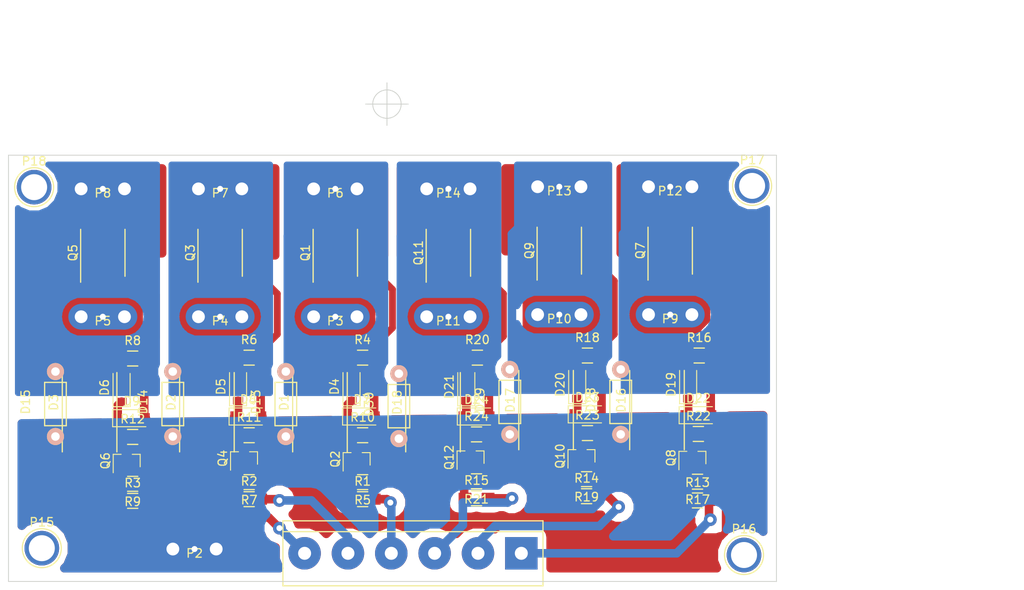
<source format=kicad_pcb>
(kicad_pcb (version 4) (host pcbnew 4.0.6)

  (general
    (links 170)
    (no_connects 0)
    (area 102 52.3 227.85 125.695)
    (thickness 1.6)
    (drawings 7)
    (tracks 373)
    (zones 0)
    (modules 78)
    (nets 44)
  )

  (page A4)
  (layers
    (0 F.Cu signal)
    (31 B.Cu signal hide)
    (32 B.Adhes user)
    (33 F.Adhes user)
    (34 B.Paste user hide)
    (35 F.Paste user)
    (36 B.SilkS user hide)
    (37 F.SilkS user hide)
    (38 B.Mask user)
    (39 F.Mask user)
    (40 Dwgs.User user)
    (41 Cmts.User user)
    (42 Eco1.User user)
    (43 Eco2.User user)
    (44 Edge.Cuts user)
    (45 Margin user)
    (46 B.CrtYd user)
    (47 F.CrtYd user)
    (48 B.Fab user)
    (49 F.Fab user)
  )

  (setup
    (last_trace_width 1)
    (trace_clearance 0.5)
    (zone_clearance 0.7)
    (zone_45_only no)
    (trace_min 0.2)
    (segment_width 0.2)
    (edge_width 0.1)
    (via_size 1.5)
    (via_drill 0.7)
    (via_min_size 0.4)
    (via_min_drill 0.3)
    (uvia_size 0.3)
    (uvia_drill 0.1)
    (uvias_allowed no)
    (uvia_min_size 0.2)
    (uvia_min_drill 0.1)
    (pcb_text_width 0.3)
    (pcb_text_size 1.5 1.5)
    (mod_edge_width 0.15)
    (mod_text_size 1 1)
    (mod_text_width 0.15)
    (pad_size 4.064 4.064)
    (pad_drill 3.048)
    (pad_to_mask_clearance 0)
    (aux_axis_origin 119.126 105.664)
    (visible_elements FFFFFF7F)
    (pcbplotparams
      (layerselection 0x00000_80000001)
      (usegerberextensions false)
      (excludeedgelayer true)
      (linewidth 0.100000)
      (plotframeref false)
      (viasonmask false)
      (mode 1)
      (useauxorigin true)
      (hpglpennumber 1)
      (hpglpenspeed 20)
      (hpglpendiameter 15)
      (hpglpenoverlay 2)
      (psnegative false)
      (psa4output false)
      (plotreference true)
      (plotvalue true)
      (plotinvisibletext false)
      (padsonsilk false)
      (subtractmaskfromsilk false)
      (outputformat 1)
      (mirror false)
      (drillshape 0)
      (scaleselection 1)
      (outputdirectory ""))
  )

  (net 0 "")
  (net 1 "Net-(D1-Pad2)")
  (net 2 GND)
  (net 3 "Net-(D2-Pad2)")
  (net 4 "Net-(D3-Pad2)")
  (net 5 "Net-(D4-Pad1)")
  (net 6 "Net-(D5-Pad1)")
  (net 7 "Net-(D6-Pad1)")
  (net 8 "Net-(D7-Pad2)")
  (net 9 "Net-(D8-Pad2)")
  (net 10 "Net-(D9-Pad2)")
  (net 11 "Net-(D16-Pad2)")
  (net 12 "Net-(D17-Pad2)")
  (net 13 "Net-(D18-Pad2)")
  (net 14 "Net-(D19-Pad1)")
  (net 15 "Net-(D20-Pad1)")
  (net 16 "Net-(D21-Pad1)")
  (net 17 "Net-(D22-Pad2)")
  (net 18 "Net-(D23-Pad2)")
  (net 19 "Net-(D24-Pad2)")
  (net 20 CH5_SWITCH)
  (net 21 CH4_SWITCH)
  (net 22 CH6_SWITCH)
  (net 23 CH3_SWITCH)
  (net 24 CH2_SWITCH)
  (net 25 CH1_SWITCH)
  (net 26 "Net-(Q2-Pad1)")
  (net 27 "Net-(Q2-Pad3)")
  (net 28 "Net-(Q4-Pad1)")
  (net 29 "Net-(Q4-Pad3)")
  (net 30 "Net-(Q6-Pad1)")
  (net 31 "Net-(Q6-Pad3)")
  (net 32 "Net-(Q8-Pad1)")
  (net 33 "Net-(Q8-Pad3)")
  (net 34 "Net-(Q10-Pad1)")
  (net 35 "Net-(Q10-Pad3)")
  (net 36 "Net-(Q12-Pad1)")
  (net 37 "Net-(Q12-Pad3)")
  (net 38 "Net-(D13-Pad2)")
  (net 39 "Net-(D14-Pad2)")
  (net 40 "Net-(D15-Pad2)")
  (net 41 "Net-(D28-Pad2)")
  (net 42 "Net-(D29-Pad2)")
  (net 43 "Net-(D30-Pad2)")

  (net_class Default "This is the default net class."
    (clearance 0.5)
    (trace_width 1)
    (via_dia 1.5)
    (via_drill 0.7)
    (uvia_dia 0.3)
    (uvia_drill 0.1)
    (add_net CH1_SWITCH)
    (add_net CH2_SWITCH)
    (add_net CH3_SWITCH)
    (add_net CH4_SWITCH)
    (add_net CH5_SWITCH)
    (add_net CH6_SWITCH)
    (add_net GND)
    (add_net "Net-(D1-Pad2)")
    (add_net "Net-(D13-Pad2)")
    (add_net "Net-(D14-Pad2)")
    (add_net "Net-(D15-Pad2)")
    (add_net "Net-(D16-Pad2)")
    (add_net "Net-(D17-Pad2)")
    (add_net "Net-(D18-Pad2)")
    (add_net "Net-(D19-Pad1)")
    (add_net "Net-(D2-Pad2)")
    (add_net "Net-(D20-Pad1)")
    (add_net "Net-(D21-Pad1)")
    (add_net "Net-(D22-Pad2)")
    (add_net "Net-(D23-Pad2)")
    (add_net "Net-(D24-Pad2)")
    (add_net "Net-(D28-Pad2)")
    (add_net "Net-(D29-Pad2)")
    (add_net "Net-(D3-Pad2)")
    (add_net "Net-(D30-Pad2)")
    (add_net "Net-(D4-Pad1)")
    (add_net "Net-(D5-Pad1)")
    (add_net "Net-(D6-Pad1)")
    (add_net "Net-(D7-Pad2)")
    (add_net "Net-(D8-Pad2)")
    (add_net "Net-(D9-Pad2)")
    (add_net "Net-(Q10-Pad1)")
    (add_net "Net-(Q10-Pad3)")
    (add_net "Net-(Q12-Pad1)")
    (add_net "Net-(Q12-Pad3)")
    (add_net "Net-(Q2-Pad1)")
    (add_net "Net-(Q2-Pad3)")
    (add_net "Net-(Q4-Pad1)")
    (add_net "Net-(Q4-Pad3)")
    (add_net "Net-(Q6-Pad1)")
    (add_net "Net-(Q6-Pad3)")
    (add_net "Net-(Q8-Pad1)")
    (add_net "Net-(Q8-Pad3)")
  )

  (module Diodes_SMD:DO-214AB_Handsoldering (layer F.Cu) (tedit 55429DAE) (tstamp 617169D8)
    (at 141.5 99 90)
    (descr "Jedec DO-214AB diode package. Designed according to Fairchild SS32 datasheet.")
    (tags "DO-214AB diode Handsoldering")
    (path /616BE6AA)
    (attr smd)
    (fp_text reference D1 (at 0 -4.2 90) (layer F.SilkS)
      (effects (font (size 1 1) (thickness 0.15)))
    )
    (fp_text value "SMBJ30CA-TR TSV" (at 0 4.6 90) (layer F.Fab)
      (effects (font (size 1 1) (thickness 0.15)))
    )
    (fp_line (start -6.15 -3.45) (end 6.15 -3.45) (layer F.CrtYd) (width 0.05))
    (fp_line (start 6.15 -3.45) (end 6.15 3.45) (layer F.CrtYd) (width 0.05))
    (fp_line (start 6.15 3.45) (end -6.15 3.45) (layer F.CrtYd) (width 0.05))
    (fp_line (start -6.15 3.45) (end -6.15 -3.45) (layer F.CrtYd) (width 0.05))
    (fp_line (start 3.5 3.2) (end -5.8 3.2) (layer F.SilkS) (width 0.15))
    (fp_line (start -5.8 -3.2) (end 3.5 -3.2) (layer F.SilkS) (width 0.15))
    (pad 2 smd rect (at 4.1 0 90) (size 3.6 3.2) (layers F.Cu F.Paste F.Mask)
      (net 1 "Net-(D1-Pad2)"))
    (pad 1 smd rect (at -4.1 0 90) (size 3.6 3.2) (layers F.Cu F.Paste F.Mask)
      (net 2 GND))
    (model Diodes_SMD.3dshapes/DO-214AB_Handsoldering.wrl
      (at (xyz 0 0 0))
      (scale (xyz 0.39 0.39 0.39))
      (rotate (xyz 0 0 180))
    )
  )

  (module Diodes_SMD:DO-214AB_Handsoldering (layer F.Cu) (tedit 55429DAE) (tstamp 617169E4)
    (at 128.25 99 90)
    (descr "Jedec DO-214AB diode package. Designed according to Fairchild SS32 datasheet.")
    (tags "DO-214AB diode Handsoldering")
    (path /616BE3E6)
    (attr smd)
    (fp_text reference D2 (at 0 -4.2 90) (layer F.SilkS)
      (effects (font (size 1 1) (thickness 0.15)))
    )
    (fp_text value "SMBJ30CA-TR TSV" (at 0 4.6 90) (layer F.Fab)
      (effects (font (size 1 1) (thickness 0.15)))
    )
    (fp_line (start -6.15 -3.45) (end 6.15 -3.45) (layer F.CrtYd) (width 0.05))
    (fp_line (start 6.15 -3.45) (end 6.15 3.45) (layer F.CrtYd) (width 0.05))
    (fp_line (start 6.15 3.45) (end -6.15 3.45) (layer F.CrtYd) (width 0.05))
    (fp_line (start -6.15 3.45) (end -6.15 -3.45) (layer F.CrtYd) (width 0.05))
    (fp_line (start 3.5 3.2) (end -5.8 3.2) (layer F.SilkS) (width 0.15))
    (fp_line (start -5.8 -3.2) (end 3.5 -3.2) (layer F.SilkS) (width 0.15))
    (pad 2 smd rect (at 4.1 0 90) (size 3.6 3.2) (layers F.Cu F.Paste F.Mask)
      (net 3 "Net-(D2-Pad2)"))
    (pad 1 smd rect (at -4.1 0 90) (size 3.6 3.2) (layers F.Cu F.Paste F.Mask)
      (net 2 GND))
    (model Diodes_SMD.3dshapes/DO-214AB_Handsoldering.wrl
      (at (xyz 0 0 0))
      (scale (xyz 0.39 0.39 0.39))
      (rotate (xyz 0 0 180))
    )
  )

  (module Diodes_SMD:DO-214AB_Handsoldering (layer F.Cu) (tedit 55429DAE) (tstamp 617169F0)
    (at 114.5 99 90)
    (descr "Jedec DO-214AB diode package. Designed according to Fairchild SS32 datasheet.")
    (tags "DO-214AB diode Handsoldering")
    (path /614AC272)
    (attr smd)
    (fp_text reference D3 (at 0 -4.2 90) (layer F.SilkS)
      (effects (font (size 1 1) (thickness 0.15)))
    )
    (fp_text value "SMBJ30CA-TR TSV" (at 0 4.6 90) (layer F.Fab)
      (effects (font (size 1 1) (thickness 0.15)))
    )
    (fp_line (start -6.15 -3.45) (end 6.15 -3.45) (layer F.CrtYd) (width 0.05))
    (fp_line (start 6.15 -3.45) (end 6.15 3.45) (layer F.CrtYd) (width 0.05))
    (fp_line (start 6.15 3.45) (end -6.15 3.45) (layer F.CrtYd) (width 0.05))
    (fp_line (start -6.15 3.45) (end -6.15 -3.45) (layer F.CrtYd) (width 0.05))
    (fp_line (start 3.5 3.2) (end -5.8 3.2) (layer F.SilkS) (width 0.15))
    (fp_line (start -5.8 -3.2) (end 3.5 -3.2) (layer F.SilkS) (width 0.15))
    (pad 2 smd rect (at 4.1 0 90) (size 3.6 3.2) (layers F.Cu F.Paste F.Mask)
      (net 4 "Net-(D3-Pad2)"))
    (pad 1 smd rect (at -4.1 0 90) (size 3.6 3.2) (layers F.Cu F.Paste F.Mask)
      (net 2 GND))
    (model Diodes_SMD.3dshapes/DO-214AB_Handsoldering.wrl
      (at (xyz 0 0 0))
      (scale (xyz 0.39 0.39 0.39))
      (rotate (xyz 0 0 180))
    )
  )

  (module Diodes_SMD:D_SOD-123 (layer F.Cu) (tedit 58645DC7) (tstamp 61716A08)
    (at 145.2 97.15 90)
    (descr SOD-123)
    (tags SOD-123)
    (path /616BE6BC)
    (attr smd)
    (fp_text reference D4 (at 0 -2 90) (layer F.SilkS)
      (effects (font (size 1 1) (thickness 0.15)))
    )
    (fp_text value ZENER (at 0 2.1 90) (layer F.Fab)
      (effects (font (size 1 1) (thickness 0.15)))
    )
    (fp_line (start -2.25 -1) (end -2.25 1) (layer F.SilkS) (width 0.12))
    (fp_line (start 0.25 0) (end 0.75 0) (layer F.Fab) (width 0.1))
    (fp_line (start 0.25 0.4) (end -0.35 0) (layer F.Fab) (width 0.1))
    (fp_line (start 0.25 -0.4) (end 0.25 0.4) (layer F.Fab) (width 0.1))
    (fp_line (start -0.35 0) (end 0.25 -0.4) (layer F.Fab) (width 0.1))
    (fp_line (start -0.35 0) (end -0.35 0.55) (layer F.Fab) (width 0.1))
    (fp_line (start -0.35 0) (end -0.35 -0.55) (layer F.Fab) (width 0.1))
    (fp_line (start -0.75 0) (end -0.35 0) (layer F.Fab) (width 0.1))
    (fp_line (start -1.4 0.9) (end -1.4 -0.9) (layer F.Fab) (width 0.1))
    (fp_line (start 1.4 0.9) (end -1.4 0.9) (layer F.Fab) (width 0.1))
    (fp_line (start 1.4 -0.9) (end 1.4 0.9) (layer F.Fab) (width 0.1))
    (fp_line (start -1.4 -0.9) (end 1.4 -0.9) (layer F.Fab) (width 0.1))
    (fp_line (start -2.35 -1.15) (end 2.35 -1.15) (layer F.CrtYd) (width 0.05))
    (fp_line (start 2.35 -1.15) (end 2.35 1.15) (layer F.CrtYd) (width 0.05))
    (fp_line (start 2.35 1.15) (end -2.35 1.15) (layer F.CrtYd) (width 0.05))
    (fp_line (start -2.35 -1.15) (end -2.35 1.15) (layer F.CrtYd) (width 0.05))
    (fp_line (start -2.25 1) (end 1.65 1) (layer F.SilkS) (width 0.12))
    (fp_line (start -2.25 -1) (end 1.65 -1) (layer F.SilkS) (width 0.12))
    (pad 1 smd rect (at -1.65 0 90) (size 0.9 1.2) (layers F.Cu F.Paste F.Mask)
      (net 5 "Net-(D4-Pad1)"))
    (pad 2 smd rect (at 1.65 0 90) (size 0.9 1.2) (layers F.Cu F.Paste F.Mask)
      (net 1 "Net-(D1-Pad2)"))
    (model ${KISYS3DMOD}/Diodes_SMD.3dshapes/D_SOD-123.wrl
      (at (xyz 0 0 0))
      (scale (xyz 1 1 1))
      (rotate (xyz 0 0 0))
    )
  )

  (module Diodes_SMD:D_SOD-123 (layer F.Cu) (tedit 58645DC7) (tstamp 61716A20)
    (at 131.9 97.15 90)
    (descr SOD-123)
    (tags SOD-123)
    (path /616BE3F8)
    (attr smd)
    (fp_text reference D5 (at 0 -2 90) (layer F.SilkS)
      (effects (font (size 1 1) (thickness 0.15)))
    )
    (fp_text value ZENER (at 0 2.1 90) (layer F.Fab)
      (effects (font (size 1 1) (thickness 0.15)))
    )
    (fp_line (start -2.25 -1) (end -2.25 1) (layer F.SilkS) (width 0.12))
    (fp_line (start 0.25 0) (end 0.75 0) (layer F.Fab) (width 0.1))
    (fp_line (start 0.25 0.4) (end -0.35 0) (layer F.Fab) (width 0.1))
    (fp_line (start 0.25 -0.4) (end 0.25 0.4) (layer F.Fab) (width 0.1))
    (fp_line (start -0.35 0) (end 0.25 -0.4) (layer F.Fab) (width 0.1))
    (fp_line (start -0.35 0) (end -0.35 0.55) (layer F.Fab) (width 0.1))
    (fp_line (start -0.35 0) (end -0.35 -0.55) (layer F.Fab) (width 0.1))
    (fp_line (start -0.75 0) (end -0.35 0) (layer F.Fab) (width 0.1))
    (fp_line (start -1.4 0.9) (end -1.4 -0.9) (layer F.Fab) (width 0.1))
    (fp_line (start 1.4 0.9) (end -1.4 0.9) (layer F.Fab) (width 0.1))
    (fp_line (start 1.4 -0.9) (end 1.4 0.9) (layer F.Fab) (width 0.1))
    (fp_line (start -1.4 -0.9) (end 1.4 -0.9) (layer F.Fab) (width 0.1))
    (fp_line (start -2.35 -1.15) (end 2.35 -1.15) (layer F.CrtYd) (width 0.05))
    (fp_line (start 2.35 -1.15) (end 2.35 1.15) (layer F.CrtYd) (width 0.05))
    (fp_line (start 2.35 1.15) (end -2.35 1.15) (layer F.CrtYd) (width 0.05))
    (fp_line (start -2.35 -1.15) (end -2.35 1.15) (layer F.CrtYd) (width 0.05))
    (fp_line (start -2.25 1) (end 1.65 1) (layer F.SilkS) (width 0.12))
    (fp_line (start -2.25 -1) (end 1.65 -1) (layer F.SilkS) (width 0.12))
    (pad 1 smd rect (at -1.65 0 90) (size 0.9 1.2) (layers F.Cu F.Paste F.Mask)
      (net 6 "Net-(D5-Pad1)"))
    (pad 2 smd rect (at 1.65 0 90) (size 0.9 1.2) (layers F.Cu F.Paste F.Mask)
      (net 3 "Net-(D2-Pad2)"))
    (model ${KISYS3DMOD}/Diodes_SMD.3dshapes/D_SOD-123.wrl
      (at (xyz 0 0 0))
      (scale (xyz 1 1 1))
      (rotate (xyz 0 0 0))
    )
  )

  (module Diodes_SMD:D_SOD-123 (layer F.Cu) (tedit 58645DC7) (tstamp 61716A38)
    (at 118.25 97.25 90)
    (descr SOD-123)
    (tags SOD-123)
    (path /614C8B11)
    (attr smd)
    (fp_text reference D6 (at 0 -2 90) (layer F.SilkS)
      (effects (font (size 1 1) (thickness 0.15)))
    )
    (fp_text value ZENER (at 0 2.1 90) (layer F.Fab)
      (effects (font (size 1 1) (thickness 0.15)))
    )
    (fp_line (start -2.25 -1) (end -2.25 1) (layer F.SilkS) (width 0.12))
    (fp_line (start 0.25 0) (end 0.75 0) (layer F.Fab) (width 0.1))
    (fp_line (start 0.25 0.4) (end -0.35 0) (layer F.Fab) (width 0.1))
    (fp_line (start 0.25 -0.4) (end 0.25 0.4) (layer F.Fab) (width 0.1))
    (fp_line (start -0.35 0) (end 0.25 -0.4) (layer F.Fab) (width 0.1))
    (fp_line (start -0.35 0) (end -0.35 0.55) (layer F.Fab) (width 0.1))
    (fp_line (start -0.35 0) (end -0.35 -0.55) (layer F.Fab) (width 0.1))
    (fp_line (start -0.75 0) (end -0.35 0) (layer F.Fab) (width 0.1))
    (fp_line (start -1.4 0.9) (end -1.4 -0.9) (layer F.Fab) (width 0.1))
    (fp_line (start 1.4 0.9) (end -1.4 0.9) (layer F.Fab) (width 0.1))
    (fp_line (start 1.4 -0.9) (end 1.4 0.9) (layer F.Fab) (width 0.1))
    (fp_line (start -1.4 -0.9) (end 1.4 -0.9) (layer F.Fab) (width 0.1))
    (fp_line (start -2.35 -1.15) (end 2.35 -1.15) (layer F.CrtYd) (width 0.05))
    (fp_line (start 2.35 -1.15) (end 2.35 1.15) (layer F.CrtYd) (width 0.05))
    (fp_line (start 2.35 1.15) (end -2.35 1.15) (layer F.CrtYd) (width 0.05))
    (fp_line (start -2.35 -1.15) (end -2.35 1.15) (layer F.CrtYd) (width 0.05))
    (fp_line (start -2.25 1) (end 1.65 1) (layer F.SilkS) (width 0.12))
    (fp_line (start -2.25 -1) (end 1.65 -1) (layer F.SilkS) (width 0.12))
    (pad 1 smd rect (at -1.65 0 90) (size 0.9 1.2) (layers F.Cu F.Paste F.Mask)
      (net 7 "Net-(D6-Pad1)"))
    (pad 2 smd rect (at 1.65 0 90) (size 0.9 1.2) (layers F.Cu F.Paste F.Mask)
      (net 4 "Net-(D3-Pad2)"))
    (model ${KISYS3DMOD}/Diodes_SMD.3dshapes/D_SOD-123.wrl
      (at (xyz 0 0 0))
      (scale (xyz 1 1 1))
      (rotate (xyz 0 0 0))
    )
  )

  (module Diodes_SMD:D_SOD-123 (layer F.Cu) (tedit 58645DC7) (tstamp 61716A50)
    (at 146.4 100.65)
    (descr SOD-123)
    (tags SOD-123)
    (path /616BE6DC)
    (attr smd)
    (fp_text reference D7 (at 0 -2) (layer F.SilkS)
      (effects (font (size 1 1) (thickness 0.15)))
    )
    (fp_text value 1N4001 (at 0 2.1) (layer F.Fab)
      (effects (font (size 1 1) (thickness 0.15)))
    )
    (fp_line (start -2.25 -1) (end -2.25 1) (layer F.SilkS) (width 0.12))
    (fp_line (start 0.25 0) (end 0.75 0) (layer F.Fab) (width 0.1))
    (fp_line (start 0.25 0.4) (end -0.35 0) (layer F.Fab) (width 0.1))
    (fp_line (start 0.25 -0.4) (end 0.25 0.4) (layer F.Fab) (width 0.1))
    (fp_line (start -0.35 0) (end 0.25 -0.4) (layer F.Fab) (width 0.1))
    (fp_line (start -0.35 0) (end -0.35 0.55) (layer F.Fab) (width 0.1))
    (fp_line (start -0.35 0) (end -0.35 -0.55) (layer F.Fab) (width 0.1))
    (fp_line (start -0.75 0) (end -0.35 0) (layer F.Fab) (width 0.1))
    (fp_line (start -1.4 0.9) (end -1.4 -0.9) (layer F.Fab) (width 0.1))
    (fp_line (start 1.4 0.9) (end -1.4 0.9) (layer F.Fab) (width 0.1))
    (fp_line (start 1.4 -0.9) (end 1.4 0.9) (layer F.Fab) (width 0.1))
    (fp_line (start -1.4 -0.9) (end 1.4 -0.9) (layer F.Fab) (width 0.1))
    (fp_line (start -2.35 -1.15) (end 2.35 -1.15) (layer F.CrtYd) (width 0.05))
    (fp_line (start 2.35 -1.15) (end 2.35 1.15) (layer F.CrtYd) (width 0.05))
    (fp_line (start 2.35 1.15) (end -2.35 1.15) (layer F.CrtYd) (width 0.05))
    (fp_line (start -2.35 -1.15) (end -2.35 1.15) (layer F.CrtYd) (width 0.05))
    (fp_line (start -2.25 1) (end 1.65 1) (layer F.SilkS) (width 0.12))
    (fp_line (start -2.25 -1) (end 1.65 -1) (layer F.SilkS) (width 0.12))
    (pad 1 smd rect (at -1.65 0) (size 0.9 1.2) (layers F.Cu F.Paste F.Mask)
      (net 5 "Net-(D4-Pad1)"))
    (pad 2 smd rect (at 1.65 0) (size 0.9 1.2) (layers F.Cu F.Paste F.Mask)
      (net 8 "Net-(D7-Pad2)"))
    (model ${KISYS3DMOD}/Diodes_SMD.3dshapes/D_SOD-123.wrl
      (at (xyz 0 0 0))
      (scale (xyz 1 1 1))
      (rotate (xyz 0 0 0))
    )
  )

  (module Diodes_SMD:D_SOD-123 (layer F.Cu) (tedit 58645DC7) (tstamp 61716A68)
    (at 133.1 100.65)
    (descr SOD-123)
    (tags SOD-123)
    (path /616BE418)
    (attr smd)
    (fp_text reference D8 (at 0 -2) (layer F.SilkS)
      (effects (font (size 1 1) (thickness 0.15)))
    )
    (fp_text value 1N4001 (at 0 2.1) (layer F.Fab)
      (effects (font (size 1 1) (thickness 0.15)))
    )
    (fp_line (start -2.25 -1) (end -2.25 1) (layer F.SilkS) (width 0.12))
    (fp_line (start 0.25 0) (end 0.75 0) (layer F.Fab) (width 0.1))
    (fp_line (start 0.25 0.4) (end -0.35 0) (layer F.Fab) (width 0.1))
    (fp_line (start 0.25 -0.4) (end 0.25 0.4) (layer F.Fab) (width 0.1))
    (fp_line (start -0.35 0) (end 0.25 -0.4) (layer F.Fab) (width 0.1))
    (fp_line (start -0.35 0) (end -0.35 0.55) (layer F.Fab) (width 0.1))
    (fp_line (start -0.35 0) (end -0.35 -0.55) (layer F.Fab) (width 0.1))
    (fp_line (start -0.75 0) (end -0.35 0) (layer F.Fab) (width 0.1))
    (fp_line (start -1.4 0.9) (end -1.4 -0.9) (layer F.Fab) (width 0.1))
    (fp_line (start 1.4 0.9) (end -1.4 0.9) (layer F.Fab) (width 0.1))
    (fp_line (start 1.4 -0.9) (end 1.4 0.9) (layer F.Fab) (width 0.1))
    (fp_line (start -1.4 -0.9) (end 1.4 -0.9) (layer F.Fab) (width 0.1))
    (fp_line (start -2.35 -1.15) (end 2.35 -1.15) (layer F.CrtYd) (width 0.05))
    (fp_line (start 2.35 -1.15) (end 2.35 1.15) (layer F.CrtYd) (width 0.05))
    (fp_line (start 2.35 1.15) (end -2.35 1.15) (layer F.CrtYd) (width 0.05))
    (fp_line (start -2.35 -1.15) (end -2.35 1.15) (layer F.CrtYd) (width 0.05))
    (fp_line (start -2.25 1) (end 1.65 1) (layer F.SilkS) (width 0.12))
    (fp_line (start -2.25 -1) (end 1.65 -1) (layer F.SilkS) (width 0.12))
    (pad 1 smd rect (at -1.65 0) (size 0.9 1.2) (layers F.Cu F.Paste F.Mask)
      (net 6 "Net-(D5-Pad1)"))
    (pad 2 smd rect (at 1.65 0) (size 0.9 1.2) (layers F.Cu F.Paste F.Mask)
      (net 9 "Net-(D8-Pad2)"))
    (model ${KISYS3DMOD}/Diodes_SMD.3dshapes/D_SOD-123.wrl
      (at (xyz 0 0 0))
      (scale (xyz 1 1 1))
      (rotate (xyz 0 0 0))
    )
  )

  (module Diodes_SMD:D_SOD-123 (layer F.Cu) (tedit 58645DC7) (tstamp 61716A80)
    (at 119.45 100.85)
    (descr SOD-123)
    (tags SOD-123)
    (path /61542952)
    (attr smd)
    (fp_text reference D9 (at 0 -2) (layer F.SilkS)
      (effects (font (size 1 1) (thickness 0.15)))
    )
    (fp_text value 1N4001 (at 0 2.1) (layer F.Fab)
      (effects (font (size 1 1) (thickness 0.15)))
    )
    (fp_line (start -2.25 -1) (end -2.25 1) (layer F.SilkS) (width 0.12))
    (fp_line (start 0.25 0) (end 0.75 0) (layer F.Fab) (width 0.1))
    (fp_line (start 0.25 0.4) (end -0.35 0) (layer F.Fab) (width 0.1))
    (fp_line (start 0.25 -0.4) (end 0.25 0.4) (layer F.Fab) (width 0.1))
    (fp_line (start -0.35 0) (end 0.25 -0.4) (layer F.Fab) (width 0.1))
    (fp_line (start -0.35 0) (end -0.35 0.55) (layer F.Fab) (width 0.1))
    (fp_line (start -0.35 0) (end -0.35 -0.55) (layer F.Fab) (width 0.1))
    (fp_line (start -0.75 0) (end -0.35 0) (layer F.Fab) (width 0.1))
    (fp_line (start -1.4 0.9) (end -1.4 -0.9) (layer F.Fab) (width 0.1))
    (fp_line (start 1.4 0.9) (end -1.4 0.9) (layer F.Fab) (width 0.1))
    (fp_line (start 1.4 -0.9) (end 1.4 0.9) (layer F.Fab) (width 0.1))
    (fp_line (start -1.4 -0.9) (end 1.4 -0.9) (layer F.Fab) (width 0.1))
    (fp_line (start -2.35 -1.15) (end 2.35 -1.15) (layer F.CrtYd) (width 0.05))
    (fp_line (start 2.35 -1.15) (end 2.35 1.15) (layer F.CrtYd) (width 0.05))
    (fp_line (start 2.35 1.15) (end -2.35 1.15) (layer F.CrtYd) (width 0.05))
    (fp_line (start -2.35 -1.15) (end -2.35 1.15) (layer F.CrtYd) (width 0.05))
    (fp_line (start -2.25 1) (end 1.65 1) (layer F.SilkS) (width 0.12))
    (fp_line (start -2.25 -1) (end 1.65 -1) (layer F.SilkS) (width 0.12))
    (pad 1 smd rect (at -1.65 0) (size 0.9 1.2) (layers F.Cu F.Paste F.Mask)
      (net 7 "Net-(D6-Pad1)"))
    (pad 2 smd rect (at 1.65 0) (size 0.9 1.2) (layers F.Cu F.Paste F.Mask)
      (net 10 "Net-(D9-Pad2)"))
    (model ${KISYS3DMOD}/Diodes_SMD.3dshapes/D_SOD-123.wrl
      (at (xyz 0 0 0))
      (scale (xyz 1 1 1))
      (rotate (xyz 0 0 0))
    )
  )

  (module Diodes_SMD:DO-214AB_Handsoldering (layer F.Cu) (tedit 55429DAE) (tstamp 61716B01)
    (at 181 98.75 90)
    (descr "Jedec DO-214AB diode package. Designed according to Fairchild SS32 datasheet.")
    (tags "DO-214AB diode Handsoldering")
    (path /616BEEB5)
    (attr smd)
    (fp_text reference D16 (at 0 -4.2 90) (layer F.SilkS)
      (effects (font (size 1 1) (thickness 0.15)))
    )
    (fp_text value "SMBJ30CA-TR TSV" (at 0 4.6 90) (layer F.Fab)
      (effects (font (size 1 1) (thickness 0.15)))
    )
    (fp_line (start -6.15 -3.45) (end 6.15 -3.45) (layer F.CrtYd) (width 0.05))
    (fp_line (start 6.15 -3.45) (end 6.15 3.45) (layer F.CrtYd) (width 0.05))
    (fp_line (start 6.15 3.45) (end -6.15 3.45) (layer F.CrtYd) (width 0.05))
    (fp_line (start -6.15 3.45) (end -6.15 -3.45) (layer F.CrtYd) (width 0.05))
    (fp_line (start 3.5 3.2) (end -5.8 3.2) (layer F.SilkS) (width 0.15))
    (fp_line (start -5.8 -3.2) (end 3.5 -3.2) (layer F.SilkS) (width 0.15))
    (pad 2 smd rect (at 4.1 0 90) (size 3.6 3.2) (layers F.Cu F.Paste F.Mask)
      (net 11 "Net-(D16-Pad2)"))
    (pad 1 smd rect (at -4.1 0 90) (size 3.6 3.2) (layers F.Cu F.Paste F.Mask)
      (net 2 GND))
    (model Diodes_SMD.3dshapes/DO-214AB_Handsoldering.wrl
      (at (xyz 0 0 0))
      (scale (xyz 0.39 0.39 0.39))
      (rotate (xyz 0 0 180))
    )
  )

  (module Diodes_SMD:DO-214AB_Handsoldering (layer F.Cu) (tedit 55429DAE) (tstamp 61716B0D)
    (at 168 98.75 90)
    (descr "Jedec DO-214AB diode package. Designed according to Fairchild SS32 datasheet.")
    (tags "DO-214AB diode Handsoldering")
    (path /616BEC4C)
    (attr smd)
    (fp_text reference D17 (at 0 -4.2 90) (layer F.SilkS)
      (effects (font (size 1 1) (thickness 0.15)))
    )
    (fp_text value "SMBJ30CA-TR TSV" (at 0 4.6 90) (layer F.Fab)
      (effects (font (size 1 1) (thickness 0.15)))
    )
    (fp_line (start -6.15 -3.45) (end 6.15 -3.45) (layer F.CrtYd) (width 0.05))
    (fp_line (start 6.15 -3.45) (end 6.15 3.45) (layer F.CrtYd) (width 0.05))
    (fp_line (start 6.15 3.45) (end -6.15 3.45) (layer F.CrtYd) (width 0.05))
    (fp_line (start -6.15 3.45) (end -6.15 -3.45) (layer F.CrtYd) (width 0.05))
    (fp_line (start 3.5 3.2) (end -5.8 3.2) (layer F.SilkS) (width 0.15))
    (fp_line (start -5.8 -3.2) (end 3.5 -3.2) (layer F.SilkS) (width 0.15))
    (pad 2 smd rect (at 4.1 0 90) (size 3.6 3.2) (layers F.Cu F.Paste F.Mask)
      (net 12 "Net-(D17-Pad2)"))
    (pad 1 smd rect (at -4.1 0 90) (size 3.6 3.2) (layers F.Cu F.Paste F.Mask)
      (net 2 GND))
    (model Diodes_SMD.3dshapes/DO-214AB_Handsoldering.wrl
      (at (xyz 0 0 0))
      (scale (xyz 0.39 0.39 0.39))
      (rotate (xyz 0 0 180))
    )
  )

  (module Diodes_SMD:DO-214AB_Handsoldering (layer F.Cu) (tedit 55429DAE) (tstamp 61716B19)
    (at 154.75 99 90)
    (descr "Jedec DO-214AB diode package. Designed according to Fairchild SS32 datasheet.")
    (tags "DO-214AB diode Handsoldering")
    (path /616BE988)
    (attr smd)
    (fp_text reference D18 (at 0 -4.2 90) (layer F.SilkS)
      (effects (font (size 1 1) (thickness 0.15)))
    )
    (fp_text value "SMBJ30CA-TR TSV" (at 0 4.6 90) (layer F.Fab)
      (effects (font (size 1 1) (thickness 0.15)))
    )
    (fp_line (start -6.15 -3.45) (end 6.15 -3.45) (layer F.CrtYd) (width 0.05))
    (fp_line (start 6.15 -3.45) (end 6.15 3.45) (layer F.CrtYd) (width 0.05))
    (fp_line (start 6.15 3.45) (end -6.15 3.45) (layer F.CrtYd) (width 0.05))
    (fp_line (start -6.15 3.45) (end -6.15 -3.45) (layer F.CrtYd) (width 0.05))
    (fp_line (start 3.5 3.2) (end -5.8 3.2) (layer F.SilkS) (width 0.15))
    (fp_line (start -5.8 -3.2) (end 3.5 -3.2) (layer F.SilkS) (width 0.15))
    (pad 2 smd rect (at 4.1 0 90) (size 3.6 3.2) (layers F.Cu F.Paste F.Mask)
      (net 13 "Net-(D18-Pad2)"))
    (pad 1 smd rect (at -4.1 0 90) (size 3.6 3.2) (layers F.Cu F.Paste F.Mask)
      (net 2 GND))
    (model Diodes_SMD.3dshapes/DO-214AB_Handsoldering.wrl
      (at (xyz 0 0 0))
      (scale (xyz 0.39 0.39 0.39))
      (rotate (xyz 0 0 180))
    )
  )

  (module Diodes_SMD:D_SOD-123 (layer F.Cu) (tedit 58645DC7) (tstamp 61716B31)
    (at 184.65 96.9 90)
    (descr SOD-123)
    (tags SOD-123)
    (path /616BEEC7)
    (attr smd)
    (fp_text reference D19 (at 0 -2 90) (layer F.SilkS)
      (effects (font (size 1 1) (thickness 0.15)))
    )
    (fp_text value ZENER (at 0 2.1 90) (layer F.Fab)
      (effects (font (size 1 1) (thickness 0.15)))
    )
    (fp_line (start -2.25 -1) (end -2.25 1) (layer F.SilkS) (width 0.12))
    (fp_line (start 0.25 0) (end 0.75 0) (layer F.Fab) (width 0.1))
    (fp_line (start 0.25 0.4) (end -0.35 0) (layer F.Fab) (width 0.1))
    (fp_line (start 0.25 -0.4) (end 0.25 0.4) (layer F.Fab) (width 0.1))
    (fp_line (start -0.35 0) (end 0.25 -0.4) (layer F.Fab) (width 0.1))
    (fp_line (start -0.35 0) (end -0.35 0.55) (layer F.Fab) (width 0.1))
    (fp_line (start -0.35 0) (end -0.35 -0.55) (layer F.Fab) (width 0.1))
    (fp_line (start -0.75 0) (end -0.35 0) (layer F.Fab) (width 0.1))
    (fp_line (start -1.4 0.9) (end -1.4 -0.9) (layer F.Fab) (width 0.1))
    (fp_line (start 1.4 0.9) (end -1.4 0.9) (layer F.Fab) (width 0.1))
    (fp_line (start 1.4 -0.9) (end 1.4 0.9) (layer F.Fab) (width 0.1))
    (fp_line (start -1.4 -0.9) (end 1.4 -0.9) (layer F.Fab) (width 0.1))
    (fp_line (start -2.35 -1.15) (end 2.35 -1.15) (layer F.CrtYd) (width 0.05))
    (fp_line (start 2.35 -1.15) (end 2.35 1.15) (layer F.CrtYd) (width 0.05))
    (fp_line (start 2.35 1.15) (end -2.35 1.15) (layer F.CrtYd) (width 0.05))
    (fp_line (start -2.35 -1.15) (end -2.35 1.15) (layer F.CrtYd) (width 0.05))
    (fp_line (start -2.25 1) (end 1.65 1) (layer F.SilkS) (width 0.12))
    (fp_line (start -2.25 -1) (end 1.65 -1) (layer F.SilkS) (width 0.12))
    (pad 1 smd rect (at -1.65 0 90) (size 0.9 1.2) (layers F.Cu F.Paste F.Mask)
      (net 14 "Net-(D19-Pad1)"))
    (pad 2 smd rect (at 1.65 0 90) (size 0.9 1.2) (layers F.Cu F.Paste F.Mask)
      (net 11 "Net-(D16-Pad2)"))
    (model ${KISYS3DMOD}/Diodes_SMD.3dshapes/D_SOD-123.wrl
      (at (xyz 0 0 0))
      (scale (xyz 1 1 1))
      (rotate (xyz 0 0 0))
    )
  )

  (module Diodes_SMD:D_SOD-123 (layer F.Cu) (tedit 58645DC7) (tstamp 61716B49)
    (at 171.65 96.9 90)
    (descr SOD-123)
    (tags SOD-123)
    (path /616BEC5E)
    (attr smd)
    (fp_text reference D20 (at 0 -2 90) (layer F.SilkS)
      (effects (font (size 1 1) (thickness 0.15)))
    )
    (fp_text value ZENER (at 0 2.1 90) (layer F.Fab)
      (effects (font (size 1 1) (thickness 0.15)))
    )
    (fp_line (start -2.25 -1) (end -2.25 1) (layer F.SilkS) (width 0.12))
    (fp_line (start 0.25 0) (end 0.75 0) (layer F.Fab) (width 0.1))
    (fp_line (start 0.25 0.4) (end -0.35 0) (layer F.Fab) (width 0.1))
    (fp_line (start 0.25 -0.4) (end 0.25 0.4) (layer F.Fab) (width 0.1))
    (fp_line (start -0.35 0) (end 0.25 -0.4) (layer F.Fab) (width 0.1))
    (fp_line (start -0.35 0) (end -0.35 0.55) (layer F.Fab) (width 0.1))
    (fp_line (start -0.35 0) (end -0.35 -0.55) (layer F.Fab) (width 0.1))
    (fp_line (start -0.75 0) (end -0.35 0) (layer F.Fab) (width 0.1))
    (fp_line (start -1.4 0.9) (end -1.4 -0.9) (layer F.Fab) (width 0.1))
    (fp_line (start 1.4 0.9) (end -1.4 0.9) (layer F.Fab) (width 0.1))
    (fp_line (start 1.4 -0.9) (end 1.4 0.9) (layer F.Fab) (width 0.1))
    (fp_line (start -1.4 -0.9) (end 1.4 -0.9) (layer F.Fab) (width 0.1))
    (fp_line (start -2.35 -1.15) (end 2.35 -1.15) (layer F.CrtYd) (width 0.05))
    (fp_line (start 2.35 -1.15) (end 2.35 1.15) (layer F.CrtYd) (width 0.05))
    (fp_line (start 2.35 1.15) (end -2.35 1.15) (layer F.CrtYd) (width 0.05))
    (fp_line (start -2.35 -1.15) (end -2.35 1.15) (layer F.CrtYd) (width 0.05))
    (fp_line (start -2.25 1) (end 1.65 1) (layer F.SilkS) (width 0.12))
    (fp_line (start -2.25 -1) (end 1.65 -1) (layer F.SilkS) (width 0.12))
    (pad 1 smd rect (at -1.65 0 90) (size 0.9 1.2) (layers F.Cu F.Paste F.Mask)
      (net 15 "Net-(D20-Pad1)"))
    (pad 2 smd rect (at 1.65 0 90) (size 0.9 1.2) (layers F.Cu F.Paste F.Mask)
      (net 12 "Net-(D17-Pad2)"))
    (model ${KISYS3DMOD}/Diodes_SMD.3dshapes/D_SOD-123.wrl
      (at (xyz 0 0 0))
      (scale (xyz 1 1 1))
      (rotate (xyz 0 0 0))
    )
  )

  (module Diodes_SMD:D_SOD-123 (layer F.Cu) (tedit 58645DC7) (tstamp 61716B61)
    (at 158.65 97.15 90)
    (descr SOD-123)
    (tags SOD-123)
    (path /616BE99A)
    (attr smd)
    (fp_text reference D21 (at 0 -2 90) (layer F.SilkS)
      (effects (font (size 1 1) (thickness 0.15)))
    )
    (fp_text value ZENER (at 0 2.1 90) (layer F.Fab)
      (effects (font (size 1 1) (thickness 0.15)))
    )
    (fp_line (start -2.25 -1) (end -2.25 1) (layer F.SilkS) (width 0.12))
    (fp_line (start 0.25 0) (end 0.75 0) (layer F.Fab) (width 0.1))
    (fp_line (start 0.25 0.4) (end -0.35 0) (layer F.Fab) (width 0.1))
    (fp_line (start 0.25 -0.4) (end 0.25 0.4) (layer F.Fab) (width 0.1))
    (fp_line (start -0.35 0) (end 0.25 -0.4) (layer F.Fab) (width 0.1))
    (fp_line (start -0.35 0) (end -0.35 0.55) (layer F.Fab) (width 0.1))
    (fp_line (start -0.35 0) (end -0.35 -0.55) (layer F.Fab) (width 0.1))
    (fp_line (start -0.75 0) (end -0.35 0) (layer F.Fab) (width 0.1))
    (fp_line (start -1.4 0.9) (end -1.4 -0.9) (layer F.Fab) (width 0.1))
    (fp_line (start 1.4 0.9) (end -1.4 0.9) (layer F.Fab) (width 0.1))
    (fp_line (start 1.4 -0.9) (end 1.4 0.9) (layer F.Fab) (width 0.1))
    (fp_line (start -1.4 -0.9) (end 1.4 -0.9) (layer F.Fab) (width 0.1))
    (fp_line (start -2.35 -1.15) (end 2.35 -1.15) (layer F.CrtYd) (width 0.05))
    (fp_line (start 2.35 -1.15) (end 2.35 1.15) (layer F.CrtYd) (width 0.05))
    (fp_line (start 2.35 1.15) (end -2.35 1.15) (layer F.CrtYd) (width 0.05))
    (fp_line (start -2.35 -1.15) (end -2.35 1.15) (layer F.CrtYd) (width 0.05))
    (fp_line (start -2.25 1) (end 1.65 1) (layer F.SilkS) (width 0.12))
    (fp_line (start -2.25 -1) (end 1.65 -1) (layer F.SilkS) (width 0.12))
    (pad 1 smd rect (at -1.65 0 90) (size 0.9 1.2) (layers F.Cu F.Paste F.Mask)
      (net 16 "Net-(D21-Pad1)"))
    (pad 2 smd rect (at 1.65 0 90) (size 0.9 1.2) (layers F.Cu F.Paste F.Mask)
      (net 13 "Net-(D18-Pad2)"))
    (model ${KISYS3DMOD}/Diodes_SMD.3dshapes/D_SOD-123.wrl
      (at (xyz 0 0 0))
      (scale (xyz 1 1 1))
      (rotate (xyz 0 0 0))
    )
  )

  (module Diodes_SMD:D_SOD-123 (layer F.Cu) (tedit 58645DC7) (tstamp 61716B79)
    (at 185.85 100.5)
    (descr SOD-123)
    (tags SOD-123)
    (path /616BEEE7)
    (attr smd)
    (fp_text reference D22 (at 0 -2) (layer F.SilkS)
      (effects (font (size 1 1) (thickness 0.15)))
    )
    (fp_text value 1N4001 (at 0 2.1) (layer F.Fab)
      (effects (font (size 1 1) (thickness 0.15)))
    )
    (fp_line (start -2.25 -1) (end -2.25 1) (layer F.SilkS) (width 0.12))
    (fp_line (start 0.25 0) (end 0.75 0) (layer F.Fab) (width 0.1))
    (fp_line (start 0.25 0.4) (end -0.35 0) (layer F.Fab) (width 0.1))
    (fp_line (start 0.25 -0.4) (end 0.25 0.4) (layer F.Fab) (width 0.1))
    (fp_line (start -0.35 0) (end 0.25 -0.4) (layer F.Fab) (width 0.1))
    (fp_line (start -0.35 0) (end -0.35 0.55) (layer F.Fab) (width 0.1))
    (fp_line (start -0.35 0) (end -0.35 -0.55) (layer F.Fab) (width 0.1))
    (fp_line (start -0.75 0) (end -0.35 0) (layer F.Fab) (width 0.1))
    (fp_line (start -1.4 0.9) (end -1.4 -0.9) (layer F.Fab) (width 0.1))
    (fp_line (start 1.4 0.9) (end -1.4 0.9) (layer F.Fab) (width 0.1))
    (fp_line (start 1.4 -0.9) (end 1.4 0.9) (layer F.Fab) (width 0.1))
    (fp_line (start -1.4 -0.9) (end 1.4 -0.9) (layer F.Fab) (width 0.1))
    (fp_line (start -2.35 -1.15) (end 2.35 -1.15) (layer F.CrtYd) (width 0.05))
    (fp_line (start 2.35 -1.15) (end 2.35 1.15) (layer F.CrtYd) (width 0.05))
    (fp_line (start 2.35 1.15) (end -2.35 1.15) (layer F.CrtYd) (width 0.05))
    (fp_line (start -2.35 -1.15) (end -2.35 1.15) (layer F.CrtYd) (width 0.05))
    (fp_line (start -2.25 1) (end 1.65 1) (layer F.SilkS) (width 0.12))
    (fp_line (start -2.25 -1) (end 1.65 -1) (layer F.SilkS) (width 0.12))
    (pad 1 smd rect (at -1.65 0) (size 0.9 1.2) (layers F.Cu F.Paste F.Mask)
      (net 14 "Net-(D19-Pad1)"))
    (pad 2 smd rect (at 1.65 0) (size 0.9 1.2) (layers F.Cu F.Paste F.Mask)
      (net 17 "Net-(D22-Pad2)"))
    (model ${KISYS3DMOD}/Diodes_SMD.3dshapes/D_SOD-123.wrl
      (at (xyz 0 0 0))
      (scale (xyz 1 1 1))
      (rotate (xyz 0 0 0))
    )
  )

  (module Diodes_SMD:D_SOD-123 (layer F.Cu) (tedit 58645DC7) (tstamp 61716B91)
    (at 172.85 100.4)
    (descr SOD-123)
    (tags SOD-123)
    (path /616BEC7E)
    (attr smd)
    (fp_text reference D23 (at 0 -2) (layer F.SilkS)
      (effects (font (size 1 1) (thickness 0.15)))
    )
    (fp_text value 1N4001 (at 0 2.1) (layer F.Fab)
      (effects (font (size 1 1) (thickness 0.15)))
    )
    (fp_line (start -2.25 -1) (end -2.25 1) (layer F.SilkS) (width 0.12))
    (fp_line (start 0.25 0) (end 0.75 0) (layer F.Fab) (width 0.1))
    (fp_line (start 0.25 0.4) (end -0.35 0) (layer F.Fab) (width 0.1))
    (fp_line (start 0.25 -0.4) (end 0.25 0.4) (layer F.Fab) (width 0.1))
    (fp_line (start -0.35 0) (end 0.25 -0.4) (layer F.Fab) (width 0.1))
    (fp_line (start -0.35 0) (end -0.35 0.55) (layer F.Fab) (width 0.1))
    (fp_line (start -0.35 0) (end -0.35 -0.55) (layer F.Fab) (width 0.1))
    (fp_line (start -0.75 0) (end -0.35 0) (layer F.Fab) (width 0.1))
    (fp_line (start -1.4 0.9) (end -1.4 -0.9) (layer F.Fab) (width 0.1))
    (fp_line (start 1.4 0.9) (end -1.4 0.9) (layer F.Fab) (width 0.1))
    (fp_line (start 1.4 -0.9) (end 1.4 0.9) (layer F.Fab) (width 0.1))
    (fp_line (start -1.4 -0.9) (end 1.4 -0.9) (layer F.Fab) (width 0.1))
    (fp_line (start -2.35 -1.15) (end 2.35 -1.15) (layer F.CrtYd) (width 0.05))
    (fp_line (start 2.35 -1.15) (end 2.35 1.15) (layer F.CrtYd) (width 0.05))
    (fp_line (start 2.35 1.15) (end -2.35 1.15) (layer F.CrtYd) (width 0.05))
    (fp_line (start -2.35 -1.15) (end -2.35 1.15) (layer F.CrtYd) (width 0.05))
    (fp_line (start -2.25 1) (end 1.65 1) (layer F.SilkS) (width 0.12))
    (fp_line (start -2.25 -1) (end 1.65 -1) (layer F.SilkS) (width 0.12))
    (pad 1 smd rect (at -1.65 0) (size 0.9 1.2) (layers F.Cu F.Paste F.Mask)
      (net 15 "Net-(D20-Pad1)"))
    (pad 2 smd rect (at 1.65 0) (size 0.9 1.2) (layers F.Cu F.Paste F.Mask)
      (net 18 "Net-(D23-Pad2)"))
    (model ${KISYS3DMOD}/Diodes_SMD.3dshapes/D_SOD-123.wrl
      (at (xyz 0 0 0))
      (scale (xyz 1 1 1))
      (rotate (xyz 0 0 0))
    )
  )

  (module Diodes_SMD:D_SOD-123 (layer F.Cu) (tedit 58645DC7) (tstamp 61716BA9)
    (at 159.85 100.65)
    (descr SOD-123)
    (tags SOD-123)
    (path /616BE9BA)
    (attr smd)
    (fp_text reference D24 (at 0 -2) (layer F.SilkS)
      (effects (font (size 1 1) (thickness 0.15)))
    )
    (fp_text value 1N4001 (at 0 2.1) (layer F.Fab)
      (effects (font (size 1 1) (thickness 0.15)))
    )
    (fp_line (start -2.25 -1) (end -2.25 1) (layer F.SilkS) (width 0.12))
    (fp_line (start 0.25 0) (end 0.75 0) (layer F.Fab) (width 0.1))
    (fp_line (start 0.25 0.4) (end -0.35 0) (layer F.Fab) (width 0.1))
    (fp_line (start 0.25 -0.4) (end 0.25 0.4) (layer F.Fab) (width 0.1))
    (fp_line (start -0.35 0) (end 0.25 -0.4) (layer F.Fab) (width 0.1))
    (fp_line (start -0.35 0) (end -0.35 0.55) (layer F.Fab) (width 0.1))
    (fp_line (start -0.35 0) (end -0.35 -0.55) (layer F.Fab) (width 0.1))
    (fp_line (start -0.75 0) (end -0.35 0) (layer F.Fab) (width 0.1))
    (fp_line (start -1.4 0.9) (end -1.4 -0.9) (layer F.Fab) (width 0.1))
    (fp_line (start 1.4 0.9) (end -1.4 0.9) (layer F.Fab) (width 0.1))
    (fp_line (start 1.4 -0.9) (end 1.4 0.9) (layer F.Fab) (width 0.1))
    (fp_line (start -1.4 -0.9) (end 1.4 -0.9) (layer F.Fab) (width 0.1))
    (fp_line (start -2.35 -1.15) (end 2.35 -1.15) (layer F.CrtYd) (width 0.05))
    (fp_line (start 2.35 -1.15) (end 2.35 1.15) (layer F.CrtYd) (width 0.05))
    (fp_line (start 2.35 1.15) (end -2.35 1.15) (layer F.CrtYd) (width 0.05))
    (fp_line (start -2.35 -1.15) (end -2.35 1.15) (layer F.CrtYd) (width 0.05))
    (fp_line (start -2.25 1) (end 1.65 1) (layer F.SilkS) (width 0.12))
    (fp_line (start -2.25 -1) (end 1.65 -1) (layer F.SilkS) (width 0.12))
    (pad 1 smd rect (at -1.65 0) (size 0.9 1.2) (layers F.Cu F.Paste F.Mask)
      (net 16 "Net-(D21-Pad1)"))
    (pad 2 smd rect (at 1.65 0) (size 0.9 1.2) (layers F.Cu F.Paste F.Mask)
      (net 19 "Net-(D24-Pad2)"))
    (model ${KISYS3DMOD}/Diodes_SMD.3dshapes/D_SOD-123.wrl
      (at (xyz 0 0 0))
      (scale (xyz 1 1 1))
      (rotate (xyz 0 0 0))
    )
  )

  (module Connect:bornier6 (layer F.Cu) (tedit 0) (tstamp 61716C2D)
    (at 152.4 116.7 180)
    (descr "Bornier d'alimentation 4 pins")
    (tags DEV)
    (path /6130098F)
    (fp_text reference P1 (at 1.27 -7.62 180) (layer F.SilkS)
      (effects (font (size 1 1) (thickness 0.15)))
    )
    (fp_text value ToSwitches (at 0 7.62 180) (layer F.Fab)
      (effects (font (size 1 1) (thickness 0.15)))
    )
    (fp_line (start -15.24 -3.81) (end -15.24 3.81) (layer F.SilkS) (width 0.15))
    (fp_line (start 15.24 3.81) (end 15.24 -3.81) (layer F.SilkS) (width 0.15))
    (fp_line (start -15.24 2.54) (end 15.24 2.54) (layer F.SilkS) (width 0.15))
    (fp_line (start -15.24 -3.81) (end 15.24 -3.81) (layer F.SilkS) (width 0.15))
    (fp_line (start -15.24 3.81) (end 15.24 3.81) (layer F.SilkS) (width 0.15))
    (pad 2 thru_hole circle (at -7.62 0 180) (size 3.81 3.81) (drill 1.524) (layers *.Cu *.Mask)
      (net 20 CH5_SWITCH))
    (pad 3 thru_hole circle (at -2.54 0 180) (size 3.81 3.81) (drill 1.524) (layers *.Cu *.Mask)
      (net 21 CH4_SWITCH))
    (pad 1 thru_hole rect (at -12.7 0 180) (size 3.81 3.81) (drill 1.524) (layers *.Cu *.Mask)
      (net 22 CH6_SWITCH))
    (pad 4 thru_hole circle (at 2.54 0 180) (size 3.81 3.81) (drill 1.524) (layers *.Cu *.Mask)
      (net 23 CH3_SWITCH))
    (pad 5 thru_hole circle (at 7.62 0 180) (size 3.81 3.81) (drill 1.524) (layers *.Cu *.Mask)
      (net 24 CH2_SWITCH))
    (pad 6 thru_hole circle (at 12.7 0 180) (size 3.81 3.81) (drill 1.524) (layers *.Cu *.Mask)
      (net 25 CH1_SWITCH))
    (model Connect.3dshapes/bornier6.wrl
      (at (xyz 0 0 0))
      (scale (xyz 1 1 1))
      (rotate (xyz 0 0 0))
    )
  )

  (module Divers:CrimpBlade (layer F.Cu) (tedit 61236080) (tstamp 61716C34)
    (at 126.8 116.2)
    (path /616BD655)
    (fp_text reference P2 (at 0 0.5) (layer F.SilkS)
      (effects (font (size 1 1) (thickness 0.15)))
    )
    (fp_text value 0v (at 0 2.032) (layer F.Fab)
      (effects (font (size 1 1) (thickness 0.15)))
    )
    (pad 1 thru_hole oval (at 0 0) (size 8 3) (drill 0.7) (layers *.Cu *.Mask)
      (net 2 GND))
    (pad 1 thru_hole circle (at -2.54 0) (size 3 3) (drill 1.5) (layers *.Cu *.Mask)
      (net 2 GND))
    (pad 1 thru_hole circle (at 2.54 0) (size 3 3) (drill 1.5) (layers *.Cu *.Mask)
      (net 2 GND))
  )

  (module Divers:CrimpBlade (layer F.Cu) (tedit 61236080) (tstamp 61716C3B)
    (at 143.3 88.95)
    (path /616BE6E3)
    (fp_text reference P3 (at 0 0.5) (layer F.SilkS)
      (effects (font (size 1 1) (thickness 0.15)))
    )
    (fp_text value CH3In (at 0 2.032) (layer F.Fab)
      (effects (font (size 1 1) (thickness 0.15)))
    )
    (pad 1 thru_hole oval (at 0 0) (size 8 3) (drill 0.7) (layers *.Cu *.Mask)
      (net 1 "Net-(D1-Pad2)"))
    (pad 1 thru_hole circle (at -2.54 0) (size 3 3) (drill 1.5) (layers *.Cu *.Mask)
      (net 1 "Net-(D1-Pad2)"))
    (pad 1 thru_hole circle (at 2.54 0) (size 3 3) (drill 1.5) (layers *.Cu *.Mask)
      (net 1 "Net-(D1-Pad2)"))
  )

  (module Divers:CrimpBlade (layer F.Cu) (tedit 61236080) (tstamp 61716C42)
    (at 129.8 88.95)
    (path /616BE41F)
    (fp_text reference P4 (at 0 0.5) (layer F.SilkS)
      (effects (font (size 1 1) (thickness 0.15)))
    )
    (fp_text value CH2In (at 0 2.032) (layer F.Fab)
      (effects (font (size 1 1) (thickness 0.15)))
    )
    (pad 1 thru_hole oval (at 0 0) (size 8 3) (drill 0.7) (layers *.Cu *.Mask)
      (net 3 "Net-(D2-Pad2)"))
    (pad 1 thru_hole circle (at -2.54 0) (size 3 3) (drill 1.5) (layers *.Cu *.Mask)
      (net 3 "Net-(D2-Pad2)"))
    (pad 1 thru_hole circle (at 2.54 0) (size 3 3) (drill 1.5) (layers *.Cu *.Mask)
      (net 3 "Net-(D2-Pad2)"))
  )

  (module Divers:CrimpBlade (layer F.Cu) (tedit 61236080) (tstamp 61716C49)
    (at 116.05 88.95)
    (path /616AF86C)
    (fp_text reference P5 (at 0 0.5) (layer F.SilkS)
      (effects (font (size 1 1) (thickness 0.15)))
    )
    (fp_text value CH1In (at 0 2.032) (layer F.Fab)
      (effects (font (size 1 1) (thickness 0.15)))
    )
    (pad 1 thru_hole oval (at 0 0) (size 8 3) (drill 0.7) (layers *.Cu *.Mask)
      (net 4 "Net-(D3-Pad2)"))
    (pad 1 thru_hole circle (at -2.54 0) (size 3 3) (drill 1.5) (layers *.Cu *.Mask)
      (net 4 "Net-(D3-Pad2)"))
    (pad 1 thru_hole circle (at 2.54 0) (size 3 3) (drill 1.5) (layers *.Cu *.Mask)
      (net 4 "Net-(D3-Pad2)"))
  )

  (module Divers:CrimpBlade (layer F.Cu) (tedit 61236080) (tstamp 61716C50)
    (at 143.3 73.95)
    (path /616BE69E)
    (fp_text reference P6 (at 0 0.5) (layer F.SilkS)
      (effects (font (size 1 1) (thickness 0.15)))
    )
    (fp_text value Ch3Out (at 0 2.032) (layer F.Fab)
      (effects (font (size 1 1) (thickness 0.15)))
    )
    (pad 1 thru_hole oval (at 0 0) (size 8 3) (drill 0.7) (layers *.Cu *.Mask)
      (net 38 "Net-(D13-Pad2)"))
    (pad 1 thru_hole circle (at -2.54 0) (size 3 3) (drill 1.5) (layers *.Cu *.Mask)
      (net 38 "Net-(D13-Pad2)"))
    (pad 1 thru_hole circle (at 2.54 0) (size 3 3) (drill 1.5) (layers *.Cu *.Mask)
      (net 38 "Net-(D13-Pad2)"))
  )

  (module Divers:CrimpBlade (layer F.Cu) (tedit 61236080) (tstamp 61716C57)
    (at 129.8 73.95)
    (path /616BE3DA)
    (fp_text reference P7 (at 0 0.5) (layer F.SilkS)
      (effects (font (size 1 1) (thickness 0.15)))
    )
    (fp_text value Ch2Out (at 0 2.032) (layer F.Fab)
      (effects (font (size 1 1) (thickness 0.15)))
    )
    (pad 1 thru_hole oval (at 0 0) (size 8 3) (drill 0.7) (layers *.Cu *.Mask)
      (net 39 "Net-(D14-Pad2)"))
    (pad 1 thru_hole circle (at -2.54 0) (size 3 3) (drill 1.5) (layers *.Cu *.Mask)
      (net 39 "Net-(D14-Pad2)"))
    (pad 1 thru_hole circle (at 2.54 0) (size 3 3) (drill 1.5) (layers *.Cu *.Mask)
      (net 39 "Net-(D14-Pad2)"))
  )

  (module Divers:CrimpBlade (layer F.Cu) (tedit 61236080) (tstamp 61716C5E)
    (at 116.05 73.95)
    (path /612FFA23)
    (fp_text reference P8 (at 0 0.5) (layer F.SilkS)
      (effects (font (size 1 1) (thickness 0.15)))
    )
    (fp_text value Ch1Out (at 0 2.032) (layer F.Fab)
      (effects (font (size 1 1) (thickness 0.15)))
    )
    (pad 1 thru_hole oval (at 0 0) (size 8 3) (drill 0.7) (layers *.Cu *.Mask)
      (net 40 "Net-(D15-Pad2)"))
    (pad 1 thru_hole circle (at -2.54 0) (size 3 3) (drill 1.5) (layers *.Cu *.Mask)
      (net 40 "Net-(D15-Pad2)"))
    (pad 1 thru_hole circle (at 2.54 0) (size 3 3) (drill 1.5) (layers *.Cu *.Mask)
      (net 40 "Net-(D15-Pad2)"))
  )

  (module Divers:CrimpBlade (layer F.Cu) (tedit 61236080) (tstamp 61716C65)
    (at 182.55 88.7)
    (path /616BEEEE)
    (fp_text reference P9 (at 0 0.5) (layer F.SilkS)
      (effects (font (size 1 1) (thickness 0.15)))
    )
    (fp_text value CH6In (at 0 2.032) (layer F.Fab)
      (effects (font (size 1 1) (thickness 0.15)))
    )
    (pad 1 thru_hole oval (at 0 0) (size 8 3) (drill 0.7) (layers *.Cu *.Mask)
      (net 11 "Net-(D16-Pad2)"))
    (pad 1 thru_hole circle (at -2.54 0) (size 3 3) (drill 1.5) (layers *.Cu *.Mask)
      (net 11 "Net-(D16-Pad2)"))
    (pad 1 thru_hole circle (at 2.54 0) (size 3 3) (drill 1.5) (layers *.Cu *.Mask)
      (net 11 "Net-(D16-Pad2)"))
  )

  (module Divers:CrimpBlade (layer F.Cu) (tedit 61236080) (tstamp 61716C6C)
    (at 169.55 88.7)
    (path /616BEC85)
    (fp_text reference P10 (at 0 0.5) (layer F.SilkS)
      (effects (font (size 1 1) (thickness 0.15)))
    )
    (fp_text value CH5In (at 0 2.032) (layer F.Fab)
      (effects (font (size 1 1) (thickness 0.15)))
    )
    (pad 1 thru_hole oval (at 0 0) (size 8 3) (drill 0.7) (layers *.Cu *.Mask)
      (net 12 "Net-(D17-Pad2)"))
    (pad 1 thru_hole circle (at -2.54 0) (size 3 3) (drill 1.5) (layers *.Cu *.Mask)
      (net 12 "Net-(D17-Pad2)"))
    (pad 1 thru_hole circle (at 2.54 0) (size 3 3) (drill 1.5) (layers *.Cu *.Mask)
      (net 12 "Net-(D17-Pad2)"))
  )

  (module Divers:CrimpBlade (layer F.Cu) (tedit 61236080) (tstamp 61716C73)
    (at 156.55 88.95)
    (path /616BE9C1)
    (fp_text reference P11 (at 0 0.5) (layer F.SilkS)
      (effects (font (size 1 1) (thickness 0.15)))
    )
    (fp_text value CH4In (at 0 2.032) (layer F.Fab)
      (effects (font (size 1 1) (thickness 0.15)))
    )
    (pad 1 thru_hole oval (at 0 0) (size 8 3) (drill 0.7) (layers *.Cu *.Mask)
      (net 13 "Net-(D18-Pad2)"))
    (pad 1 thru_hole circle (at -2.54 0) (size 3 3) (drill 1.5) (layers *.Cu *.Mask)
      (net 13 "Net-(D18-Pad2)"))
    (pad 1 thru_hole circle (at 2.54 0) (size 3 3) (drill 1.5) (layers *.Cu *.Mask)
      (net 13 "Net-(D18-Pad2)"))
  )

  (module Divers:CrimpBlade (layer F.Cu) (tedit 61236080) (tstamp 61716C7A)
    (at 182.55 73.7)
    (path /616BEEA9)
    (fp_text reference P12 (at 0 0.5) (layer F.SilkS)
      (effects (font (size 1 1) (thickness 0.15)))
    )
    (fp_text value Ch6Out (at 0 2.032) (layer F.Fab)
      (effects (font (size 1 1) (thickness 0.15)))
    )
    (pad 1 thru_hole oval (at 0 0) (size 8 3) (drill 0.7) (layers *.Cu *.Mask)
      (net 41 "Net-(D28-Pad2)"))
    (pad 1 thru_hole circle (at -2.54 0) (size 3 3) (drill 1.5) (layers *.Cu *.Mask)
      (net 41 "Net-(D28-Pad2)"))
    (pad 1 thru_hole circle (at 2.54 0) (size 3 3) (drill 1.5) (layers *.Cu *.Mask)
      (net 41 "Net-(D28-Pad2)"))
  )

  (module Divers:CrimpBlade (layer F.Cu) (tedit 61236080) (tstamp 61716C81)
    (at 169.55 73.7)
    (path /616BEC40)
    (fp_text reference P13 (at 0 0.5) (layer F.SilkS)
      (effects (font (size 1 1) (thickness 0.15)))
    )
    (fp_text value Ch5Out (at 0 2.032) (layer F.Fab)
      (effects (font (size 1 1) (thickness 0.15)))
    )
    (pad 1 thru_hole oval (at 0 0) (size 8 3) (drill 0.7) (layers *.Cu *.Mask)
      (net 42 "Net-(D29-Pad2)"))
    (pad 1 thru_hole circle (at -2.54 0) (size 3 3) (drill 1.5) (layers *.Cu *.Mask)
      (net 42 "Net-(D29-Pad2)"))
    (pad 1 thru_hole circle (at 2.54 0) (size 3 3) (drill 1.5) (layers *.Cu *.Mask)
      (net 42 "Net-(D29-Pad2)"))
  )

  (module Divers:CrimpBlade (layer F.Cu) (tedit 61236080) (tstamp 61716C88)
    (at 156.55 73.95)
    (path /616BE97C)
    (fp_text reference P14 (at 0 0.5) (layer F.SilkS)
      (effects (font (size 1 1) (thickness 0.15)))
    )
    (fp_text value Ch4Out (at 0 2.032) (layer F.Fab)
      (effects (font (size 1 1) (thickness 0.15)))
    )
    (pad 1 thru_hole oval (at 0 0) (size 8 3) (drill 0.7) (layers *.Cu *.Mask)
      (net 43 "Net-(D30-Pad2)"))
    (pad 1 thru_hole circle (at -2.54 0) (size 3 3) (drill 1.5) (layers *.Cu *.Mask)
      (net 43 "Net-(D30-Pad2)"))
    (pad 1 thru_hole circle (at 2.54 0) (size 3 3) (drill 1.5) (layers *.Cu *.Mask)
      (net 43 "Net-(D30-Pad2)"))
  )

  (module Divers:Si7137PowerPak (layer F.Cu) (tedit 6152E87E) (tstamp 61716C9B)
    (at 143.3 81.45 90)
    (descr "PowerPAK SO-8 (see Vishay AN821)")
    (tags "PowerPAK SO-8")
    (path /616BE6A4)
    (attr smd)
    (fp_text reference Q1 (at 0 -3.5 90) (layer F.SilkS)
      (effects (font (size 1 1) (thickness 0.15)))
    )
    (fp_text value SI7137 (at 0 3.5 90) (layer F.Fab)
      (effects (font (size 1 1) (thickness 0.15)))
    )
    (fp_line (start -3.55 -2.75) (end -3.55 2.75) (layer F.CrtYd) (width 0.05))
    (fp_line (start 3.55 -2.75) (end 3.55 2.75) (layer F.CrtYd) (width 0.05))
    (fp_line (start -3.55 -2.75) (end 3.55 -2.75) (layer F.CrtYd) (width 0.05))
    (fp_line (start -3.55 2.75) (end 3.55 2.75) (layer F.CrtYd) (width 0.05))
    (fp_line (start -3.45 -2.6) (end 2.75 -2.6) (layer F.SilkS) (width 0.15))
    (fp_line (start -2.75 2.6) (end 2.75 2.6) (layer F.SilkS) (width 0.15))
    (pad 2 smd rect (at -2.67 -1.905 90) (size 1.27 0.61) (layers F.Cu F.Paste F.Mask)
      (net 1 "Net-(D1-Pad2)"))
    (pad 2 smd rect (at -2.67 -0.635 90) (size 1.27 0.61) (layers F.Cu F.Paste F.Mask)
      (net 1 "Net-(D1-Pad2)"))
    (pad 2 smd rect (at -2.67 0.635 90) (size 1.27 0.61) (layers F.Cu F.Paste F.Mask)
      (net 1 "Net-(D1-Pad2)"))
    (pad 1 smd rect (at -2.67 1.905 90) (size 1.27 0.61) (layers F.Cu F.Paste F.Mask)
      (net 8 "Net-(D7-Pad2)"))
    (pad 3 smd rect (at 2.795 1.905 90) (size 1.02 0.61) (layers F.Cu F.Paste F.Mask)
      (net 38 "Net-(D13-Pad2)"))
    (pad 3 smd rect (at 2.795 0.635 90) (size 1.02 0.61) (layers F.Cu F.Paste F.Mask)
      (net 38 "Net-(D13-Pad2)"))
    (pad 3 smd rect (at 2.795 -0.635 90) (size 1.02 0.61) (layers F.Cu F.Paste F.Mask)
      (net 38 "Net-(D13-Pad2)"))
    (pad 3 smd rect (at 2.795 -1.905 90) (size 1.02 0.61) (layers F.Cu F.Paste F.Mask)
      (net 38 "Net-(D13-Pad2)"))
    (pad 3 smd rect (at 0.69 0 90) (size 3.81 3.91) (layers F.Cu F.Paste F.Mask)
      (net 38 "Net-(D13-Pad2)"))
  )

  (module TO_SOT_Packages_SMD:SOT-23 (layer F.Cu) (tedit 583F39EB) (tstamp 61716CAE)
    (at 145.8 105.65 90)
    (descr "SOT-23, Standard")
    (tags SOT-23)
    (path /616BE6EF)
    (attr smd)
    (fp_text reference Q2 (at 0 -2.5 90) (layer F.SilkS)
      (effects (font (size 1 1) (thickness 0.15)))
    )
    (fp_text value BC817-40 (at 0 2.5 90) (layer F.Fab)
      (effects (font (size 1 1) (thickness 0.15)))
    )
    (fp_line (start 0.76 1.58) (end 0.76 0.65) (layer F.SilkS) (width 0.12))
    (fp_line (start 0.76 -1.58) (end 0.76 -0.65) (layer F.SilkS) (width 0.12))
    (fp_line (start 0.7 -1.52) (end 0.7 1.52) (layer F.Fab) (width 0.15))
    (fp_line (start -0.7 1.52) (end 0.7 1.52) (layer F.Fab) (width 0.15))
    (fp_line (start -1.7 -1.75) (end 1.7 -1.75) (layer F.CrtYd) (width 0.05))
    (fp_line (start 1.7 -1.75) (end 1.7 1.75) (layer F.CrtYd) (width 0.05))
    (fp_line (start 1.7 1.75) (end -1.7 1.75) (layer F.CrtYd) (width 0.05))
    (fp_line (start -1.7 1.75) (end -1.7 -1.75) (layer F.CrtYd) (width 0.05))
    (fp_line (start 0.76 -1.58) (end -1.4 -1.58) (layer F.SilkS) (width 0.12))
    (fp_line (start -0.7 -1.52) (end 0.7 -1.52) (layer F.Fab) (width 0.15))
    (fp_line (start -0.7 -1.52) (end -0.7 1.52) (layer F.Fab) (width 0.15))
    (fp_line (start 0.76 1.58) (end -0.7 1.58) (layer F.SilkS) (width 0.12))
    (pad 1 smd rect (at -1 -0.95 90) (size 0.9 0.8) (layers F.Cu F.Paste F.Mask)
      (net 26 "Net-(Q2-Pad1)"))
    (pad 2 smd rect (at -1 0.95 90) (size 0.9 0.8) (layers F.Cu F.Paste F.Mask)
      (net 2 GND))
    (pad 3 smd rect (at 1 0 90) (size 0.9 0.8) (layers F.Cu F.Paste F.Mask)
      (net 27 "Net-(Q2-Pad3)"))
    (model TO_SOT_Packages_SMD.3dshapes/SOT-23.wrl
      (at (xyz 0 0 0))
      (scale (xyz 1 1 1))
      (rotate (xyz 0 0 90))
    )
  )

  (module Divers:Si7137PowerPak (layer F.Cu) (tedit 6152E87E) (tstamp 61716CC1)
    (at 129.8 81.45 90)
    (descr "PowerPAK SO-8 (see Vishay AN821)")
    (tags "PowerPAK SO-8")
    (path /616BE3E0)
    (attr smd)
    (fp_text reference Q3 (at 0 -3.5 90) (layer F.SilkS)
      (effects (font (size 1 1) (thickness 0.15)))
    )
    (fp_text value SI7137 (at 0 3.5 90) (layer F.Fab)
      (effects (font (size 1 1) (thickness 0.15)))
    )
    (fp_line (start -3.55 -2.75) (end -3.55 2.75) (layer F.CrtYd) (width 0.05))
    (fp_line (start 3.55 -2.75) (end 3.55 2.75) (layer F.CrtYd) (width 0.05))
    (fp_line (start -3.55 -2.75) (end 3.55 -2.75) (layer F.CrtYd) (width 0.05))
    (fp_line (start -3.55 2.75) (end 3.55 2.75) (layer F.CrtYd) (width 0.05))
    (fp_line (start -3.45 -2.6) (end 2.75 -2.6) (layer F.SilkS) (width 0.15))
    (fp_line (start -2.75 2.6) (end 2.75 2.6) (layer F.SilkS) (width 0.15))
    (pad 2 smd rect (at -2.67 -1.905 90) (size 1.27 0.61) (layers F.Cu F.Paste F.Mask)
      (net 3 "Net-(D2-Pad2)"))
    (pad 2 smd rect (at -2.67 -0.635 90) (size 1.27 0.61) (layers F.Cu F.Paste F.Mask)
      (net 3 "Net-(D2-Pad2)"))
    (pad 2 smd rect (at -2.67 0.635 90) (size 1.27 0.61) (layers F.Cu F.Paste F.Mask)
      (net 3 "Net-(D2-Pad2)"))
    (pad 1 smd rect (at -2.67 1.905 90) (size 1.27 0.61) (layers F.Cu F.Paste F.Mask)
      (net 9 "Net-(D8-Pad2)"))
    (pad 3 smd rect (at 2.795 1.905 90) (size 1.02 0.61) (layers F.Cu F.Paste F.Mask)
      (net 39 "Net-(D14-Pad2)"))
    (pad 3 smd rect (at 2.795 0.635 90) (size 1.02 0.61) (layers F.Cu F.Paste F.Mask)
      (net 39 "Net-(D14-Pad2)"))
    (pad 3 smd rect (at 2.795 -0.635 90) (size 1.02 0.61) (layers F.Cu F.Paste F.Mask)
      (net 39 "Net-(D14-Pad2)"))
    (pad 3 smd rect (at 2.795 -1.905 90) (size 1.02 0.61) (layers F.Cu F.Paste F.Mask)
      (net 39 "Net-(D14-Pad2)"))
    (pad 3 smd rect (at 0.69 0 90) (size 3.81 3.91) (layers F.Cu F.Paste F.Mask)
      (net 39 "Net-(D14-Pad2)"))
  )

  (module TO_SOT_Packages_SMD:SOT-23 (layer F.Cu) (tedit 583F39EB) (tstamp 61716CD4)
    (at 132.6 105.55 90)
    (descr "SOT-23, Standard")
    (tags SOT-23)
    (path /616BE42B)
    (attr smd)
    (fp_text reference Q4 (at 0 -2.5 90) (layer F.SilkS)
      (effects (font (size 1 1) (thickness 0.15)))
    )
    (fp_text value BC817-40 (at 0 2.5 90) (layer F.Fab)
      (effects (font (size 1 1) (thickness 0.15)))
    )
    (fp_line (start 0.76 1.58) (end 0.76 0.65) (layer F.SilkS) (width 0.12))
    (fp_line (start 0.76 -1.58) (end 0.76 -0.65) (layer F.SilkS) (width 0.12))
    (fp_line (start 0.7 -1.52) (end 0.7 1.52) (layer F.Fab) (width 0.15))
    (fp_line (start -0.7 1.52) (end 0.7 1.52) (layer F.Fab) (width 0.15))
    (fp_line (start -1.7 -1.75) (end 1.7 -1.75) (layer F.CrtYd) (width 0.05))
    (fp_line (start 1.7 -1.75) (end 1.7 1.75) (layer F.CrtYd) (width 0.05))
    (fp_line (start 1.7 1.75) (end -1.7 1.75) (layer F.CrtYd) (width 0.05))
    (fp_line (start -1.7 1.75) (end -1.7 -1.75) (layer F.CrtYd) (width 0.05))
    (fp_line (start 0.76 -1.58) (end -1.4 -1.58) (layer F.SilkS) (width 0.12))
    (fp_line (start -0.7 -1.52) (end 0.7 -1.52) (layer F.Fab) (width 0.15))
    (fp_line (start -0.7 -1.52) (end -0.7 1.52) (layer F.Fab) (width 0.15))
    (fp_line (start 0.76 1.58) (end -0.7 1.58) (layer F.SilkS) (width 0.12))
    (pad 1 smd rect (at -1 -0.95 90) (size 0.9 0.8) (layers F.Cu F.Paste F.Mask)
      (net 28 "Net-(Q4-Pad1)"))
    (pad 2 smd rect (at -1 0.95 90) (size 0.9 0.8) (layers F.Cu F.Paste F.Mask)
      (net 2 GND))
    (pad 3 smd rect (at 1 0 90) (size 0.9 0.8) (layers F.Cu F.Paste F.Mask)
      (net 29 "Net-(Q4-Pad3)"))
    (model TO_SOT_Packages_SMD.3dshapes/SOT-23.wrl
      (at (xyz 0 0 0))
      (scale (xyz 1 1 1))
      (rotate (xyz 0 0 90))
    )
  )

  (module Divers:Si7137PowerPak (layer F.Cu) (tedit 6152E87E) (tstamp 61716CE7)
    (at 116.05 81.45 90)
    (descr "PowerPAK SO-8 (see Vishay AN821)")
    (tags "PowerPAK SO-8")
    (path /614A13CB)
    (attr smd)
    (fp_text reference Q5 (at 0 -3.5 90) (layer F.SilkS)
      (effects (font (size 1 1) (thickness 0.15)))
    )
    (fp_text value SI7137 (at 0 3.5 90) (layer F.Fab)
      (effects (font (size 1 1) (thickness 0.15)))
    )
    (fp_line (start -3.55 -2.75) (end -3.55 2.75) (layer F.CrtYd) (width 0.05))
    (fp_line (start 3.55 -2.75) (end 3.55 2.75) (layer F.CrtYd) (width 0.05))
    (fp_line (start -3.55 -2.75) (end 3.55 -2.75) (layer F.CrtYd) (width 0.05))
    (fp_line (start -3.55 2.75) (end 3.55 2.75) (layer F.CrtYd) (width 0.05))
    (fp_line (start -3.45 -2.6) (end 2.75 -2.6) (layer F.SilkS) (width 0.15))
    (fp_line (start -2.75 2.6) (end 2.75 2.6) (layer F.SilkS) (width 0.15))
    (pad 2 smd rect (at -2.67 -1.905 90) (size 1.27 0.61) (layers F.Cu F.Paste F.Mask)
      (net 4 "Net-(D3-Pad2)"))
    (pad 2 smd rect (at -2.67 -0.635 90) (size 1.27 0.61) (layers F.Cu F.Paste F.Mask)
      (net 4 "Net-(D3-Pad2)"))
    (pad 2 smd rect (at -2.67 0.635 90) (size 1.27 0.61) (layers F.Cu F.Paste F.Mask)
      (net 4 "Net-(D3-Pad2)"))
    (pad 1 smd rect (at -2.67 1.905 90) (size 1.27 0.61) (layers F.Cu F.Paste F.Mask)
      (net 10 "Net-(D9-Pad2)"))
    (pad 3 smd rect (at 2.795 1.905 90) (size 1.02 0.61) (layers F.Cu F.Paste F.Mask)
      (net 40 "Net-(D15-Pad2)"))
    (pad 3 smd rect (at 2.795 0.635 90) (size 1.02 0.61) (layers F.Cu F.Paste F.Mask)
      (net 40 "Net-(D15-Pad2)"))
    (pad 3 smd rect (at 2.795 -0.635 90) (size 1.02 0.61) (layers F.Cu F.Paste F.Mask)
      (net 40 "Net-(D15-Pad2)"))
    (pad 3 smd rect (at 2.795 -1.905 90) (size 1.02 0.61) (layers F.Cu F.Paste F.Mask)
      (net 40 "Net-(D15-Pad2)"))
    (pad 3 smd rect (at 0.69 0 90) (size 3.81 3.91) (layers F.Cu F.Paste F.Mask)
      (net 40 "Net-(D15-Pad2)"))
  )

  (module TO_SOT_Packages_SMD:SOT-23 (layer F.Cu) (tedit 583F39EB) (tstamp 61716CFA)
    (at 118.85 105.85 90)
    (descr "SOT-23, Standard")
    (tags SOT-23)
    (path /616B416E)
    (attr smd)
    (fp_text reference Q6 (at 0 -2.5 90) (layer F.SilkS)
      (effects (font (size 1 1) (thickness 0.15)))
    )
    (fp_text value BC817-40 (at 0 2.5 90) (layer F.Fab)
      (effects (font (size 1 1) (thickness 0.15)))
    )
    (fp_line (start 0.76 1.58) (end 0.76 0.65) (layer F.SilkS) (width 0.12))
    (fp_line (start 0.76 -1.58) (end 0.76 -0.65) (layer F.SilkS) (width 0.12))
    (fp_line (start 0.7 -1.52) (end 0.7 1.52) (layer F.Fab) (width 0.15))
    (fp_line (start -0.7 1.52) (end 0.7 1.52) (layer F.Fab) (width 0.15))
    (fp_line (start -1.7 -1.75) (end 1.7 -1.75) (layer F.CrtYd) (width 0.05))
    (fp_line (start 1.7 -1.75) (end 1.7 1.75) (layer F.CrtYd) (width 0.05))
    (fp_line (start 1.7 1.75) (end -1.7 1.75) (layer F.CrtYd) (width 0.05))
    (fp_line (start -1.7 1.75) (end -1.7 -1.75) (layer F.CrtYd) (width 0.05))
    (fp_line (start 0.76 -1.58) (end -1.4 -1.58) (layer F.SilkS) (width 0.12))
    (fp_line (start -0.7 -1.52) (end 0.7 -1.52) (layer F.Fab) (width 0.15))
    (fp_line (start -0.7 -1.52) (end -0.7 1.52) (layer F.Fab) (width 0.15))
    (fp_line (start 0.76 1.58) (end -0.7 1.58) (layer F.SilkS) (width 0.12))
    (pad 1 smd rect (at -1 -0.95 90) (size 0.9 0.8) (layers F.Cu F.Paste F.Mask)
      (net 30 "Net-(Q6-Pad1)"))
    (pad 2 smd rect (at -1 0.95 90) (size 0.9 0.8) (layers F.Cu F.Paste F.Mask)
      (net 2 GND))
    (pad 3 smd rect (at 1 0 90) (size 0.9 0.8) (layers F.Cu F.Paste F.Mask)
      (net 31 "Net-(Q6-Pad3)"))
    (model TO_SOT_Packages_SMD.3dshapes/SOT-23.wrl
      (at (xyz 0 0 0))
      (scale (xyz 1 1 1))
      (rotate (xyz 0 0 90))
    )
  )

  (module Divers:Si7137PowerPak (layer F.Cu) (tedit 6152E87E) (tstamp 61716D0D)
    (at 182.55 81.2 90)
    (descr "PowerPAK SO-8 (see Vishay AN821)")
    (tags "PowerPAK SO-8")
    (path /616BEEAF)
    (attr smd)
    (fp_text reference Q7 (at 0 -3.5 90) (layer F.SilkS)
      (effects (font (size 1 1) (thickness 0.15)))
    )
    (fp_text value SI7137 (at 0 3.5 90) (layer F.Fab)
      (effects (font (size 1 1) (thickness 0.15)))
    )
    (fp_line (start -3.55 -2.75) (end -3.55 2.75) (layer F.CrtYd) (width 0.05))
    (fp_line (start 3.55 -2.75) (end 3.55 2.75) (layer F.CrtYd) (width 0.05))
    (fp_line (start -3.55 -2.75) (end 3.55 -2.75) (layer F.CrtYd) (width 0.05))
    (fp_line (start -3.55 2.75) (end 3.55 2.75) (layer F.CrtYd) (width 0.05))
    (fp_line (start -3.45 -2.6) (end 2.75 -2.6) (layer F.SilkS) (width 0.15))
    (fp_line (start -2.75 2.6) (end 2.75 2.6) (layer F.SilkS) (width 0.15))
    (pad 2 smd rect (at -2.67 -1.905 90) (size 1.27 0.61) (layers F.Cu F.Paste F.Mask)
      (net 11 "Net-(D16-Pad2)"))
    (pad 2 smd rect (at -2.67 -0.635 90) (size 1.27 0.61) (layers F.Cu F.Paste F.Mask)
      (net 11 "Net-(D16-Pad2)"))
    (pad 2 smd rect (at -2.67 0.635 90) (size 1.27 0.61) (layers F.Cu F.Paste F.Mask)
      (net 11 "Net-(D16-Pad2)"))
    (pad 1 smd rect (at -2.67 1.905 90) (size 1.27 0.61) (layers F.Cu F.Paste F.Mask)
      (net 17 "Net-(D22-Pad2)"))
    (pad 3 smd rect (at 2.795 1.905 90) (size 1.02 0.61) (layers F.Cu F.Paste F.Mask)
      (net 41 "Net-(D28-Pad2)"))
    (pad 3 smd rect (at 2.795 0.635 90) (size 1.02 0.61) (layers F.Cu F.Paste F.Mask)
      (net 41 "Net-(D28-Pad2)"))
    (pad 3 smd rect (at 2.795 -0.635 90) (size 1.02 0.61) (layers F.Cu F.Paste F.Mask)
      (net 41 "Net-(D28-Pad2)"))
    (pad 3 smd rect (at 2.795 -1.905 90) (size 1.02 0.61) (layers F.Cu F.Paste F.Mask)
      (net 41 "Net-(D28-Pad2)"))
    (pad 3 smd rect (at 0.69 0 90) (size 3.81 3.91) (layers F.Cu F.Paste F.Mask)
      (net 41 "Net-(D28-Pad2)"))
  )

  (module TO_SOT_Packages_SMD:SOT-23 (layer F.Cu) (tedit 583F39EB) (tstamp 61716D20)
    (at 185.15 105.5 90)
    (descr "SOT-23, Standard")
    (tags SOT-23)
    (path /616BEEFA)
    (attr smd)
    (fp_text reference Q8 (at 0 -2.5 90) (layer F.SilkS)
      (effects (font (size 1 1) (thickness 0.15)))
    )
    (fp_text value BC817-40 (at 0 2.5 90) (layer F.Fab)
      (effects (font (size 1 1) (thickness 0.15)))
    )
    (fp_line (start 0.76 1.58) (end 0.76 0.65) (layer F.SilkS) (width 0.12))
    (fp_line (start 0.76 -1.58) (end 0.76 -0.65) (layer F.SilkS) (width 0.12))
    (fp_line (start 0.7 -1.52) (end 0.7 1.52) (layer F.Fab) (width 0.15))
    (fp_line (start -0.7 1.52) (end 0.7 1.52) (layer F.Fab) (width 0.15))
    (fp_line (start -1.7 -1.75) (end 1.7 -1.75) (layer F.CrtYd) (width 0.05))
    (fp_line (start 1.7 -1.75) (end 1.7 1.75) (layer F.CrtYd) (width 0.05))
    (fp_line (start 1.7 1.75) (end -1.7 1.75) (layer F.CrtYd) (width 0.05))
    (fp_line (start -1.7 1.75) (end -1.7 -1.75) (layer F.CrtYd) (width 0.05))
    (fp_line (start 0.76 -1.58) (end -1.4 -1.58) (layer F.SilkS) (width 0.12))
    (fp_line (start -0.7 -1.52) (end 0.7 -1.52) (layer F.Fab) (width 0.15))
    (fp_line (start -0.7 -1.52) (end -0.7 1.52) (layer F.Fab) (width 0.15))
    (fp_line (start 0.76 1.58) (end -0.7 1.58) (layer F.SilkS) (width 0.12))
    (pad 1 smd rect (at -1 -0.95 90) (size 0.9 0.8) (layers F.Cu F.Paste F.Mask)
      (net 32 "Net-(Q8-Pad1)"))
    (pad 2 smd rect (at -1 0.95 90) (size 0.9 0.8) (layers F.Cu F.Paste F.Mask)
      (net 2 GND))
    (pad 3 smd rect (at 1 0 90) (size 0.9 0.8) (layers F.Cu F.Paste F.Mask)
      (net 33 "Net-(Q8-Pad3)"))
    (model TO_SOT_Packages_SMD.3dshapes/SOT-23.wrl
      (at (xyz 0 0 0))
      (scale (xyz 1 1 1))
      (rotate (xyz 0 0 90))
    )
  )

  (module Divers:Si7137PowerPak (layer F.Cu) (tedit 6152E87E) (tstamp 61716D33)
    (at 169.55 81.2 90)
    (descr "PowerPAK SO-8 (see Vishay AN821)")
    (tags "PowerPAK SO-8")
    (path /616BEC46)
    (attr smd)
    (fp_text reference Q9 (at 0 -3.5 90) (layer F.SilkS)
      (effects (font (size 1 1) (thickness 0.15)))
    )
    (fp_text value SI7137 (at 0 3.5 90) (layer F.Fab)
      (effects (font (size 1 1) (thickness 0.15)))
    )
    (fp_line (start -3.55 -2.75) (end -3.55 2.75) (layer F.CrtYd) (width 0.05))
    (fp_line (start 3.55 -2.75) (end 3.55 2.75) (layer F.CrtYd) (width 0.05))
    (fp_line (start -3.55 -2.75) (end 3.55 -2.75) (layer F.CrtYd) (width 0.05))
    (fp_line (start -3.55 2.75) (end 3.55 2.75) (layer F.CrtYd) (width 0.05))
    (fp_line (start -3.45 -2.6) (end 2.75 -2.6) (layer F.SilkS) (width 0.15))
    (fp_line (start -2.75 2.6) (end 2.75 2.6) (layer F.SilkS) (width 0.15))
    (pad 2 smd rect (at -2.67 -1.905 90) (size 1.27 0.61) (layers F.Cu F.Paste F.Mask)
      (net 12 "Net-(D17-Pad2)"))
    (pad 2 smd rect (at -2.67 -0.635 90) (size 1.27 0.61) (layers F.Cu F.Paste F.Mask)
      (net 12 "Net-(D17-Pad2)"))
    (pad 2 smd rect (at -2.67 0.635 90) (size 1.27 0.61) (layers F.Cu F.Paste F.Mask)
      (net 12 "Net-(D17-Pad2)"))
    (pad 1 smd rect (at -2.67 1.905 90) (size 1.27 0.61) (layers F.Cu F.Paste F.Mask)
      (net 18 "Net-(D23-Pad2)"))
    (pad 3 smd rect (at 2.795 1.905 90) (size 1.02 0.61) (layers F.Cu F.Paste F.Mask)
      (net 42 "Net-(D29-Pad2)"))
    (pad 3 smd rect (at 2.795 0.635 90) (size 1.02 0.61) (layers F.Cu F.Paste F.Mask)
      (net 42 "Net-(D29-Pad2)"))
    (pad 3 smd rect (at 2.795 -0.635 90) (size 1.02 0.61) (layers F.Cu F.Paste F.Mask)
      (net 42 "Net-(D29-Pad2)"))
    (pad 3 smd rect (at 2.795 -1.905 90) (size 1.02 0.61) (layers F.Cu F.Paste F.Mask)
      (net 42 "Net-(D29-Pad2)"))
    (pad 3 smd rect (at 0.69 0 90) (size 3.81 3.91) (layers F.Cu F.Paste F.Mask)
      (net 42 "Net-(D29-Pad2)"))
  )

  (module TO_SOT_Packages_SMD:SOT-23 (layer F.Cu) (tedit 583F39EB) (tstamp 61716D46)
    (at 172.15 105.3 90)
    (descr "SOT-23, Standard")
    (tags SOT-23)
    (path /616BEC91)
    (attr smd)
    (fp_text reference Q10 (at 0 -2.5 90) (layer F.SilkS)
      (effects (font (size 1 1) (thickness 0.15)))
    )
    (fp_text value BC817-40 (at 0 2.5 90) (layer F.Fab)
      (effects (font (size 1 1) (thickness 0.15)))
    )
    (fp_line (start 0.76 1.58) (end 0.76 0.65) (layer F.SilkS) (width 0.12))
    (fp_line (start 0.76 -1.58) (end 0.76 -0.65) (layer F.SilkS) (width 0.12))
    (fp_line (start 0.7 -1.52) (end 0.7 1.52) (layer F.Fab) (width 0.15))
    (fp_line (start -0.7 1.52) (end 0.7 1.52) (layer F.Fab) (width 0.15))
    (fp_line (start -1.7 -1.75) (end 1.7 -1.75) (layer F.CrtYd) (width 0.05))
    (fp_line (start 1.7 -1.75) (end 1.7 1.75) (layer F.CrtYd) (width 0.05))
    (fp_line (start 1.7 1.75) (end -1.7 1.75) (layer F.CrtYd) (width 0.05))
    (fp_line (start -1.7 1.75) (end -1.7 -1.75) (layer F.CrtYd) (width 0.05))
    (fp_line (start 0.76 -1.58) (end -1.4 -1.58) (layer F.SilkS) (width 0.12))
    (fp_line (start -0.7 -1.52) (end 0.7 -1.52) (layer F.Fab) (width 0.15))
    (fp_line (start -0.7 -1.52) (end -0.7 1.52) (layer F.Fab) (width 0.15))
    (fp_line (start 0.76 1.58) (end -0.7 1.58) (layer F.SilkS) (width 0.12))
    (pad 1 smd rect (at -1 -0.95 90) (size 0.9 0.8) (layers F.Cu F.Paste F.Mask)
      (net 34 "Net-(Q10-Pad1)"))
    (pad 2 smd rect (at -1 0.95 90) (size 0.9 0.8) (layers F.Cu F.Paste F.Mask)
      (net 2 GND))
    (pad 3 smd rect (at 1 0 90) (size 0.9 0.8) (layers F.Cu F.Paste F.Mask)
      (net 35 "Net-(Q10-Pad3)"))
    (model TO_SOT_Packages_SMD.3dshapes/SOT-23.wrl
      (at (xyz 0 0 0))
      (scale (xyz 1 1 1))
      (rotate (xyz 0 0 90))
    )
  )

  (module Divers:Si7137PowerPak (layer F.Cu) (tedit 6152E87E) (tstamp 61716D59)
    (at 156.55 81.45 90)
    (descr "PowerPAK SO-8 (see Vishay AN821)")
    (tags "PowerPAK SO-8")
    (path /616BE982)
    (attr smd)
    (fp_text reference Q11 (at 0 -3.5 90) (layer F.SilkS)
      (effects (font (size 1 1) (thickness 0.15)))
    )
    (fp_text value SI7137 (at 0 3.5 90) (layer F.Fab)
      (effects (font (size 1 1) (thickness 0.15)))
    )
    (fp_line (start -3.55 -2.75) (end -3.55 2.75) (layer F.CrtYd) (width 0.05))
    (fp_line (start 3.55 -2.75) (end 3.55 2.75) (layer F.CrtYd) (width 0.05))
    (fp_line (start -3.55 -2.75) (end 3.55 -2.75) (layer F.CrtYd) (width 0.05))
    (fp_line (start -3.55 2.75) (end 3.55 2.75) (layer F.CrtYd) (width 0.05))
    (fp_line (start -3.45 -2.6) (end 2.75 -2.6) (layer F.SilkS) (width 0.15))
    (fp_line (start -2.75 2.6) (end 2.75 2.6) (layer F.SilkS) (width 0.15))
    (pad 2 smd rect (at -2.67 -1.905 90) (size 1.27 0.61) (layers F.Cu F.Paste F.Mask)
      (net 13 "Net-(D18-Pad2)"))
    (pad 2 smd rect (at -2.67 -0.635 90) (size 1.27 0.61) (layers F.Cu F.Paste F.Mask)
      (net 13 "Net-(D18-Pad2)"))
    (pad 2 smd rect (at -2.67 0.635 90) (size 1.27 0.61) (layers F.Cu F.Paste F.Mask)
      (net 13 "Net-(D18-Pad2)"))
    (pad 1 smd rect (at -2.67 1.905 90) (size 1.27 0.61) (layers F.Cu F.Paste F.Mask)
      (net 19 "Net-(D24-Pad2)"))
    (pad 3 smd rect (at 2.795 1.905 90) (size 1.02 0.61) (layers F.Cu F.Paste F.Mask)
      (net 43 "Net-(D30-Pad2)"))
    (pad 3 smd rect (at 2.795 0.635 90) (size 1.02 0.61) (layers F.Cu F.Paste F.Mask)
      (net 43 "Net-(D30-Pad2)"))
    (pad 3 smd rect (at 2.795 -0.635 90) (size 1.02 0.61) (layers F.Cu F.Paste F.Mask)
      (net 43 "Net-(D30-Pad2)"))
    (pad 3 smd rect (at 2.795 -1.905 90) (size 1.02 0.61) (layers F.Cu F.Paste F.Mask)
      (net 43 "Net-(D30-Pad2)"))
    (pad 3 smd rect (at 0.69 0 90) (size 3.81 3.91) (layers F.Cu F.Paste F.Mask)
      (net 43 "Net-(D30-Pad2)"))
  )

  (module TO_SOT_Packages_SMD:SOT-23 (layer F.Cu) (tedit 583F39EB) (tstamp 61716D6C)
    (at 159.15 105.45 90)
    (descr "SOT-23, Standard")
    (tags SOT-23)
    (path /616BE9CD)
    (attr smd)
    (fp_text reference Q12 (at 0 -2.5 90) (layer F.SilkS)
      (effects (font (size 1 1) (thickness 0.15)))
    )
    (fp_text value BC817-40 (at 0 2.5 90) (layer F.Fab)
      (effects (font (size 1 1) (thickness 0.15)))
    )
    (fp_line (start 0.76 1.58) (end 0.76 0.65) (layer F.SilkS) (width 0.12))
    (fp_line (start 0.76 -1.58) (end 0.76 -0.65) (layer F.SilkS) (width 0.12))
    (fp_line (start 0.7 -1.52) (end 0.7 1.52) (layer F.Fab) (width 0.15))
    (fp_line (start -0.7 1.52) (end 0.7 1.52) (layer F.Fab) (width 0.15))
    (fp_line (start -1.7 -1.75) (end 1.7 -1.75) (layer F.CrtYd) (width 0.05))
    (fp_line (start 1.7 -1.75) (end 1.7 1.75) (layer F.CrtYd) (width 0.05))
    (fp_line (start 1.7 1.75) (end -1.7 1.75) (layer F.CrtYd) (width 0.05))
    (fp_line (start -1.7 1.75) (end -1.7 -1.75) (layer F.CrtYd) (width 0.05))
    (fp_line (start 0.76 -1.58) (end -1.4 -1.58) (layer F.SilkS) (width 0.12))
    (fp_line (start -0.7 -1.52) (end 0.7 -1.52) (layer F.Fab) (width 0.15))
    (fp_line (start -0.7 -1.52) (end -0.7 1.52) (layer F.Fab) (width 0.15))
    (fp_line (start 0.76 1.58) (end -0.7 1.58) (layer F.SilkS) (width 0.12))
    (pad 1 smd rect (at -1 -0.95 90) (size 0.9 0.8) (layers F.Cu F.Paste F.Mask)
      (net 36 "Net-(Q12-Pad1)"))
    (pad 2 smd rect (at -1 0.95 90) (size 0.9 0.8) (layers F.Cu F.Paste F.Mask)
      (net 2 GND))
    (pad 3 smd rect (at 1 0 90) (size 0.9 0.8) (layers F.Cu F.Paste F.Mask)
      (net 37 "Net-(Q12-Pad3)"))
    (model TO_SOT_Packages_SMD.3dshapes/SOT-23.wrl
      (at (xyz 0 0 0))
      (scale (xyz 1 1 1))
      (rotate (xyz 0 0 90))
    )
  )

  (module Resistors_SMD:R_0805_HandSoldering (layer F.Cu) (tedit 58307B90) (tstamp 61716D7C)
    (at 146.5 110.35)
    (descr "Resistor SMD 0805, hand soldering")
    (tags "resistor 0805")
    (path /616BE6B6)
    (attr smd)
    (fp_text reference R1 (at 0 -2.1) (layer F.SilkS)
      (effects (font (size 1 1) (thickness 0.15)))
    )
    (fp_text value 10K (at 0 2.1) (layer F.Fab)
      (effects (font (size 1 1) (thickness 0.15)))
    )
    (fp_line (start -1 0.625) (end -1 -0.625) (layer F.Fab) (width 0.1))
    (fp_line (start 1 0.625) (end -1 0.625) (layer F.Fab) (width 0.1))
    (fp_line (start 1 -0.625) (end 1 0.625) (layer F.Fab) (width 0.1))
    (fp_line (start -1 -0.625) (end 1 -0.625) (layer F.Fab) (width 0.1))
    (fp_line (start -2.4 -1) (end 2.4 -1) (layer F.CrtYd) (width 0.05))
    (fp_line (start -2.4 1) (end 2.4 1) (layer F.CrtYd) (width 0.05))
    (fp_line (start -2.4 -1) (end -2.4 1) (layer F.CrtYd) (width 0.05))
    (fp_line (start 2.4 -1) (end 2.4 1) (layer F.CrtYd) (width 0.05))
    (fp_line (start 0.6 0.875) (end -0.6 0.875) (layer F.SilkS) (width 0.15))
    (fp_line (start -0.6 -0.875) (end 0.6 -0.875) (layer F.SilkS) (width 0.15))
    (pad 1 smd rect (at -1.35 0) (size 1.5 1.3) (layers F.Cu F.Paste F.Mask)
      (net 26 "Net-(Q2-Pad1)"))
    (pad 2 smd rect (at 1.35 0) (size 1.5 1.3) (layers F.Cu F.Paste F.Mask)
      (net 23 CH3_SWITCH))
    (model Resistors_SMD.3dshapes/R_0805_HandSoldering.wrl
      (at (xyz 0 0 0))
      (scale (xyz 1 1 1))
      (rotate (xyz 0 0 0))
    )
  )

  (module Resistors_SMD:R_0805_HandSoldering (layer F.Cu) (tedit 58307B90) (tstamp 61716D8C)
    (at 133.2 110.35)
    (descr "Resistor SMD 0805, hand soldering")
    (tags "resistor 0805")
    (path /616BE3F2)
    (attr smd)
    (fp_text reference R2 (at 0 -2.1) (layer F.SilkS)
      (effects (font (size 1 1) (thickness 0.15)))
    )
    (fp_text value 10K (at 0 2.1) (layer F.Fab)
      (effects (font (size 1 1) (thickness 0.15)))
    )
    (fp_line (start -1 0.625) (end -1 -0.625) (layer F.Fab) (width 0.1))
    (fp_line (start 1 0.625) (end -1 0.625) (layer F.Fab) (width 0.1))
    (fp_line (start 1 -0.625) (end 1 0.625) (layer F.Fab) (width 0.1))
    (fp_line (start -1 -0.625) (end 1 -0.625) (layer F.Fab) (width 0.1))
    (fp_line (start -2.4 -1) (end 2.4 -1) (layer F.CrtYd) (width 0.05))
    (fp_line (start -2.4 1) (end 2.4 1) (layer F.CrtYd) (width 0.05))
    (fp_line (start -2.4 -1) (end -2.4 1) (layer F.CrtYd) (width 0.05))
    (fp_line (start 2.4 -1) (end 2.4 1) (layer F.CrtYd) (width 0.05))
    (fp_line (start 0.6 0.875) (end -0.6 0.875) (layer F.SilkS) (width 0.15))
    (fp_line (start -0.6 -0.875) (end 0.6 -0.875) (layer F.SilkS) (width 0.15))
    (pad 1 smd rect (at -1.35 0) (size 1.5 1.3) (layers F.Cu F.Paste F.Mask)
      (net 28 "Net-(Q4-Pad1)"))
    (pad 2 smd rect (at 1.35 0) (size 1.5 1.3) (layers F.Cu F.Paste F.Mask)
      (net 24 CH2_SWITCH))
    (model Resistors_SMD.3dshapes/R_0805_HandSoldering.wrl
      (at (xyz 0 0 0))
      (scale (xyz 1 1 1))
      (rotate (xyz 0 0 0))
    )
  )

  (module Resistors_SMD:R_0805_HandSoldering (layer F.Cu) (tedit 58307B90) (tstamp 61716D9C)
    (at 119.55 110.55)
    (descr "Resistor SMD 0805, hand soldering")
    (tags "resistor 0805")
    (path /614B1A67)
    (attr smd)
    (fp_text reference R3 (at 0 -2.1) (layer F.SilkS)
      (effects (font (size 1 1) (thickness 0.15)))
    )
    (fp_text value 10K (at 0 2.1) (layer F.Fab)
      (effects (font (size 1 1) (thickness 0.15)))
    )
    (fp_line (start -1 0.625) (end -1 -0.625) (layer F.Fab) (width 0.1))
    (fp_line (start 1 0.625) (end -1 0.625) (layer F.Fab) (width 0.1))
    (fp_line (start 1 -0.625) (end 1 0.625) (layer F.Fab) (width 0.1))
    (fp_line (start -1 -0.625) (end 1 -0.625) (layer F.Fab) (width 0.1))
    (fp_line (start -2.4 -1) (end 2.4 -1) (layer F.CrtYd) (width 0.05))
    (fp_line (start -2.4 1) (end 2.4 1) (layer F.CrtYd) (width 0.05))
    (fp_line (start -2.4 -1) (end -2.4 1) (layer F.CrtYd) (width 0.05))
    (fp_line (start 2.4 -1) (end 2.4 1) (layer F.CrtYd) (width 0.05))
    (fp_line (start 0.6 0.875) (end -0.6 0.875) (layer F.SilkS) (width 0.15))
    (fp_line (start -0.6 -0.875) (end 0.6 -0.875) (layer F.SilkS) (width 0.15))
    (pad 1 smd rect (at -1.35 0) (size 1.5 1.3) (layers F.Cu F.Paste F.Mask)
      (net 30 "Net-(Q6-Pad1)"))
    (pad 2 smd rect (at 1.35 0) (size 1.5 1.3) (layers F.Cu F.Paste F.Mask)
      (net 25 CH1_SWITCH))
    (model Resistors_SMD.3dshapes/R_0805_HandSoldering.wrl
      (at (xyz 0 0 0))
      (scale (xyz 1 1 1))
      (rotate (xyz 0 0 0))
    )
  )

  (module Resistors_SMD:R_0805_HandSoldering (layer F.Cu) (tedit 58307B90) (tstamp 61716DAC)
    (at 146.5 93.75)
    (descr "Resistor SMD 0805, hand soldering")
    (tags "resistor 0805")
    (path /616BE6B0)
    (attr smd)
    (fp_text reference R4 (at 0 -2.1) (layer F.SilkS)
      (effects (font (size 1 1) (thickness 0.15)))
    )
    (fp_text value 10K (at 0 2.1) (layer F.Fab)
      (effects (font (size 1 1) (thickness 0.15)))
    )
    (fp_line (start -1 0.625) (end -1 -0.625) (layer F.Fab) (width 0.1))
    (fp_line (start 1 0.625) (end -1 0.625) (layer F.Fab) (width 0.1))
    (fp_line (start 1 -0.625) (end 1 0.625) (layer F.Fab) (width 0.1))
    (fp_line (start -1 -0.625) (end 1 -0.625) (layer F.Fab) (width 0.1))
    (fp_line (start -2.4 -1) (end 2.4 -1) (layer F.CrtYd) (width 0.05))
    (fp_line (start -2.4 1) (end 2.4 1) (layer F.CrtYd) (width 0.05))
    (fp_line (start -2.4 -1) (end -2.4 1) (layer F.CrtYd) (width 0.05))
    (fp_line (start 2.4 -1) (end 2.4 1) (layer F.CrtYd) (width 0.05))
    (fp_line (start 0.6 0.875) (end -0.6 0.875) (layer F.SilkS) (width 0.15))
    (fp_line (start -0.6 -0.875) (end 0.6 -0.875) (layer F.SilkS) (width 0.15))
    (pad 1 smd rect (at -1.35 0) (size 1.5 1.3) (layers F.Cu F.Paste F.Mask)
      (net 1 "Net-(D1-Pad2)"))
    (pad 2 smd rect (at 1.35 0) (size 1.5 1.3) (layers F.Cu F.Paste F.Mask)
      (net 8 "Net-(D7-Pad2)"))
    (model Resistors_SMD.3dshapes/R_0805_HandSoldering.wrl
      (at (xyz 0 0 0))
      (scale (xyz 1 1 1))
      (rotate (xyz 0 0 0))
    )
  )

  (module Resistors_SMD:R_0805_HandSoldering (layer F.Cu) (tedit 58307B90) (tstamp 61716DBC)
    (at 146.5 108.35 180)
    (descr "Resistor SMD 0805, hand soldering")
    (tags "resistor 0805")
    (path /616BE6C2)
    (attr smd)
    (fp_text reference R5 (at 0 -2.1 180) (layer F.SilkS)
      (effects (font (size 1 1) (thickness 0.15)))
    )
    (fp_text value 10K (at 0 2.1 180) (layer F.Fab)
      (effects (font (size 1 1) (thickness 0.15)))
    )
    (fp_line (start -1 0.625) (end -1 -0.625) (layer F.Fab) (width 0.1))
    (fp_line (start 1 0.625) (end -1 0.625) (layer F.Fab) (width 0.1))
    (fp_line (start 1 -0.625) (end 1 0.625) (layer F.Fab) (width 0.1))
    (fp_line (start -1 -0.625) (end 1 -0.625) (layer F.Fab) (width 0.1))
    (fp_line (start -2.4 -1) (end 2.4 -1) (layer F.CrtYd) (width 0.05))
    (fp_line (start -2.4 1) (end 2.4 1) (layer F.CrtYd) (width 0.05))
    (fp_line (start -2.4 -1) (end -2.4 1) (layer F.CrtYd) (width 0.05))
    (fp_line (start 2.4 -1) (end 2.4 1) (layer F.CrtYd) (width 0.05))
    (fp_line (start 0.6 0.875) (end -0.6 0.875) (layer F.SilkS) (width 0.15))
    (fp_line (start -0.6 -0.875) (end 0.6 -0.875) (layer F.SilkS) (width 0.15))
    (pad 1 smd rect (at -1.35 0 180) (size 1.5 1.3) (layers F.Cu F.Paste F.Mask)
      (net 2 GND))
    (pad 2 smd rect (at 1.35 0 180) (size 1.5 1.3) (layers F.Cu F.Paste F.Mask)
      (net 26 "Net-(Q2-Pad1)"))
    (model Resistors_SMD.3dshapes/R_0805_HandSoldering.wrl
      (at (xyz 0 0 0))
      (scale (xyz 1 1 1))
      (rotate (xyz 0 0 0))
    )
  )

  (module Resistors_SMD:R_0805_HandSoldering (layer F.Cu) (tedit 58307B90) (tstamp 61716DCC)
    (at 133.2 93.75)
    (descr "Resistor SMD 0805, hand soldering")
    (tags "resistor 0805")
    (path /616BE3EC)
    (attr smd)
    (fp_text reference R6 (at 0 -2.1) (layer F.SilkS)
      (effects (font (size 1 1) (thickness 0.15)))
    )
    (fp_text value 10K (at 0 2.1) (layer F.Fab)
      (effects (font (size 1 1) (thickness 0.15)))
    )
    (fp_line (start -1 0.625) (end -1 -0.625) (layer F.Fab) (width 0.1))
    (fp_line (start 1 0.625) (end -1 0.625) (layer F.Fab) (width 0.1))
    (fp_line (start 1 -0.625) (end 1 0.625) (layer F.Fab) (width 0.1))
    (fp_line (start -1 -0.625) (end 1 -0.625) (layer F.Fab) (width 0.1))
    (fp_line (start -2.4 -1) (end 2.4 -1) (layer F.CrtYd) (width 0.05))
    (fp_line (start -2.4 1) (end 2.4 1) (layer F.CrtYd) (width 0.05))
    (fp_line (start -2.4 -1) (end -2.4 1) (layer F.CrtYd) (width 0.05))
    (fp_line (start 2.4 -1) (end 2.4 1) (layer F.CrtYd) (width 0.05))
    (fp_line (start 0.6 0.875) (end -0.6 0.875) (layer F.SilkS) (width 0.15))
    (fp_line (start -0.6 -0.875) (end 0.6 -0.875) (layer F.SilkS) (width 0.15))
    (pad 1 smd rect (at -1.35 0) (size 1.5 1.3) (layers F.Cu F.Paste F.Mask)
      (net 3 "Net-(D2-Pad2)"))
    (pad 2 smd rect (at 1.35 0) (size 1.5 1.3) (layers F.Cu F.Paste F.Mask)
      (net 9 "Net-(D8-Pad2)"))
    (model Resistors_SMD.3dshapes/R_0805_HandSoldering.wrl
      (at (xyz 0 0 0))
      (scale (xyz 1 1 1))
      (rotate (xyz 0 0 0))
    )
  )

  (module Resistors_SMD:R_0805_HandSoldering (layer F.Cu) (tedit 58307B90) (tstamp 61716DDC)
    (at 133.2 108.35 180)
    (descr "Resistor SMD 0805, hand soldering")
    (tags "resistor 0805")
    (path /616BE3FE)
    (attr smd)
    (fp_text reference R7 (at 0 -2.1 180) (layer F.SilkS)
      (effects (font (size 1 1) (thickness 0.15)))
    )
    (fp_text value 10K (at 0 2.1 180) (layer F.Fab)
      (effects (font (size 1 1) (thickness 0.15)))
    )
    (fp_line (start -1 0.625) (end -1 -0.625) (layer F.Fab) (width 0.1))
    (fp_line (start 1 0.625) (end -1 0.625) (layer F.Fab) (width 0.1))
    (fp_line (start 1 -0.625) (end 1 0.625) (layer F.Fab) (width 0.1))
    (fp_line (start -1 -0.625) (end 1 -0.625) (layer F.Fab) (width 0.1))
    (fp_line (start -2.4 -1) (end 2.4 -1) (layer F.CrtYd) (width 0.05))
    (fp_line (start -2.4 1) (end 2.4 1) (layer F.CrtYd) (width 0.05))
    (fp_line (start -2.4 -1) (end -2.4 1) (layer F.CrtYd) (width 0.05))
    (fp_line (start 2.4 -1) (end 2.4 1) (layer F.CrtYd) (width 0.05))
    (fp_line (start 0.6 0.875) (end -0.6 0.875) (layer F.SilkS) (width 0.15))
    (fp_line (start -0.6 -0.875) (end 0.6 -0.875) (layer F.SilkS) (width 0.15))
    (pad 1 smd rect (at -1.35 0 180) (size 1.5 1.3) (layers F.Cu F.Paste F.Mask)
      (net 2 GND))
    (pad 2 smd rect (at 1.35 0 180) (size 1.5 1.3) (layers F.Cu F.Paste F.Mask)
      (net 28 "Net-(Q4-Pad1)"))
    (model Resistors_SMD.3dshapes/R_0805_HandSoldering.wrl
      (at (xyz 0 0 0))
      (scale (xyz 1 1 1))
      (rotate (xyz 0 0 0))
    )
  )

  (module Resistors_SMD:R_0805_HandSoldering (layer F.Cu) (tedit 58307B90) (tstamp 61716DEC)
    (at 119.55 93.85)
    (descr "Resistor SMD 0805, hand soldering")
    (tags "resistor 0805")
    (path /614B133E)
    (attr smd)
    (fp_text reference R8 (at 0 -2.1) (layer F.SilkS)
      (effects (font (size 1 1) (thickness 0.15)))
    )
    (fp_text value 10K (at 0 2.1) (layer F.Fab)
      (effects (font (size 1 1) (thickness 0.15)))
    )
    (fp_line (start -1 0.625) (end -1 -0.625) (layer F.Fab) (width 0.1))
    (fp_line (start 1 0.625) (end -1 0.625) (layer F.Fab) (width 0.1))
    (fp_line (start 1 -0.625) (end 1 0.625) (layer F.Fab) (width 0.1))
    (fp_line (start -1 -0.625) (end 1 -0.625) (layer F.Fab) (width 0.1))
    (fp_line (start -2.4 -1) (end 2.4 -1) (layer F.CrtYd) (width 0.05))
    (fp_line (start -2.4 1) (end 2.4 1) (layer F.CrtYd) (width 0.05))
    (fp_line (start -2.4 -1) (end -2.4 1) (layer F.CrtYd) (width 0.05))
    (fp_line (start 2.4 -1) (end 2.4 1) (layer F.CrtYd) (width 0.05))
    (fp_line (start 0.6 0.875) (end -0.6 0.875) (layer F.SilkS) (width 0.15))
    (fp_line (start -0.6 -0.875) (end 0.6 -0.875) (layer F.SilkS) (width 0.15))
    (pad 1 smd rect (at -1.35 0) (size 1.5 1.3) (layers F.Cu F.Paste F.Mask)
      (net 4 "Net-(D3-Pad2)"))
    (pad 2 smd rect (at 1.35 0) (size 1.5 1.3) (layers F.Cu F.Paste F.Mask)
      (net 10 "Net-(D9-Pad2)"))
    (model Resistors_SMD.3dshapes/R_0805_HandSoldering.wrl
      (at (xyz 0 0 0))
      (scale (xyz 1 1 1))
      (rotate (xyz 0 0 0))
    )
  )

  (module Resistors_SMD:R_0805_HandSoldering (layer F.Cu) (tedit 58307B90) (tstamp 61716DFC)
    (at 119.55 108.55 180)
    (descr "Resistor SMD 0805, hand soldering")
    (tags "resistor 0805")
    (path /614FEB22)
    (attr smd)
    (fp_text reference R9 (at 0 -2.1 180) (layer F.SilkS)
      (effects (font (size 1 1) (thickness 0.15)))
    )
    (fp_text value 10K (at 0 2.1 180) (layer F.Fab)
      (effects (font (size 1 1) (thickness 0.15)))
    )
    (fp_line (start -1 0.625) (end -1 -0.625) (layer F.Fab) (width 0.1))
    (fp_line (start 1 0.625) (end -1 0.625) (layer F.Fab) (width 0.1))
    (fp_line (start 1 -0.625) (end 1 0.625) (layer F.Fab) (width 0.1))
    (fp_line (start -1 -0.625) (end 1 -0.625) (layer F.Fab) (width 0.1))
    (fp_line (start -2.4 -1) (end 2.4 -1) (layer F.CrtYd) (width 0.05))
    (fp_line (start -2.4 1) (end 2.4 1) (layer F.CrtYd) (width 0.05))
    (fp_line (start -2.4 -1) (end -2.4 1) (layer F.CrtYd) (width 0.05))
    (fp_line (start 2.4 -1) (end 2.4 1) (layer F.CrtYd) (width 0.05))
    (fp_line (start 0.6 0.875) (end -0.6 0.875) (layer F.SilkS) (width 0.15))
    (fp_line (start -0.6 -0.875) (end 0.6 -0.875) (layer F.SilkS) (width 0.15))
    (pad 1 smd rect (at -1.35 0 180) (size 1.5 1.3) (layers F.Cu F.Paste F.Mask)
      (net 2 GND))
    (pad 2 smd rect (at 1.35 0 180) (size 1.5 1.3) (layers F.Cu F.Paste F.Mask)
      (net 30 "Net-(Q6-Pad1)"))
    (model Resistors_SMD.3dshapes/R_0805_HandSoldering.wrl
      (at (xyz 0 0 0))
      (scale (xyz 1 1 1))
      (rotate (xyz 0 0 0))
    )
  )

  (module Resistors_SMD:R_0805_HandSoldering (layer F.Cu) (tedit 58307B90) (tstamp 61716E0C)
    (at 146.5 102.85)
    (descr "Resistor SMD 0805, hand soldering")
    (tags "resistor 0805")
    (path /616BE6F5)
    (attr smd)
    (fp_text reference R10 (at 0 -2.1) (layer F.SilkS)
      (effects (font (size 1 1) (thickness 0.15)))
    )
    (fp_text value 470R (at 0 2.1) (layer F.Fab)
      (effects (font (size 1 1) (thickness 0.15)))
    )
    (fp_line (start -1 0.625) (end -1 -0.625) (layer F.Fab) (width 0.1))
    (fp_line (start 1 0.625) (end -1 0.625) (layer F.Fab) (width 0.1))
    (fp_line (start 1 -0.625) (end 1 0.625) (layer F.Fab) (width 0.1))
    (fp_line (start -1 -0.625) (end 1 -0.625) (layer F.Fab) (width 0.1))
    (fp_line (start -2.4 -1) (end 2.4 -1) (layer F.CrtYd) (width 0.05))
    (fp_line (start -2.4 1) (end 2.4 1) (layer F.CrtYd) (width 0.05))
    (fp_line (start -2.4 -1) (end -2.4 1) (layer F.CrtYd) (width 0.05))
    (fp_line (start 2.4 -1) (end 2.4 1) (layer F.CrtYd) (width 0.05))
    (fp_line (start 0.6 0.875) (end -0.6 0.875) (layer F.SilkS) (width 0.15))
    (fp_line (start -0.6 -0.875) (end 0.6 -0.875) (layer F.SilkS) (width 0.15))
    (pad 1 smd rect (at -1.35 0) (size 1.5 1.3) (layers F.Cu F.Paste F.Mask)
      (net 27 "Net-(Q2-Pad3)"))
    (pad 2 smd rect (at 1.35 0) (size 1.5 1.3) (layers F.Cu F.Paste F.Mask)
      (net 8 "Net-(D7-Pad2)"))
    (model Resistors_SMD.3dshapes/R_0805_HandSoldering.wrl
      (at (xyz 0 0 0))
      (scale (xyz 1 1 1))
      (rotate (xyz 0 0 0))
    )
  )

  (module Resistors_SMD:R_0805_HandSoldering (layer F.Cu) (tedit 58307B90) (tstamp 61716E1C)
    (at 133.2 102.85)
    (descr "Resistor SMD 0805, hand soldering")
    (tags "resistor 0805")
    (path /616BE431)
    (attr smd)
    (fp_text reference R11 (at 0 -2.1) (layer F.SilkS)
      (effects (font (size 1 1) (thickness 0.15)))
    )
    (fp_text value 470R (at 0 2.1) (layer F.Fab)
      (effects (font (size 1 1) (thickness 0.15)))
    )
    (fp_line (start -1 0.625) (end -1 -0.625) (layer F.Fab) (width 0.1))
    (fp_line (start 1 0.625) (end -1 0.625) (layer F.Fab) (width 0.1))
    (fp_line (start 1 -0.625) (end 1 0.625) (layer F.Fab) (width 0.1))
    (fp_line (start -1 -0.625) (end 1 -0.625) (layer F.Fab) (width 0.1))
    (fp_line (start -2.4 -1) (end 2.4 -1) (layer F.CrtYd) (width 0.05))
    (fp_line (start -2.4 1) (end 2.4 1) (layer F.CrtYd) (width 0.05))
    (fp_line (start -2.4 -1) (end -2.4 1) (layer F.CrtYd) (width 0.05))
    (fp_line (start 2.4 -1) (end 2.4 1) (layer F.CrtYd) (width 0.05))
    (fp_line (start 0.6 0.875) (end -0.6 0.875) (layer F.SilkS) (width 0.15))
    (fp_line (start -0.6 -0.875) (end 0.6 -0.875) (layer F.SilkS) (width 0.15))
    (pad 1 smd rect (at -1.35 0) (size 1.5 1.3) (layers F.Cu F.Paste F.Mask)
      (net 29 "Net-(Q4-Pad3)"))
    (pad 2 smd rect (at 1.35 0) (size 1.5 1.3) (layers F.Cu F.Paste F.Mask)
      (net 9 "Net-(D8-Pad2)"))
    (model Resistors_SMD.3dshapes/R_0805_HandSoldering.wrl
      (at (xyz 0 0 0))
      (scale (xyz 1 1 1))
      (rotate (xyz 0 0 0))
    )
  )

  (module Resistors_SMD:R_0805_HandSoldering (layer F.Cu) (tedit 58307B90) (tstamp 61716E2C)
    (at 119.55 103.05)
    (descr "Resistor SMD 0805, hand soldering")
    (tags "resistor 0805")
    (path /616B51F7)
    (attr smd)
    (fp_text reference R12 (at 0 -2.1) (layer F.SilkS)
      (effects (font (size 1 1) (thickness 0.15)))
    )
    (fp_text value 470R (at 0 2.1) (layer F.Fab)
      (effects (font (size 1 1) (thickness 0.15)))
    )
    (fp_line (start -1 0.625) (end -1 -0.625) (layer F.Fab) (width 0.1))
    (fp_line (start 1 0.625) (end -1 0.625) (layer F.Fab) (width 0.1))
    (fp_line (start 1 -0.625) (end 1 0.625) (layer F.Fab) (width 0.1))
    (fp_line (start -1 -0.625) (end 1 -0.625) (layer F.Fab) (width 0.1))
    (fp_line (start -2.4 -1) (end 2.4 -1) (layer F.CrtYd) (width 0.05))
    (fp_line (start -2.4 1) (end 2.4 1) (layer F.CrtYd) (width 0.05))
    (fp_line (start -2.4 -1) (end -2.4 1) (layer F.CrtYd) (width 0.05))
    (fp_line (start 2.4 -1) (end 2.4 1) (layer F.CrtYd) (width 0.05))
    (fp_line (start 0.6 0.875) (end -0.6 0.875) (layer F.SilkS) (width 0.15))
    (fp_line (start -0.6 -0.875) (end 0.6 -0.875) (layer F.SilkS) (width 0.15))
    (pad 1 smd rect (at -1.35 0) (size 1.5 1.3) (layers F.Cu F.Paste F.Mask)
      (net 31 "Net-(Q6-Pad3)"))
    (pad 2 smd rect (at 1.35 0) (size 1.5 1.3) (layers F.Cu F.Paste F.Mask)
      (net 10 "Net-(D9-Pad2)"))
    (model Resistors_SMD.3dshapes/R_0805_HandSoldering.wrl
      (at (xyz 0 0 0))
      (scale (xyz 1 1 1))
      (rotate (xyz 0 0 0))
    )
  )

  (module Resistors_SMD:R_0805_HandSoldering (layer F.Cu) (tedit 58307B90) (tstamp 61716E3C)
    (at 185.75 110.5)
    (descr "Resistor SMD 0805, hand soldering")
    (tags "resistor 0805")
    (path /616BEEC1)
    (attr smd)
    (fp_text reference R13 (at 0 -2.1) (layer F.SilkS)
      (effects (font (size 1 1) (thickness 0.15)))
    )
    (fp_text value 10K (at 0 2.1) (layer F.Fab)
      (effects (font (size 1 1) (thickness 0.15)))
    )
    (fp_line (start -1 0.625) (end -1 -0.625) (layer F.Fab) (width 0.1))
    (fp_line (start 1 0.625) (end -1 0.625) (layer F.Fab) (width 0.1))
    (fp_line (start 1 -0.625) (end 1 0.625) (layer F.Fab) (width 0.1))
    (fp_line (start -1 -0.625) (end 1 -0.625) (layer F.Fab) (width 0.1))
    (fp_line (start -2.4 -1) (end 2.4 -1) (layer F.CrtYd) (width 0.05))
    (fp_line (start -2.4 1) (end 2.4 1) (layer F.CrtYd) (width 0.05))
    (fp_line (start -2.4 -1) (end -2.4 1) (layer F.CrtYd) (width 0.05))
    (fp_line (start 2.4 -1) (end 2.4 1) (layer F.CrtYd) (width 0.05))
    (fp_line (start 0.6 0.875) (end -0.6 0.875) (layer F.SilkS) (width 0.15))
    (fp_line (start -0.6 -0.875) (end 0.6 -0.875) (layer F.SilkS) (width 0.15))
    (pad 1 smd rect (at -1.35 0) (size 1.5 1.3) (layers F.Cu F.Paste F.Mask)
      (net 32 "Net-(Q8-Pad1)"))
    (pad 2 smd rect (at 1.35 0) (size 1.5 1.3) (layers F.Cu F.Paste F.Mask)
      (net 22 CH6_SWITCH))
    (model Resistors_SMD.3dshapes/R_0805_HandSoldering.wrl
      (at (xyz 0 0 0))
      (scale (xyz 1 1 1))
      (rotate (xyz 0 0 0))
    )
  )

  (module Resistors_SMD:R_0805_HandSoldering (layer F.Cu) (tedit 58307B90) (tstamp 61716E4C)
    (at 172.75 110)
    (descr "Resistor SMD 0805, hand soldering")
    (tags "resistor 0805")
    (path /616BEC58)
    (attr smd)
    (fp_text reference R14 (at 0 -2.1) (layer F.SilkS)
      (effects (font (size 1 1) (thickness 0.15)))
    )
    (fp_text value 10K (at 0 2.1) (layer F.Fab)
      (effects (font (size 1 1) (thickness 0.15)))
    )
    (fp_line (start -1 0.625) (end -1 -0.625) (layer F.Fab) (width 0.1))
    (fp_line (start 1 0.625) (end -1 0.625) (layer F.Fab) (width 0.1))
    (fp_line (start 1 -0.625) (end 1 0.625) (layer F.Fab) (width 0.1))
    (fp_line (start -1 -0.625) (end 1 -0.625) (layer F.Fab) (width 0.1))
    (fp_line (start -2.4 -1) (end 2.4 -1) (layer F.CrtYd) (width 0.05))
    (fp_line (start -2.4 1) (end 2.4 1) (layer F.CrtYd) (width 0.05))
    (fp_line (start -2.4 -1) (end -2.4 1) (layer F.CrtYd) (width 0.05))
    (fp_line (start 2.4 -1) (end 2.4 1) (layer F.CrtYd) (width 0.05))
    (fp_line (start 0.6 0.875) (end -0.6 0.875) (layer F.SilkS) (width 0.15))
    (fp_line (start -0.6 -0.875) (end 0.6 -0.875) (layer F.SilkS) (width 0.15))
    (pad 1 smd rect (at -1.35 0) (size 1.5 1.3) (layers F.Cu F.Paste F.Mask)
      (net 34 "Net-(Q10-Pad1)"))
    (pad 2 smd rect (at 1.35 0) (size 1.5 1.3) (layers F.Cu F.Paste F.Mask)
      (net 20 CH5_SWITCH))
    (model Resistors_SMD.3dshapes/R_0805_HandSoldering.wrl
      (at (xyz 0 0 0))
      (scale (xyz 1 1 1))
      (rotate (xyz 0 0 0))
    )
  )

  (module Resistors_SMD:R_0805_HandSoldering (layer F.Cu) (tedit 58307B90) (tstamp 61716E5C)
    (at 159.85 110.25)
    (descr "Resistor SMD 0805, hand soldering")
    (tags "resistor 0805")
    (path /616BE994)
    (attr smd)
    (fp_text reference R15 (at 0 -2.1) (layer F.SilkS)
      (effects (font (size 1 1) (thickness 0.15)))
    )
    (fp_text value 10K (at 0 2.1) (layer F.Fab)
      (effects (font (size 1 1) (thickness 0.15)))
    )
    (fp_line (start -1 0.625) (end -1 -0.625) (layer F.Fab) (width 0.1))
    (fp_line (start 1 0.625) (end -1 0.625) (layer F.Fab) (width 0.1))
    (fp_line (start 1 -0.625) (end 1 0.625) (layer F.Fab) (width 0.1))
    (fp_line (start -1 -0.625) (end 1 -0.625) (layer F.Fab) (width 0.1))
    (fp_line (start -2.4 -1) (end 2.4 -1) (layer F.CrtYd) (width 0.05))
    (fp_line (start -2.4 1) (end 2.4 1) (layer F.CrtYd) (width 0.05))
    (fp_line (start -2.4 -1) (end -2.4 1) (layer F.CrtYd) (width 0.05))
    (fp_line (start 2.4 -1) (end 2.4 1) (layer F.CrtYd) (width 0.05))
    (fp_line (start 0.6 0.875) (end -0.6 0.875) (layer F.SilkS) (width 0.15))
    (fp_line (start -0.6 -0.875) (end 0.6 -0.875) (layer F.SilkS) (width 0.15))
    (pad 1 smd rect (at -1.35 0) (size 1.5 1.3) (layers F.Cu F.Paste F.Mask)
      (net 36 "Net-(Q12-Pad1)"))
    (pad 2 smd rect (at 1.35 0) (size 1.5 1.3) (layers F.Cu F.Paste F.Mask)
      (net 21 CH4_SWITCH))
    (model Resistors_SMD.3dshapes/R_0805_HandSoldering.wrl
      (at (xyz 0 0 0))
      (scale (xyz 1 1 1))
      (rotate (xyz 0 0 0))
    )
  )

  (module Resistors_SMD:R_0805_HandSoldering (layer F.Cu) (tedit 58307B90) (tstamp 61716E6C)
    (at 185.95 93.5)
    (descr "Resistor SMD 0805, hand soldering")
    (tags "resistor 0805")
    (path /616BEEBB)
    (attr smd)
    (fp_text reference R16 (at 0 -2.1) (layer F.SilkS)
      (effects (font (size 1 1) (thickness 0.15)))
    )
    (fp_text value 10K (at 0 2.1) (layer F.Fab)
      (effects (font (size 1 1) (thickness 0.15)))
    )
    (fp_line (start -1 0.625) (end -1 -0.625) (layer F.Fab) (width 0.1))
    (fp_line (start 1 0.625) (end -1 0.625) (layer F.Fab) (width 0.1))
    (fp_line (start 1 -0.625) (end 1 0.625) (layer F.Fab) (width 0.1))
    (fp_line (start -1 -0.625) (end 1 -0.625) (layer F.Fab) (width 0.1))
    (fp_line (start -2.4 -1) (end 2.4 -1) (layer F.CrtYd) (width 0.05))
    (fp_line (start -2.4 1) (end 2.4 1) (layer F.CrtYd) (width 0.05))
    (fp_line (start -2.4 -1) (end -2.4 1) (layer F.CrtYd) (width 0.05))
    (fp_line (start 2.4 -1) (end 2.4 1) (layer F.CrtYd) (width 0.05))
    (fp_line (start 0.6 0.875) (end -0.6 0.875) (layer F.SilkS) (width 0.15))
    (fp_line (start -0.6 -0.875) (end 0.6 -0.875) (layer F.SilkS) (width 0.15))
    (pad 1 smd rect (at -1.35 0) (size 1.5 1.3) (layers F.Cu F.Paste F.Mask)
      (net 11 "Net-(D16-Pad2)"))
    (pad 2 smd rect (at 1.35 0) (size 1.5 1.3) (layers F.Cu F.Paste F.Mask)
      (net 17 "Net-(D22-Pad2)"))
    (model Resistors_SMD.3dshapes/R_0805_HandSoldering.wrl
      (at (xyz 0 0 0))
      (scale (xyz 1 1 1))
      (rotate (xyz 0 0 0))
    )
  )

  (module Resistors_SMD:R_0805_HandSoldering (layer F.Cu) (tedit 58307B90) (tstamp 61716E7C)
    (at 185.75 108.3 180)
    (descr "Resistor SMD 0805, hand soldering")
    (tags "resistor 0805")
    (path /616BEECD)
    (attr smd)
    (fp_text reference R17 (at 0 -2.1 180) (layer F.SilkS)
      (effects (font (size 1 1) (thickness 0.15)))
    )
    (fp_text value 10K (at 0 2.1 180) (layer F.Fab)
      (effects (font (size 1 1) (thickness 0.15)))
    )
    (fp_line (start -1 0.625) (end -1 -0.625) (layer F.Fab) (width 0.1))
    (fp_line (start 1 0.625) (end -1 0.625) (layer F.Fab) (width 0.1))
    (fp_line (start 1 -0.625) (end 1 0.625) (layer F.Fab) (width 0.1))
    (fp_line (start -1 -0.625) (end 1 -0.625) (layer F.Fab) (width 0.1))
    (fp_line (start -2.4 -1) (end 2.4 -1) (layer F.CrtYd) (width 0.05))
    (fp_line (start -2.4 1) (end 2.4 1) (layer F.CrtYd) (width 0.05))
    (fp_line (start -2.4 -1) (end -2.4 1) (layer F.CrtYd) (width 0.05))
    (fp_line (start 2.4 -1) (end 2.4 1) (layer F.CrtYd) (width 0.05))
    (fp_line (start 0.6 0.875) (end -0.6 0.875) (layer F.SilkS) (width 0.15))
    (fp_line (start -0.6 -0.875) (end 0.6 -0.875) (layer F.SilkS) (width 0.15))
    (pad 1 smd rect (at -1.35 0 180) (size 1.5 1.3) (layers F.Cu F.Paste F.Mask)
      (net 2 GND))
    (pad 2 smd rect (at 1.35 0 180) (size 1.5 1.3) (layers F.Cu F.Paste F.Mask)
      (net 32 "Net-(Q8-Pad1)"))
    (model Resistors_SMD.3dshapes/R_0805_HandSoldering.wrl
      (at (xyz 0 0 0))
      (scale (xyz 1 1 1))
      (rotate (xyz 0 0 0))
    )
  )

  (module Resistors_SMD:R_0805_HandSoldering (layer F.Cu) (tedit 58307B90) (tstamp 61716E8C)
    (at 172.85 93.5)
    (descr "Resistor SMD 0805, hand soldering")
    (tags "resistor 0805")
    (path /616BEC52)
    (attr smd)
    (fp_text reference R18 (at 0 -2.1) (layer F.SilkS)
      (effects (font (size 1 1) (thickness 0.15)))
    )
    (fp_text value 10K (at 0 2.1) (layer F.Fab)
      (effects (font (size 1 1) (thickness 0.15)))
    )
    (fp_line (start -1 0.625) (end -1 -0.625) (layer F.Fab) (width 0.1))
    (fp_line (start 1 0.625) (end -1 0.625) (layer F.Fab) (width 0.1))
    (fp_line (start 1 -0.625) (end 1 0.625) (layer F.Fab) (width 0.1))
    (fp_line (start -1 -0.625) (end 1 -0.625) (layer F.Fab) (width 0.1))
    (fp_line (start -2.4 -1) (end 2.4 -1) (layer F.CrtYd) (width 0.05))
    (fp_line (start -2.4 1) (end 2.4 1) (layer F.CrtYd) (width 0.05))
    (fp_line (start -2.4 -1) (end -2.4 1) (layer F.CrtYd) (width 0.05))
    (fp_line (start 2.4 -1) (end 2.4 1) (layer F.CrtYd) (width 0.05))
    (fp_line (start 0.6 0.875) (end -0.6 0.875) (layer F.SilkS) (width 0.15))
    (fp_line (start -0.6 -0.875) (end 0.6 -0.875) (layer F.SilkS) (width 0.15))
    (pad 1 smd rect (at -1.35 0) (size 1.5 1.3) (layers F.Cu F.Paste F.Mask)
      (net 12 "Net-(D17-Pad2)"))
    (pad 2 smd rect (at 1.35 0) (size 1.5 1.3) (layers F.Cu F.Paste F.Mask)
      (net 18 "Net-(D23-Pad2)"))
    (model Resistors_SMD.3dshapes/R_0805_HandSoldering.wrl
      (at (xyz 0 0 0))
      (scale (xyz 1 1 1))
      (rotate (xyz 0 0 0))
    )
  )

  (module Resistors_SMD:R_0805_HandSoldering (layer F.Cu) (tedit 58307B90) (tstamp 61716E9C)
    (at 172.75 108 180)
    (descr "Resistor SMD 0805, hand soldering")
    (tags "resistor 0805")
    (path /616BEC64)
    (attr smd)
    (fp_text reference R19 (at 0 -2.1 180) (layer F.SilkS)
      (effects (font (size 1 1) (thickness 0.15)))
    )
    (fp_text value 10K (at 0 2.1 180) (layer F.Fab)
      (effects (font (size 1 1) (thickness 0.15)))
    )
    (fp_line (start -1 0.625) (end -1 -0.625) (layer F.Fab) (width 0.1))
    (fp_line (start 1 0.625) (end -1 0.625) (layer F.Fab) (width 0.1))
    (fp_line (start 1 -0.625) (end 1 0.625) (layer F.Fab) (width 0.1))
    (fp_line (start -1 -0.625) (end 1 -0.625) (layer F.Fab) (width 0.1))
    (fp_line (start -2.4 -1) (end 2.4 -1) (layer F.CrtYd) (width 0.05))
    (fp_line (start -2.4 1) (end 2.4 1) (layer F.CrtYd) (width 0.05))
    (fp_line (start -2.4 -1) (end -2.4 1) (layer F.CrtYd) (width 0.05))
    (fp_line (start 2.4 -1) (end 2.4 1) (layer F.CrtYd) (width 0.05))
    (fp_line (start 0.6 0.875) (end -0.6 0.875) (layer F.SilkS) (width 0.15))
    (fp_line (start -0.6 -0.875) (end 0.6 -0.875) (layer F.SilkS) (width 0.15))
    (pad 1 smd rect (at -1.35 0 180) (size 1.5 1.3) (layers F.Cu F.Paste F.Mask)
      (net 2 GND))
    (pad 2 smd rect (at 1.35 0 180) (size 1.5 1.3) (layers F.Cu F.Paste F.Mask)
      (net 34 "Net-(Q10-Pad1)"))
    (model Resistors_SMD.3dshapes/R_0805_HandSoldering.wrl
      (at (xyz 0 0 0))
      (scale (xyz 1 1 1))
      (rotate (xyz 0 0 0))
    )
  )

  (module Resistors_SMD:R_0805_HandSoldering (layer F.Cu) (tedit 58307B90) (tstamp 61716EAC)
    (at 159.95 93.75)
    (descr "Resistor SMD 0805, hand soldering")
    (tags "resistor 0805")
    (path /616BE98E)
    (attr smd)
    (fp_text reference R20 (at 0 -2.1) (layer F.SilkS)
      (effects (font (size 1 1) (thickness 0.15)))
    )
    (fp_text value 10K (at 0 2.1) (layer F.Fab)
      (effects (font (size 1 1) (thickness 0.15)))
    )
    (fp_line (start -1 0.625) (end -1 -0.625) (layer F.Fab) (width 0.1))
    (fp_line (start 1 0.625) (end -1 0.625) (layer F.Fab) (width 0.1))
    (fp_line (start 1 -0.625) (end 1 0.625) (layer F.Fab) (width 0.1))
    (fp_line (start -1 -0.625) (end 1 -0.625) (layer F.Fab) (width 0.1))
    (fp_line (start -2.4 -1) (end 2.4 -1) (layer F.CrtYd) (width 0.05))
    (fp_line (start -2.4 1) (end 2.4 1) (layer F.CrtYd) (width 0.05))
    (fp_line (start -2.4 -1) (end -2.4 1) (layer F.CrtYd) (width 0.05))
    (fp_line (start 2.4 -1) (end 2.4 1) (layer F.CrtYd) (width 0.05))
    (fp_line (start 0.6 0.875) (end -0.6 0.875) (layer F.SilkS) (width 0.15))
    (fp_line (start -0.6 -0.875) (end 0.6 -0.875) (layer F.SilkS) (width 0.15))
    (pad 1 smd rect (at -1.35 0) (size 1.5 1.3) (layers F.Cu F.Paste F.Mask)
      (net 13 "Net-(D18-Pad2)"))
    (pad 2 smd rect (at 1.35 0) (size 1.5 1.3) (layers F.Cu F.Paste F.Mask)
      (net 19 "Net-(D24-Pad2)"))
    (model Resistors_SMD.3dshapes/R_0805_HandSoldering.wrl
      (at (xyz 0 0 0))
      (scale (xyz 1 1 1))
      (rotate (xyz 0 0 0))
    )
  )

  (module Resistors_SMD:R_0805_HandSoldering (layer F.Cu) (tedit 58307B90) (tstamp 61716EBC)
    (at 159.85 108.25 180)
    (descr "Resistor SMD 0805, hand soldering")
    (tags "resistor 0805")
    (path /616BE9A0)
    (attr smd)
    (fp_text reference R21 (at 0 -2.1 180) (layer F.SilkS)
      (effects (font (size 1 1) (thickness 0.15)))
    )
    (fp_text value 10K (at 0 2.1 180) (layer F.Fab)
      (effects (font (size 1 1) (thickness 0.15)))
    )
    (fp_line (start -1 0.625) (end -1 -0.625) (layer F.Fab) (width 0.1))
    (fp_line (start 1 0.625) (end -1 0.625) (layer F.Fab) (width 0.1))
    (fp_line (start 1 -0.625) (end 1 0.625) (layer F.Fab) (width 0.1))
    (fp_line (start -1 -0.625) (end 1 -0.625) (layer F.Fab) (width 0.1))
    (fp_line (start -2.4 -1) (end 2.4 -1) (layer F.CrtYd) (width 0.05))
    (fp_line (start -2.4 1) (end 2.4 1) (layer F.CrtYd) (width 0.05))
    (fp_line (start -2.4 -1) (end -2.4 1) (layer F.CrtYd) (width 0.05))
    (fp_line (start 2.4 -1) (end 2.4 1) (layer F.CrtYd) (width 0.05))
    (fp_line (start 0.6 0.875) (end -0.6 0.875) (layer F.SilkS) (width 0.15))
    (fp_line (start -0.6 -0.875) (end 0.6 -0.875) (layer F.SilkS) (width 0.15))
    (pad 1 smd rect (at -1.35 0 180) (size 1.5 1.3) (layers F.Cu F.Paste F.Mask)
      (net 2 GND))
    (pad 2 smd rect (at 1.35 0 180) (size 1.5 1.3) (layers F.Cu F.Paste F.Mask)
      (net 36 "Net-(Q12-Pad1)"))
    (model Resistors_SMD.3dshapes/R_0805_HandSoldering.wrl
      (at (xyz 0 0 0))
      (scale (xyz 1 1 1))
      (rotate (xyz 0 0 0))
    )
  )

  (module Resistors_SMD:R_0805_HandSoldering (layer F.Cu) (tedit 58307B90) (tstamp 61716ECC)
    (at 185.85 102.7)
    (descr "Resistor SMD 0805, hand soldering")
    (tags "resistor 0805")
    (path /616BEF00)
    (attr smd)
    (fp_text reference R22 (at 0 -2.1) (layer F.SilkS)
      (effects (font (size 1 1) (thickness 0.15)))
    )
    (fp_text value 470R (at 0 2.1) (layer F.Fab)
      (effects (font (size 1 1) (thickness 0.15)))
    )
    (fp_line (start -1 0.625) (end -1 -0.625) (layer F.Fab) (width 0.1))
    (fp_line (start 1 0.625) (end -1 0.625) (layer F.Fab) (width 0.1))
    (fp_line (start 1 -0.625) (end 1 0.625) (layer F.Fab) (width 0.1))
    (fp_line (start -1 -0.625) (end 1 -0.625) (layer F.Fab) (width 0.1))
    (fp_line (start -2.4 -1) (end 2.4 -1) (layer F.CrtYd) (width 0.05))
    (fp_line (start -2.4 1) (end 2.4 1) (layer F.CrtYd) (width 0.05))
    (fp_line (start -2.4 -1) (end -2.4 1) (layer F.CrtYd) (width 0.05))
    (fp_line (start 2.4 -1) (end 2.4 1) (layer F.CrtYd) (width 0.05))
    (fp_line (start 0.6 0.875) (end -0.6 0.875) (layer F.SilkS) (width 0.15))
    (fp_line (start -0.6 -0.875) (end 0.6 -0.875) (layer F.SilkS) (width 0.15))
    (pad 1 smd rect (at -1.35 0) (size 1.5 1.3) (layers F.Cu F.Paste F.Mask)
      (net 33 "Net-(Q8-Pad3)"))
    (pad 2 smd rect (at 1.35 0) (size 1.5 1.3) (layers F.Cu F.Paste F.Mask)
      (net 17 "Net-(D22-Pad2)"))
    (model Resistors_SMD.3dshapes/R_0805_HandSoldering.wrl
      (at (xyz 0 0 0))
      (scale (xyz 1 1 1))
      (rotate (xyz 0 0 0))
    )
  )

  (module Resistors_SMD:R_0805_HandSoldering (layer F.Cu) (tedit 58307B90) (tstamp 61716EDC)
    (at 172.85 102.6)
    (descr "Resistor SMD 0805, hand soldering")
    (tags "resistor 0805")
    (path /616BEC97)
    (attr smd)
    (fp_text reference R23 (at 0 -2.1) (layer F.SilkS)
      (effects (font (size 1 1) (thickness 0.15)))
    )
    (fp_text value 470R (at 0 2.1) (layer F.Fab)
      (effects (font (size 1 1) (thickness 0.15)))
    )
    (fp_line (start -1 0.625) (end -1 -0.625) (layer F.Fab) (width 0.1))
    (fp_line (start 1 0.625) (end -1 0.625) (layer F.Fab) (width 0.1))
    (fp_line (start 1 -0.625) (end 1 0.625) (layer F.Fab) (width 0.1))
    (fp_line (start -1 -0.625) (end 1 -0.625) (layer F.Fab) (width 0.1))
    (fp_line (start -2.4 -1) (end 2.4 -1) (layer F.CrtYd) (width 0.05))
    (fp_line (start -2.4 1) (end 2.4 1) (layer F.CrtYd) (width 0.05))
    (fp_line (start -2.4 -1) (end -2.4 1) (layer F.CrtYd) (width 0.05))
    (fp_line (start 2.4 -1) (end 2.4 1) (layer F.CrtYd) (width 0.05))
    (fp_line (start 0.6 0.875) (end -0.6 0.875) (layer F.SilkS) (width 0.15))
    (fp_line (start -0.6 -0.875) (end 0.6 -0.875) (layer F.SilkS) (width 0.15))
    (pad 1 smd rect (at -1.35 0) (size 1.5 1.3) (layers F.Cu F.Paste F.Mask)
      (net 35 "Net-(Q10-Pad3)"))
    (pad 2 smd rect (at 1.35 0) (size 1.5 1.3) (layers F.Cu F.Paste F.Mask)
      (net 18 "Net-(D23-Pad2)"))
    (model Resistors_SMD.3dshapes/R_0805_HandSoldering.wrl
      (at (xyz 0 0 0))
      (scale (xyz 1 1 1))
      (rotate (xyz 0 0 0))
    )
  )

  (module Resistors_SMD:R_0805_HandSoldering (layer F.Cu) (tedit 58307B90) (tstamp 61716EEC)
    (at 159.85 102.75)
    (descr "Resistor SMD 0805, hand soldering")
    (tags "resistor 0805")
    (path /616BE9D3)
    (attr smd)
    (fp_text reference R24 (at 0 -2.1) (layer F.SilkS)
      (effects (font (size 1 1) (thickness 0.15)))
    )
    (fp_text value 470R (at 0 2.1) (layer F.Fab)
      (effects (font (size 1 1) (thickness 0.15)))
    )
    (fp_line (start -1 0.625) (end -1 -0.625) (layer F.Fab) (width 0.1))
    (fp_line (start 1 0.625) (end -1 0.625) (layer F.Fab) (width 0.1))
    (fp_line (start 1 -0.625) (end 1 0.625) (layer F.Fab) (width 0.1))
    (fp_line (start -1 -0.625) (end 1 -0.625) (layer F.Fab) (width 0.1))
    (fp_line (start -2.4 -1) (end 2.4 -1) (layer F.CrtYd) (width 0.05))
    (fp_line (start -2.4 1) (end 2.4 1) (layer F.CrtYd) (width 0.05))
    (fp_line (start -2.4 -1) (end -2.4 1) (layer F.CrtYd) (width 0.05))
    (fp_line (start 2.4 -1) (end 2.4 1) (layer F.CrtYd) (width 0.05))
    (fp_line (start 0.6 0.875) (end -0.6 0.875) (layer F.SilkS) (width 0.15))
    (fp_line (start -0.6 -0.875) (end 0.6 -0.875) (layer F.SilkS) (width 0.15))
    (pad 1 smd rect (at -1.35 0) (size 1.5 1.3) (layers F.Cu F.Paste F.Mask)
      (net 37 "Net-(Q12-Pad3)"))
    (pad 2 smd rect (at 1.35 0) (size 1.5 1.3) (layers F.Cu F.Paste F.Mask)
      (net 19 "Net-(D24-Pad2)"))
    (model Resistors_SMD.3dshapes/R_0805_HandSoldering.wrl
      (at (xyz 0 0 0))
      (scale (xyz 1 1 1))
      (rotate (xyz 0 0 0))
    )
  )

  (module Connect:1pin (layer F.Cu) (tedit 0) (tstamp 61717846)
    (at 108.9 116.1)
    (descr "module 1 pin (ou trou mecanique de percage)")
    (tags DEV)
    (path /616C33CB)
    (fp_text reference P15 (at 0 -3.048) (layer F.SilkS)
      (effects (font (size 1 1) (thickness 0.15)))
    )
    (fp_text value hole (at 0 2.794) (layer F.Fab)
      (effects (font (size 1 1) (thickness 0.15)))
    )
    (fp_circle (center 0 0) (end 0 -2.286) (layer F.SilkS) (width 0.15))
    (pad 1 thru_hole circle (at 0 0) (size 4.064 4.064) (drill 3.048) (layers *.Cu *.Mask))
  )

  (module Connect:1pin (layer F.Cu) (tedit 0) (tstamp 6171784C)
    (at 191.2 116.9)
    (descr "module 1 pin (ou trou mecanique de percage)")
    (tags DEV)
    (path /616C364D)
    (fp_text reference P16 (at 0 -3.048) (layer F.SilkS)
      (effects (font (size 1 1) (thickness 0.15)))
    )
    (fp_text value hole (at 0 2.794) (layer F.Fab)
      (effects (font (size 1 1) (thickness 0.15)))
    )
    (fp_circle (center 0 0) (end 0 -2.286) (layer F.SilkS) (width 0.15))
    (pad 1 thru_hole circle (at 0 0) (size 4.064 4.064) (drill 3.048) (layers *.Cu *.Mask))
  )

  (module Connect:1pin (layer F.Cu) (tedit 0) (tstamp 61717852)
    (at 192.15 73.6)
    (descr "module 1 pin (ou trou mecanique de percage)")
    (tags DEV)
    (path /616C3741)
    (fp_text reference P17 (at 0 -3.048) (layer F.SilkS)
      (effects (font (size 1 1) (thickness 0.15)))
    )
    (fp_text value hole (at 0 2.794) (layer F.Fab)
      (effects (font (size 1 1) (thickness 0.15)))
    )
    (fp_circle (center 0 0) (end 0 -2.286) (layer F.SilkS) (width 0.15))
    (pad 1 thru_hole circle (at 0 0) (size 4.064 4.064) (drill 3.048) (layers *.Cu *.Mask))
  )

  (module Connect:1pin (layer F.Cu) (tedit 0) (tstamp 61717858)
    (at 108 73.75)
    (descr "module 1 pin (ou trou mecanique de percage)")
    (tags DEV)
    (path /616C383A)
    (fp_text reference P18 (at 0 -3.048) (layer F.SilkS)
      (effects (font (size 1 1) (thickness 0.15)))
    )
    (fp_text value hole (at 0 2.794) (layer F.Fab)
      (effects (font (size 1 1) (thickness 0.15)))
    )
    (fp_circle (center 0 0) (end 0 -2.286) (layer F.SilkS) (width 0.15))
    (pad 1 thru_hole circle (at 0 0) (size 4.064 4.064) (drill 3.048) (layers *.Cu *.Mask))
  )

  (module Resistors_ThroughHole:Resistor_Horizontal_RM7mm (layer F.Cu) (tedit 569FCF07) (tstamp 6171964A)
    (at 137.5 103 90)
    (descr "Resistor, Axial,  RM 7.62mm, 1/3W,")
    (tags "Resistor Axial RM 7.62mm 1/3W R3")
    (path /616BE6E9)
    (fp_text reference D13 (at 4.05892 -3.50012 90) (layer F.SilkS)
      (effects (font (size 1 1) (thickness 0.15)))
    )
    (fp_text value 1N4001 (at 3.81 3.81 90) (layer F.Fab)
      (effects (font (size 1 1) (thickness 0.15)))
    )
    (fp_line (start -1.25 -1.5) (end 8.85 -1.5) (layer F.CrtYd) (width 0.05))
    (fp_line (start -1.25 1.5) (end -1.25 -1.5) (layer F.CrtYd) (width 0.05))
    (fp_line (start 8.85 -1.5) (end 8.85 1.5) (layer F.CrtYd) (width 0.05))
    (fp_line (start -1.25 1.5) (end 8.85 1.5) (layer F.CrtYd) (width 0.05))
    (fp_line (start 1.27 -1.27) (end 6.35 -1.27) (layer F.SilkS) (width 0.15))
    (fp_line (start 6.35 -1.27) (end 6.35 1.27) (layer F.SilkS) (width 0.15))
    (fp_line (start 6.35 1.27) (end 1.27 1.27) (layer F.SilkS) (width 0.15))
    (fp_line (start 1.27 1.27) (end 1.27 -1.27) (layer F.SilkS) (width 0.15))
    (pad 1 thru_hole circle (at 0 0 90) (size 1.99898 1.99898) (drill 1.00076) (layers *.Cu *.SilkS *.Mask)
      (net 2 GND))
    (pad 2 thru_hole circle (at 7.62 0 90) (size 1.99898 1.99898) (drill 1.00076) (layers *.Cu *.SilkS *.Mask)
      (net 38 "Net-(D13-Pad2)"))
  )

  (module Resistors_ThroughHole:Resistor_Horizontal_RM7mm (layer F.Cu) (tedit 569FCF07) (tstamp 61719657)
    (at 124.25 103 90)
    (descr "Resistor, Axial,  RM 7.62mm, 1/3W,")
    (tags "Resistor Axial RM 7.62mm 1/3W R3")
    (path /616BE425)
    (fp_text reference D14 (at 4.05892 -3.50012 90) (layer F.SilkS)
      (effects (font (size 1 1) (thickness 0.15)))
    )
    (fp_text value 1N4001 (at 3.81 3.81 90) (layer F.Fab)
      (effects (font (size 1 1) (thickness 0.15)))
    )
    (fp_line (start -1.25 -1.5) (end 8.85 -1.5) (layer F.CrtYd) (width 0.05))
    (fp_line (start -1.25 1.5) (end -1.25 -1.5) (layer F.CrtYd) (width 0.05))
    (fp_line (start 8.85 -1.5) (end 8.85 1.5) (layer F.CrtYd) (width 0.05))
    (fp_line (start -1.25 1.5) (end 8.85 1.5) (layer F.CrtYd) (width 0.05))
    (fp_line (start 1.27 -1.27) (end 6.35 -1.27) (layer F.SilkS) (width 0.15))
    (fp_line (start 6.35 -1.27) (end 6.35 1.27) (layer F.SilkS) (width 0.15))
    (fp_line (start 6.35 1.27) (end 1.27 1.27) (layer F.SilkS) (width 0.15))
    (fp_line (start 1.27 1.27) (end 1.27 -1.27) (layer F.SilkS) (width 0.15))
    (pad 1 thru_hole circle (at 0 0 90) (size 1.99898 1.99898) (drill 1.00076) (layers *.Cu *.SilkS *.Mask)
      (net 2 GND))
    (pad 2 thru_hole circle (at 7.62 0 90) (size 1.99898 1.99898) (drill 1.00076) (layers *.Cu *.SilkS *.Mask)
      (net 39 "Net-(D14-Pad2)"))
  )

  (module Resistors_ThroughHole:Resistor_Horizontal_RM7mm (layer F.Cu) (tedit 569FCF07) (tstamp 61719664)
    (at 110.5 103 90)
    (descr "Resistor, Axial,  RM 7.62mm, 1/3W,")
    (tags "Resistor Axial RM 7.62mm 1/3W R3")
    (path /616B1312)
    (fp_text reference D15 (at 4.05892 -3.50012 90) (layer F.SilkS)
      (effects (font (size 1 1) (thickness 0.15)))
    )
    (fp_text value 1N4001 (at 3.81 3.81 90) (layer F.Fab)
      (effects (font (size 1 1) (thickness 0.15)))
    )
    (fp_line (start -1.25 -1.5) (end 8.85 -1.5) (layer F.CrtYd) (width 0.05))
    (fp_line (start -1.25 1.5) (end -1.25 -1.5) (layer F.CrtYd) (width 0.05))
    (fp_line (start 8.85 -1.5) (end 8.85 1.5) (layer F.CrtYd) (width 0.05))
    (fp_line (start -1.25 1.5) (end 8.85 1.5) (layer F.CrtYd) (width 0.05))
    (fp_line (start 1.27 -1.27) (end 6.35 -1.27) (layer F.SilkS) (width 0.15))
    (fp_line (start 6.35 -1.27) (end 6.35 1.27) (layer F.SilkS) (width 0.15))
    (fp_line (start 6.35 1.27) (end 1.27 1.27) (layer F.SilkS) (width 0.15))
    (fp_line (start 1.27 1.27) (end 1.27 -1.27) (layer F.SilkS) (width 0.15))
    (pad 1 thru_hole circle (at 0 0 90) (size 1.99898 1.99898) (drill 1.00076) (layers *.Cu *.SilkS *.Mask)
      (net 2 GND))
    (pad 2 thru_hole circle (at 7.62 0 90) (size 1.99898 1.99898) (drill 1.00076) (layers *.Cu *.SilkS *.Mask)
      (net 40 "Net-(D15-Pad2)"))
  )

  (module Resistors_ThroughHole:Resistor_Horizontal_RM7mm (layer F.Cu) (tedit 569FCF07) (tstamp 61719671)
    (at 176.75 102.75 90)
    (descr "Resistor, Axial,  RM 7.62mm, 1/3W,")
    (tags "Resistor Axial RM 7.62mm 1/3W R3")
    (path /616BEEF4)
    (fp_text reference D28 (at 4.05892 -3.50012 90) (layer F.SilkS)
      (effects (font (size 1 1) (thickness 0.15)))
    )
    (fp_text value 1N4001 (at 3.81 3.81 90) (layer F.Fab)
      (effects (font (size 1 1) (thickness 0.15)))
    )
    (fp_line (start -1.25 -1.5) (end 8.85 -1.5) (layer F.CrtYd) (width 0.05))
    (fp_line (start -1.25 1.5) (end -1.25 -1.5) (layer F.CrtYd) (width 0.05))
    (fp_line (start 8.85 -1.5) (end 8.85 1.5) (layer F.CrtYd) (width 0.05))
    (fp_line (start -1.25 1.5) (end 8.85 1.5) (layer F.CrtYd) (width 0.05))
    (fp_line (start 1.27 -1.27) (end 6.35 -1.27) (layer F.SilkS) (width 0.15))
    (fp_line (start 6.35 -1.27) (end 6.35 1.27) (layer F.SilkS) (width 0.15))
    (fp_line (start 6.35 1.27) (end 1.27 1.27) (layer F.SilkS) (width 0.15))
    (fp_line (start 1.27 1.27) (end 1.27 -1.27) (layer F.SilkS) (width 0.15))
    (pad 1 thru_hole circle (at 0 0 90) (size 1.99898 1.99898) (drill 1.00076) (layers *.Cu *.SilkS *.Mask)
      (net 2 GND))
    (pad 2 thru_hole circle (at 7.62 0 90) (size 1.99898 1.99898) (drill 1.00076) (layers *.Cu *.SilkS *.Mask)
      (net 41 "Net-(D28-Pad2)"))
  )

  (module Resistors_ThroughHole:Resistor_Horizontal_RM7mm (layer F.Cu) (tedit 569FCF07) (tstamp 6171967E)
    (at 163.75 102.75 90)
    (descr "Resistor, Axial,  RM 7.62mm, 1/3W,")
    (tags "Resistor Axial RM 7.62mm 1/3W R3")
    (path /616BEC8B)
    (fp_text reference D29 (at 4.05892 -3.50012 90) (layer F.SilkS)
      (effects (font (size 1 1) (thickness 0.15)))
    )
    (fp_text value 1N4001 (at 3.81 3.81 90) (layer F.Fab)
      (effects (font (size 1 1) (thickness 0.15)))
    )
    (fp_line (start -1.25 -1.5) (end 8.85 -1.5) (layer F.CrtYd) (width 0.05))
    (fp_line (start -1.25 1.5) (end -1.25 -1.5) (layer F.CrtYd) (width 0.05))
    (fp_line (start 8.85 -1.5) (end 8.85 1.5) (layer F.CrtYd) (width 0.05))
    (fp_line (start -1.25 1.5) (end 8.85 1.5) (layer F.CrtYd) (width 0.05))
    (fp_line (start 1.27 -1.27) (end 6.35 -1.27) (layer F.SilkS) (width 0.15))
    (fp_line (start 6.35 -1.27) (end 6.35 1.27) (layer F.SilkS) (width 0.15))
    (fp_line (start 6.35 1.27) (end 1.27 1.27) (layer F.SilkS) (width 0.15))
    (fp_line (start 1.27 1.27) (end 1.27 -1.27) (layer F.SilkS) (width 0.15))
    (pad 1 thru_hole circle (at 0 0 90) (size 1.99898 1.99898) (drill 1.00076) (layers *.Cu *.SilkS *.Mask)
      (net 2 GND))
    (pad 2 thru_hole circle (at 7.62 0 90) (size 1.99898 1.99898) (drill 1.00076) (layers *.Cu *.SilkS *.Mask)
      (net 42 "Net-(D29-Pad2)"))
  )

  (module Resistors_ThroughHole:Resistor_Horizontal_RM7mm (layer F.Cu) (tedit 569FCF07) (tstamp 6171968B)
    (at 150.75 103.25 90)
    (descr "Resistor, Axial,  RM 7.62mm, 1/3W,")
    (tags "Resistor Axial RM 7.62mm 1/3W R3")
    (path /616BE9C7)
    (fp_text reference D30 (at 4.05892 -3.50012 90) (layer F.SilkS)
      (effects (font (size 1 1) (thickness 0.15)))
    )
    (fp_text value 1N4001 (at 3.81 3.81 90) (layer F.Fab)
      (effects (font (size 1 1) (thickness 0.15)))
    )
    (fp_line (start -1.25 -1.5) (end 8.85 -1.5) (layer F.CrtYd) (width 0.05))
    (fp_line (start -1.25 1.5) (end -1.25 -1.5) (layer F.CrtYd) (width 0.05))
    (fp_line (start 8.85 -1.5) (end 8.85 1.5) (layer F.CrtYd) (width 0.05))
    (fp_line (start -1.25 1.5) (end 8.85 1.5) (layer F.CrtYd) (width 0.05))
    (fp_line (start 1.27 -1.27) (end 6.35 -1.27) (layer F.SilkS) (width 0.15))
    (fp_line (start 6.35 -1.27) (end 6.35 1.27) (layer F.SilkS) (width 0.15))
    (fp_line (start 6.35 1.27) (end 1.27 1.27) (layer F.SilkS) (width 0.15))
    (fp_line (start 1.27 1.27) (end 1.27 -1.27) (layer F.SilkS) (width 0.15))
    (pad 1 thru_hole circle (at 0 0 90) (size 1.99898 1.99898) (drill 1.00076) (layers *.Cu *.SilkS *.Mask)
      (net 2 GND))
    (pad 2 thru_hole circle (at 7.62 0 90) (size 1.99898 1.99898) (drill 1.00076) (layers *.Cu *.SilkS *.Mask)
      (net 43 "Net-(D30-Pad2)"))
  )

  (target plus (at 149.352 64.008) (size 5) (width 0.1) (layer Edge.Cuts))
  (gr_line (start 105 70) (end 195 70) (angle 90) (layer Edge.Cuts) (width 0.1))
  (gr_line (start 105 120) (end 105 70) (angle 90) (layer Edge.Cuts) (width 0.1))
  (gr_line (start 195 120) (end 105 120) (angle 90) (layer Edge.Cuts) (width 0.1))
  (gr_line (start 195 70) (end 195 120) (angle 90) (layer Edge.Cuts) (width 0.1))
  (dimension 50 (width 0.3) (layer Dwgs.User)
    (gr_text "50.000 mm" (at 221.35 95 270) (layer Dwgs.User)
      (effects (font (size 1.5 1.5) (thickness 0.3)))
    )
    (feature1 (pts (xy 195 120) (xy 222.7 120)))
    (feature2 (pts (xy 195 70) (xy 222.7 70)))
    (crossbar (pts (xy 220 70) (xy 220 120)))
    (arrow1a (pts (xy 220 120) (xy 219.413579 118.873496)))
    (arrow1b (pts (xy 220 120) (xy 220.586421 118.873496)))
    (arrow2a (pts (xy 220 70) (xy 219.413579 71.126504)))
    (arrow2b (pts (xy 220 70) (xy 220.586421 71.126504)))
  )
  (dimension 90 (width 0.3) (layer Dwgs.User)
    (gr_text "90.000 mm" (at 150 53.65) (layer Dwgs.User)
      (effects (font (size 1.5 1.5) (thickness 0.3)))
    )
    (feature1 (pts (xy 195 70) (xy 195 52.3)))
    (feature2 (pts (xy 105 70) (xy 105 52.3)))
    (crossbar (pts (xy 105 55) (xy 195 55)))
    (arrow1a (pts (xy 195 55) (xy 193.873496 55.586421)))
    (arrow1b (pts (xy 195 55) (xy 193.873496 54.413579)))
    (arrow2a (pts (xy 105 55) (xy 106.126504 55.586421)))
    (arrow2b (pts (xy 105 55) (xy 106.126504 54.413579)))
  )

  (segment (start 142.665 84.12) (end 142.665 86.175) (width 1) (layer F.Cu) (net 1))
  (segment (start 143.3 86.81) (end 143.3 88.95) (width 4) (layer F.Cu) (net 1) (status 10))
  (segment (start 142.665 86.175) (end 143.3 86.81) (width 1) (layer F.Cu) (net 1) (tstamp 61719BA0))
  (segment (start 141.395 84.12) (end 141.395 84.895) (width 1) (layer F.Cu) (net 1))
  (segment (start 143.3 88.95) (end 143.3 90.7) (width 2) (layer F.Cu) (net 1))
  (segment (start 143.3 90.7) (end 141.5 92.5) (width 2) (layer F.Cu) (net 1) (tstamp 61719B70))
  (segment (start 141.5 92.5) (end 141.5 94.9) (width 2) (layer F.Cu) (net 1) (tstamp 61719B71))
  (segment (start 142.435 85.945) (end 142.435 88.085) (width 0.8) (layer F.Cu) (net 1) (status 20))
  (segment (start 142.435 88.085) (end 143.3 88.95) (width 0.8) (layer F.Cu) (net 1) (tstamp 61718EA2) (status 30))
  (segment (start 143.935 85.615) (end 142.765 85.615) (width 0.8) (layer F.Cu) (net 1))
  (segment (start 142.765 85.615) (end 142.435 85.945) (width 0.8) (layer F.Cu) (net 1) (tstamp 61718E9F))
  (segment (start 141.395 85.945) (end 142.435 85.945) (width 0.8) (layer F.Cu) (net 1))
  (segment (start 142.435 85.945) (end 142.665 85.715) (width 0.8) (layer F.Cu) (net 1) (tstamp 61718E9C))
  (segment (start 141.395 84.895) (end 141.395 85.945) (width 0.8) (layer F.Cu) (net 1) (tstamp 61719B9E) (status 10))
  (segment (start 142.665 84.12) (end 142.665 85.715) (width 0.8) (layer F.Cu) (net 1) (status 10))
  (segment (start 143.935 84.12) (end 143.935 85.615) (width 0.8) (layer F.Cu) (net 1) (status 10))
  (segment (start 145.15 93.75) (end 145.15 90.8) (width 1) (layer F.Cu) (net 1) (status 10))
  (segment (start 145.15 90.8) (end 143.3 88.95) (width 1) (layer F.Cu) (net 1) (tstamp 61718DFF) (status 20))
  (segment (start 145.2 95.5) (end 145.2 93.8) (width 1) (layer F.Cu) (net 1) (status 30))
  (segment (start 145.2 93.8) (end 145.15 93.75) (width 1) (layer F.Cu) (net 1) (tstamp 61718DE9) (status 30))
  (segment (start 187.1 108.3) (end 188.8 108.3) (width 0.8) (layer F.Cu) (net 2))
  (segment (start 181 111.5) (end 181 102.85) (width 0.8) (layer F.Cu) (net 2) (tstamp 61719A19))
  (segment (start 184.25 114.75) (end 181 111.5) (width 0.8) (layer F.Cu) (net 2) (tstamp 61719A17))
  (segment (start 188.5 114.75) (end 184.25 114.75) (width 0.8) (layer F.Cu) (net 2) (tstamp 61719A16))
  (segment (start 189 114.25) (end 188.5 114.75) (width 0.8) (layer F.Cu) (net 2) (tstamp 61719A15))
  (segment (start 189 108.5) (end 189 114.25) (width 0.8) (layer F.Cu) (net 2) (tstamp 61719A14))
  (segment (start 188.8 108.3) (end 189 108.5) (width 0.8) (layer F.Cu) (net 2) (tstamp 61719A13))
  (segment (start 124.25 103) (end 124.25 113.65) (width 1) (layer B.Cu) (net 2))
  (segment (start 124.25 113.65) (end 126.8 116.2) (width 1) (layer B.Cu) (net 2) (tstamp 617199BD))
  (segment (start 124.25 103) (end 110.5 103) (width 1) (layer B.Cu) (net 2))
  (segment (start 151 103.25) (end 163.5 103.25) (width 1) (layer B.Cu) (net 2))
  (segment (start 163.5 103.25) (end 164 102.75) (width 1) (layer B.Cu) (net 2) (tstamp 617199B8))
  (segment (start 137.75 103) (end 124.25 103) (width 1) (layer B.Cu) (net 2))
  (segment (start 151 103.25) (end 138 103.25) (width 1) (layer B.Cu) (net 2))
  (segment (start 138 103.25) (end 137.75 103) (width 1) (layer B.Cu) (net 2) (tstamp 617199B3))
  (segment (start 164 102.75) (end 167.9 102.75) (width 1) (layer F.Cu) (net 2))
  (segment (start 167.9 102.75) (end 168 102.85) (width 1) (layer F.Cu) (net 2) (tstamp 617199B0))
  (segment (start 160.1 106.45) (end 161.05 106.45) (width 1) (layer F.Cu) (net 2))
  (segment (start 161.05 106.45) (end 164 103.5) (width 1) (layer F.Cu) (net 2) (tstamp 617199AC))
  (segment (start 164 103.5) (end 164 102.75) (width 1) (layer F.Cu) (net 2) (tstamp 617199AD))
  (segment (start 177 102.75) (end 164 102.75) (width 1) (layer B.Cu) (net 2))
  (segment (start 177 102.75) (end 180.9 102.75) (width 1) (layer F.Cu) (net 2))
  (segment (start 180.9 102.75) (end 181 102.85) (width 1) (layer F.Cu) (net 2) (tstamp 617199A6))
  (segment (start 173.1 106.3) (end 173.45 106.3) (width 1) (layer F.Cu) (net 2))
  (segment (start 173.45 106.3) (end 177 102.75) (width 1) (layer F.Cu) (net 2) (tstamp 617199A3))
  (segment (start 151 103.25) (end 154.6 103.25) (width 1) (layer F.Cu) (net 2))
  (segment (start 154.6 103.25) (end 154.75 103.1) (width 1) (layer F.Cu) (net 2) (tstamp 617199A0))
  (segment (start 146.75 106.65) (end 147.6 106.65) (width 1) (layer F.Cu) (net 2))
  (segment (start 147.6 106.65) (end 151 103.25) (width 1) (layer F.Cu) (net 2) (tstamp 6171999D))
  (segment (start 137.75 103) (end 141.4 103) (width 1) (layer F.Cu) (net 2))
  (segment (start 141.4 103) (end 141.5 103.1) (width 1) (layer F.Cu) (net 2) (tstamp 6171999A))
  (segment (start 133.55 106.55) (end 134.2 106.55) (width 1) (layer F.Cu) (net 2))
  (segment (start 134.2 106.55) (end 137.75 103) (width 1) (layer F.Cu) (net 2) (tstamp 61719997))
  (segment (start 119.8 106.85) (end 120.4 106.85) (width 1) (layer F.Cu) (net 2))
  (segment (start 120.4 106.85) (end 124.25 103) (width 1) (layer F.Cu) (net 2) (tstamp 61719994))
  (segment (start 124.25 103.25) (end 128.15 103.25) (width 1) (layer F.Cu) (net 2) (status 30))
  (segment (start 128.15 103.25) (end 128.25 103.35) (width 1) (layer F.Cu) (net 2) (tstamp 61719881) (status 30))
  (segment (start 110.5 103) (end 114.4 103) (width 1) (layer F.Cu) (net 2) (status 30))
  (segment (start 114.4 103) (end 114.5 103.1) (width 1) (layer F.Cu) (net 2) (tstamp 6171984E) (status 30))
  (segment (start 133.55 106.55) (end 134.4 106.55) (width 0.8) (layer F.Cu) (net 2) (status 10))
  (segment (start 134.55 106.7) (end 134.55 108.35) (width 0.8) (layer F.Cu) (net 2) (tstamp 6171916A) (status 20))
  (segment (start 134.4 106.55) (end 134.55 106.7) (width 0.8) (layer F.Cu) (net 2) (tstamp 61719169))
  (segment (start 126.7 116.1) (end 126.8 116.2) (width 1) (layer B.Cu) (net 2) (tstamp 61719126) (status 30))
  (segment (start 120.9 108.55) (end 120.9 107) (width 0.8) (layer F.Cu) (net 2) (status 10))
  (segment (start 120.75 106.85) (end 119.8 106.85) (width 0.8) (layer F.Cu) (net 2) (tstamp 61719008) (status 20))
  (segment (start 120.9 107) (end 120.75 106.85) (width 0.8) (layer F.Cu) (net 2) (tstamp 61719007))
  (segment (start 187.1 108.3) (end 187.1 106.75) (width 0.8) (layer F.Cu) (net 2) (status 10))
  (segment (start 186.85 106.5) (end 186.1 106.5) (width 0.8) (layer F.Cu) (net 2) (tstamp 61718FA1) (status 20))
  (segment (start 187.1 106.75) (end 186.85 106.5) (width 0.8) (layer F.Cu) (net 2) (tstamp 61718FA0))
  (segment (start 174.1 108) (end 174.1 106.55) (width 0.8) (layer F.Cu) (net 2) (status 10))
  (segment (start 173.85 106.3) (end 173.1 106.3) (width 0.8) (layer F.Cu) (net 2) (tstamp 61718F9B) (status 20))
  (segment (start 174.1 106.55) (end 173.85 106.3) (width 0.8) (layer F.Cu) (net 2) (tstamp 61718F9A))
  (segment (start 161.2 108.25) (end 161.2 107.1) (width 0.8) (layer F.Cu) (net 2) (status 10))
  (segment (start 160.55 106.45) (end 160.1 106.45) (width 0.8) (layer F.Cu) (net 2) (tstamp 61718F95) (status 20))
  (segment (start 161.2 107.1) (end 160.55 106.45) (width 0.8) (layer F.Cu) (net 2) (tstamp 61718F94))
  (segment (start 146.75 106.65) (end 147.3 106.65) (width 0.8) (layer F.Cu) (net 2) (status 10))
  (segment (start 147.85 107.2) (end 147.85 108.35) (width 0.8) (layer F.Cu) (net 2) (tstamp 61718F8F) (status 20))
  (segment (start 147.3 106.65) (end 147.85 107.2) (width 0.8) (layer F.Cu) (net 2) (tstamp 61718F8E))
  (segment (start 129.165 84.12) (end 129.165 87.615) (width 1) (layer F.Cu) (net 3))
  (segment (start 129.165 87.615) (end 129.1 87.55) (width 1) (layer F.Cu) (net 3) (tstamp 61719B98))
  (segment (start 129.1 87.55) (end 129.1 85.65) (width 1) (layer F.Cu) (net 3) (tstamp 61719B99))
  (segment (start 127.895 84.12) (end 127.895 85.545) (width 1) (layer F.Cu) (net 3))
  (segment (start 127.895 85.545) (end 128.7 86.35) (width 1) (layer F.Cu) (net 3) (tstamp 61719B94))
  (segment (start 129.8 88.25) (end 128.7 87.15) (width 4) (layer F.Cu) (net 3) (tstamp 61719065) (status 10))
  (segment (start 128.7 86.35) (end 128.7 87.15) (width 1) (layer F.Cu) (net 3) (tstamp 61719B95))
  (segment (start 128.25 94.9) (end 128.25 90.5) (width 1) (layer F.Cu) (net 3) (status 10))
  (segment (start 128.25 90.5) (end 129.8 88.95) (width 1) (layer F.Cu) (net 3) (tstamp 61719822) (status 20))
  (segment (start 129.8 88.95) (end 129.8 88.25) (width 4) (layer F.Cu) (net 3) (status 30))
  (segment (start 129.1 85.65) (end 129.1 88.25) (width 0.8) (layer F.Cu) (net 3) (tstamp 61719069) (status 20))
  (segment (start 129.1 88.25) (end 129.8 88.95) (width 0.8) (layer F.Cu) (net 3) (tstamp 61718EB4) (status 30))
  (segment (start 130.435 85.415) (end 130.2 85.65) (width 0.8) (layer F.Cu) (net 3) (tstamp 61718EA8))
  (segment (start 130.435 85.415) (end 130.435 84.12) (width 0.8) (layer F.Cu) (net 3) (status 20))
  (segment (start 128 85.65) (end 129.1 85.65) (width 0.8) (layer F.Cu) (net 3) (tstamp 61718EAF))
  (segment (start 129.1 85.65) (end 130.2 85.65) (width 0.8) (layer F.Cu) (net 3) (tstamp 61718EB2))
  (segment (start 127.895 85.545) (end 128 85.65) (width 0.8) (layer F.Cu) (net 3) (tstamp 61718EAE))
  (segment (start 131.85 93.75) (end 131.85 95.45) (width 1) (layer F.Cu) (net 3) (status 30))
  (segment (start 131.85 95.45) (end 131.9 95.5) (width 1) (layer F.Cu) (net 3) (tstamp 61718E06) (status 30))
  (segment (start 131.85 93.75) (end 131.85 91) (width 1) (layer F.Cu) (net 3) (status 10))
  (segment (start 131.85 91) (end 129.8 88.95) (width 1) (layer F.Cu) (net 3) (tstamp 61718E03) (status 20))
  (segment (start 114.5 94.9) (end 114.5 90.5) (width 1) (layer F.Cu) (net 4) (status 10))
  (segment (start 114.5 90.5) (end 116.05 88.95) (width 1) (layer F.Cu) (net 4) (tstamp 6171981D) (status 20))
  (segment (start 116.05 88.95) (end 116.05 87.75) (width 4) (layer F.Cu) (net 4) (status 30))
  (segment (start 116.05 87.75) (end 115.05 86.75) (width 4) (layer F.Cu) (net 4) (tstamp 6171906B) (status 10))
  (segment (start 116.05 86.65) (end 116.05 86.05) (width 0.8) (layer F.Cu) (net 4))
  (segment (start 116.05 86.05) (end 116.455 85.645) (width 0.8) (layer F.Cu) (net 4) (tstamp 61718ECF))
  (segment (start 116.05 88.95) (end 116.05 86.65) (width 0.8) (layer F.Cu) (net 4) (status 10))
  (segment (start 116.05 86.65) (end 116.05 86.15) (width 0.8) (layer F.Cu) (net 4) (tstamp 61718ECD))
  (segment (start 116.05 86.15) (end 115.05 85.15) (width 0.8) (layer F.Cu) (net 4) (tstamp 61718ECA))
  (segment (start 115.05 85.15) (end 115.415 85.515) (width 0.8) (layer F.Cu) (net 4) (tstamp 6171906F))
  (segment (start 114.145 85.645) (end 116.455 85.645) (width 0.8) (layer F.Cu) (net 4))
  (segment (start 116.455 85.645) (end 116.685 85.415) (width 0.8) (layer F.Cu) (net 4) (tstamp 61718EC6))
  (segment (start 114.145 84.12) (end 114.145 85.645) (width 0.8) (layer F.Cu) (net 4) (status 10))
  (segment (start 115.415 84.12) (end 115.415 85.515) (width 0.8) (layer F.Cu) (net 4) (status 10))
  (segment (start 116.685 84.12) (end 116.685 85.415) (width 0.8) (layer F.Cu) (net 4) (status 10))
  (segment (start 118.2 93.85) (end 118.2 91.1) (width 1) (layer F.Cu) (net 4) (status 10))
  (segment (start 118.2 91.1) (end 116.05 88.95) (width 1) (layer F.Cu) (net 4) (tstamp 61718E14) (status 20))
  (segment (start 118.2 93.85) (end 118.2 95.55) (width 1) (layer F.Cu) (net 4) (status 30))
  (segment (start 118.2 95.55) (end 118.25 95.6) (width 1) (layer F.Cu) (net 4) (tstamp 61718D8A) (status 30))
  (segment (start 144.75 100.65) (end 144.75 99.25) (width 1) (layer F.Cu) (net 5) (status 30))
  (segment (start 144.75 99.25) (end 145.2 98.8) (width 1) (layer F.Cu) (net 5) (tstamp 61718DE6) (status 30))
  (segment (start 131.9 98.8) (end 131.9 100.2) (width 1) (layer F.Cu) (net 6) (status 30))
  (segment (start 131.9 100.2) (end 131.45 100.65) (width 1) (layer F.Cu) (net 6) (tstamp 61718E09) (status 30))
  (segment (start 117.8 100.85) (end 117.8 99.35) (width 1) (layer F.Cu) (net 7) (status 30))
  (segment (start 117.8 99.35) (end 118.25 98.9) (width 1) (layer F.Cu) (net 7) (tstamp 61718E1D) (status 30))
  (segment (start 147.85 93.75) (end 147.85 92.4) (width 0.8) (layer F.Cu) (net 8))
  (segment (start 148.37 84.12) (end 145.205 84.12) (width 0.8) (layer F.Cu) (net 8) (tstamp 617199FF))
  (segment (start 150 85.75) (end 148.37 84.12) (width 0.8) (layer F.Cu) (net 8) (tstamp 617199FE))
  (segment (start 150 90.25) (end 150 85.75) (width 0.8) (layer F.Cu) (net 8) (tstamp 617199FD))
  (segment (start 147.85 92.4) (end 150 90.25) (width 0.8) (layer F.Cu) (net 8) (tstamp 617199FC))
  (segment (start 145.235 84.15) (end 145.205 84.12) (width 0.8) (layer F.Cu) (net 8) (tstamp 61718EA5) (status 30))
  (segment (start 148.05 100.65) (end 148.05 102.65) (width 1) (layer F.Cu) (net 8) (status 30))
  (segment (start 148.05 102.65) (end 147.85 102.85) (width 1) (layer F.Cu) (net 8) (tstamp 61718DE3) (status 30))
  (segment (start 147.85 93.75) (end 147.85 100.45) (width 1) (layer F.Cu) (net 8) (status 30))
  (segment (start 147.85 100.45) (end 148.05 100.65) (width 1) (layer F.Cu) (net 8) (tstamp 61718DE0) (status 30))
  (segment (start 147.85 93.75) (end 147.85 93.1) (width 1) (layer F.Cu) (net 8) (status 30))
  (segment (start 134.55 93.75) (end 134.55 92.95) (width 0.8) (layer F.Cu) (net 9))
  (segment (start 134.37 84.12) (end 131.705 84.12) (width 0.8) (layer F.Cu) (net 9) (tstamp 617199F9))
  (segment (start 136.5 86.25) (end 134.37 84.12) (width 0.8) (layer F.Cu) (net 9) (tstamp 617199F8))
  (segment (start 136.5 91) (end 136.5 86.25) (width 0.8) (layer F.Cu) (net 9) (tstamp 617199F7))
  (segment (start 134.55 92.95) (end 136.5 91) (width 0.8) (layer F.Cu) (net 9) (tstamp 617199F6))
  (segment (start 134.75 100.65) (end 134.75 102.65) (width 1) (layer F.Cu) (net 9) (status 30))
  (segment (start 134.75 102.65) (end 134.55 102.85) (width 1) (layer F.Cu) (net 9) (tstamp 61718E0F) (status 30))
  (segment (start 134.55 93.75) (end 134.55 100.45) (width 1) (layer F.Cu) (net 9) (status 30))
  (segment (start 134.55 100.45) (end 134.75 100.65) (width 1) (layer F.Cu) (net 9) (tstamp 61718E0C) (status 30))
  (segment (start 117.955 84.12) (end 119.92 84.12) (width 0.8) (layer F.Cu) (net 10) (status 10))
  (segment (start 120.9 92.7) (end 122.25 91.35) (width 1) (layer F.Cu) (net 10) (tstamp 61718D8E))
  (segment (start 122.25 91.35) (end 122.25 86.45) (width 1) (layer F.Cu) (net 10) (tstamp 61718D8F))
  (segment (start 122.25 86.45) (end 119.85 84.05) (width 1) (layer F.Cu) (net 10) (tstamp 61718D90))
  (segment (start 120.9 92.7) (end 120.9 93.85) (width 1) (layer F.Cu) (net 10) (status 20))
  (segment (start 119.92 84.12) (end 119.85 84.05) (width 0.8) (layer F.Cu) (net 10) (tstamp 61718EBA))
  (segment (start 121.1 100.85) (end 121.1 102.85) (width 1) (layer F.Cu) (net 10) (status 30))
  (segment (start 121.1 102.85) (end 120.9 103.05) (width 1) (layer F.Cu) (net 10) (tstamp 61718E1A) (status 30))
  (segment (start 120.9 93.85) (end 120.9 100.65) (width 1) (layer F.Cu) (net 10) (status 30))
  (segment (start 120.9 100.65) (end 121.1 100.85) (width 1) (layer F.Cu) (net 10) (tstamp 61718E17) (status 30))
  (segment (start 182.55 88.7) (end 182.55 90.2) (width 2) (layer F.Cu) (net 11))
  (segment (start 182.55 90.2) (end 181 91.75) (width 2) (layer F.Cu) (net 11) (tstamp 61719B7C))
  (segment (start 181 91.75) (end 181 94.65) (width 2) (layer F.Cu) (net 11) (tstamp 61719B7D))
  (segment (start 182.55 88.7) (end 182.55 87.9) (width 4) (layer F.Cu) (net 11) (status 30))
  (segment (start 182.55 87.9) (end 181.215 86.565) (width 4) (layer F.Cu) (net 11) (tstamp 61719050) (status 10))
  (segment (start 181.815 85.035) (end 181.815 87.965) (width 0.8) (layer F.Cu) (net 11) (status 20))
  (segment (start 181.815 87.965) (end 182.55 88.7) (width 0.8) (layer F.Cu) (net 11) (tstamp 61718ED8) (status 30))
  (segment (start 180.85 85.4) (end 181.215 85.035) (width 0.8) (layer F.Cu) (net 11))
  (segment (start 181.215 85.035) (end 181.815 85.035) (width 0.8) (layer F.Cu) (net 11) (tstamp 61718ED5))
  (segment (start 181.815 85.035) (end 181.915 85.135) (width 0.8) (layer F.Cu) (net 11) (tstamp 61718ED6))
  (segment (start 183.185 85.035) (end 181.215 85.035) (width 0.8) (layer F.Cu) (net 11))
  (segment (start 180.645 85.195) (end 180.85 85.4) (width 0.8) (layer F.Cu) (net 11) (tstamp 61718E5D))
  (segment (start 180.645 85.195) (end 180.645 83.87) (width 0.8) (layer F.Cu) (net 11) (status 20))
  (segment (start 181.915 83.87) (end 181.915 85.135) (width 0.8) (layer F.Cu) (net 11) (status 10))
  (segment (start 183.185 83.87) (end 183.185 85.035) (width 0.8) (layer F.Cu) (net 11) (status 10))
  (segment (start 184.6 93.5) (end 184.6 90.75) (width 1) (layer F.Cu) (net 11) (status 10))
  (segment (start 184.6 90.75) (end 182.55 88.7) (width 1) (layer F.Cu) (net 11) (tstamp 61718DDD) (status 20))
  (segment (start 184.6 93.5) (end 184.6 95.2) (width 1) (layer F.Cu) (net 11) (status 30))
  (segment (start 184.6 95.2) (end 184.65 95.25) (width 1) (layer F.Cu) (net 11) (tstamp 61718DAD) (status 30))
  (segment (start 169.55 88.7) (end 169.55 90.2) (width 2) (layer F.Cu) (net 12))
  (segment (start 169.55 90.2) (end 168 91.75) (width 2) (layer F.Cu) (net 12) (tstamp 61719B82))
  (segment (start 168 91.75) (end 168 94.65) (width 2) (layer F.Cu) (net 12) (tstamp 61719B83))
  (segment (start 169.55 88.7) (end 169.55 86.57) (width 4) (layer F.Cu) (net 12) (status 10))
  (segment (start 169.55 86.57) (end 168.915 85.935) (width 4) (layer F.Cu) (net 12) (tstamp 61719043))
  (segment (start 168.65 85.695) (end 170.025 85.695) (width 0.8) (layer F.Cu) (net 12))
  (segment (start 170.025 85.695) (end 170.185 85.535) (width 0.8) (layer F.Cu) (net 12) (tstamp 61718E83))
  (segment (start 167.645 85.695) (end 168.65 85.695) (width 0.8) (layer F.Cu) (net 12))
  (segment (start 168.65 85.695) (end 168.675 85.695) (width 0.8) (layer F.Cu) (net 12) (tstamp 61718E81))
  (segment (start 168.675 85.695) (end 168.915 85.935) (width 0.8) (layer F.Cu) (net 12) (tstamp 61718E7C))
  (segment (start 168.915 83.87) (end 168.915 85.935) (width 0.8) (layer F.Cu) (net 12) (status 10))
  (segment (start 168.915 85.935) (end 168.915 88.065) (width 0.8) (layer F.Cu) (net 12) (tstamp 61718E7F) (status 20))
  (segment (start 168.915 88.065) (end 169.55 88.7) (width 0.8) (layer F.Cu) (net 12) (tstamp 61718E79) (status 30))
  (segment (start 167.645 83.87) (end 167.645 85.695) (width 0.8) (layer F.Cu) (net 12) (status 10))
  (segment (start 170.185 83.87) (end 170.185 85.535) (width 0.8) (layer F.Cu) (net 12) (status 10))
  (segment (start 171.5 93.5) (end 171.5 90.65) (width 1) (layer F.Cu) (net 12) (status 10))
  (segment (start 171.5 90.65) (end 169.55 88.7) (width 1) (layer F.Cu) (net 12) (tstamp 61718DDA) (status 20))
  (segment (start 171.5 93.5) (end 171.5 95.1) (width 1) (layer F.Cu) (net 12) (status 30))
  (segment (start 171.5 95.1) (end 171.65 95.25) (width 1) (layer F.Cu) (net 12) (tstamp 61718DD4) (status 30))
  (segment (start 155.915 84.12) (end 155.915 84.915) (width 1) (layer F.Cu) (net 13))
  (segment (start 154.645 84.12) (end 154.645 85.75) (width 1) (layer F.Cu) (net 13))
  (segment (start 156.55 88.95) (end 156.55 90.2) (width 2) (layer F.Cu) (net 13))
  (segment (start 156.55 90.2) (end 154.75 92) (width 2) (layer F.Cu) (net 13) (tstamp 61719B76))
  (segment (start 154.75 92) (end 154.75 94.9) (width 2) (layer F.Cu) (net 13) (tstamp 61719B77))
  (segment (start 156.55 88.95) (end 156.55 88.25) (width 4) (layer F.Cu) (net 13) (status 30))
  (segment (start 156.55 88.25) (end 155.75 87.45) (width 4) (layer F.Cu) (net 13) (tstamp 61719074) (status 30))
  (segment (start 155.75 85.75) (end 155.75 88.15) (width 0.8) (layer F.Cu) (net 13) (status 20))
  (segment (start 155.75 88.15) (end 156.55 88.95) (width 0.8) (layer F.Cu) (net 13) (tstamp 61718E90) (status 30))
  (segment (start 155.75 85.75) (end 157.15 85.75) (width 0.8) (layer F.Cu) (net 13))
  (segment (start 157.15 85.75) (end 157.185 85.715) (width 0.8) (layer F.Cu) (net 13) (tstamp 61718E8D))
  (segment (start 154.645 85.75) (end 155.75 85.75) (width 0.8) (layer F.Cu) (net 13))
  (segment (start 155.75 85.75) (end 155.915 85.75) (width 0.8) (layer F.Cu) (net 13) (tstamp 61718E8B))
  (segment (start 155.915 85.75) (end 155.915 84.915) (width 0.8) (layer F.Cu) (net 13) (tstamp 61718E88) (status 20))
  (segment (start 157.185 84.12) (end 157.185 85.715) (width 0.8) (layer F.Cu) (net 13) (status 10))
  (segment (start 157.185 85.715) (end 157.15 85.75) (width 0.8) (layer F.Cu) (net 13) (tstamp 61718E70))
  (segment (start 158.6 93.75) (end 158.6 95.45) (width 1) (layer F.Cu) (net 13) (status 30))
  (segment (start 158.6 95.45) (end 158.65 95.5) (width 1) (layer F.Cu) (net 13) (tstamp 61718DEF) (status 30))
  (segment (start 158.6 93.75) (end 158.6 91) (width 1) (layer F.Cu) (net 13) (status 10))
  (segment (start 158.6 91) (end 156.55 88.95) (width 1) (layer F.Cu) (net 13) (tstamp 61718DEC) (status 20))
  (segment (start 184.65 98.55) (end 184.65 100.05) (width 1) (layer F.Cu) (net 14) (status 30))
  (segment (start 184.65 100.05) (end 184.2 100.5) (width 1) (layer F.Cu) (net 14) (tstamp 61718DB0) (status 30))
  (segment (start 171.65 98.55) (end 171.65 99.95) (width 1) (layer F.Cu) (net 15) (status 30))
  (segment (start 171.65 99.95) (end 171.2 100.4) (width 1) (layer F.Cu) (net 15) (tstamp 61718DD7) (status 30))
  (segment (start 158.65 98.8) (end 158.65 100.2) (width 1) (layer F.Cu) (net 16) (status 30))
  (segment (start 158.65 100.2) (end 158.2 100.65) (width 1) (layer F.Cu) (net 16) (tstamp 61718DF8) (status 30))
  (segment (start 184.455 83.87) (end 186.82 83.87) (width 0.8) (layer F.Cu) (net 17) (status 10))
  (segment (start 187.3 91.55) (end 188.75 90.1) (width 1) (layer F.Cu) (net 17) (tstamp 61718DA8))
  (segment (start 188.75 90.1) (end 188.75 85.8) (width 1) (layer F.Cu) (net 17) (tstamp 61718DA9))
  (segment (start 188.75 85.8) (end 186.85 83.9) (width 1) (layer F.Cu) (net 17) (tstamp 61718DAA))
  (segment (start 187.3 91.55) (end 187.3 93.5) (width 1) (layer F.Cu) (net 17) (status 20))
  (segment (start 186.82 83.87) (end 186.85 83.9) (width 0.8) (layer F.Cu) (net 17) (tstamp 61718E54))
  (segment (start 187.5 100.5) (end 187.5 102.4) (width 1) (layer F.Cu) (net 17) (status 30))
  (segment (start 187.5 102.4) (end 187.2 102.7) (width 1) (layer F.Cu) (net 17) (tstamp 61718DB6) (status 30))
  (segment (start 187.3 93.5) (end 187.3 100.3) (width 1) (layer F.Cu) (net 17) (status 30))
  (segment (start 187.3 100.3) (end 187.5 100.5) (width 1) (layer F.Cu) (net 17) (tstamp 61718DB3) (status 30))
  (segment (start 174.2 93.5) (end 174.2 92.8) (width 0.8) (layer F.Cu) (net 18))
  (segment (start 175.12 83.87) (end 171.455 83.87) (width 0.8) (layer F.Cu) (net 18) (tstamp 61719A10))
  (segment (start 176 84.75) (end 175.12 83.87) (width 0.8) (layer F.Cu) (net 18) (tstamp 61719A0F))
  (segment (start 176 91) (end 176 84.75) (width 0.8) (layer F.Cu) (net 18) (tstamp 61719A0E))
  (segment (start 174.2 92.8) (end 176 91) (width 0.8) (layer F.Cu) (net 18) (tstamp 61719A0D))
  (segment (start 174.5 100.4) (end 174.5 93.8) (width 1) (layer F.Cu) (net 18) (status 30))
  (segment (start 174.5 93.8) (end 174.2 93.5) (width 1) (layer F.Cu) (net 18) (tstamp 61718DD1) (status 30))
  (segment (start 174.2 102.6) (end 174.2 100.7) (width 1) (layer F.Cu) (net 18) (status 30))
  (segment (start 174.2 100.7) (end 174.5 100.4) (width 1) (layer F.Cu) (net 18) (tstamp 61718DCE) (status 30))
  (segment (start 158.575 84) (end 160.75 84) (width 0.8) (layer F.Cu) (net 19))
  (segment (start 161.3 92.95) (end 163 91.25) (width 0.8) (layer F.Cu) (net 19) (tstamp 61719A02))
  (segment (start 163 91.25) (end 163 86.25) (width 0.8) (layer F.Cu) (net 19) (tstamp 61719A03))
  (segment (start 163 86.25) (end 160.75 84) (width 0.8) (layer F.Cu) (net 19) (tstamp 61719A04))
  (segment (start 161.3 92.95) (end 161.3 93.75) (width 0.8) (layer F.Cu) (net 19))
  (segment (start 158.575 84) (end 158.455 84.12) (width 0.8) (layer F.Cu) (net 19) (tstamp 61719A0A))
  (segment (start 161.5 100.65) (end 161.5 102.45) (width 1) (layer F.Cu) (net 19) (status 30))
  (segment (start 161.5 102.45) (end 161.2 102.75) (width 1) (layer F.Cu) (net 19) (tstamp 61718DF5) (status 30))
  (segment (start 161.3 93.75) (end 161.3 100.45) (width 1) (layer F.Cu) (net 19) (status 30))
  (segment (start 161.3 100.45) (end 161.5 100.65) (width 1) (layer F.Cu) (net 19) (tstamp 61718DF2) (status 30))
  (segment (start 160.02 116.7) (end 160.02 115.48) (width 1) (layer B.Cu) (net 20))
  (segment (start 160.02 115.48) (end 162 113.5) (width 1) (layer B.Cu) (net 20) (tstamp 617199CB))
  (segment (start 162 113.5) (end 174.25 113.5) (width 1) (layer B.Cu) (net 20) (tstamp 617199CC))
  (segment (start 174.25 113.5) (end 176.5 111.25) (width 1) (layer B.Cu) (net 20) (tstamp 617199CD))
  (via (at 176.5 111.25) (size 1.5) (drill 0.7) (layers F.Cu B.Cu) (net 20))
  (segment (start 176.5 111.25) (end 175.25 110) (width 1) (layer F.Cu) (net 20) (tstamp 617199CF))
  (segment (start 175.25 110) (end 174.1 110) (width 1) (layer F.Cu) (net 20) (tstamp 617199D0))
  (segment (start 158.25 110.75) (end 158.25 113.39) (width 1) (layer B.Cu) (net 21))
  (via (at 164 110.25) (size 1.5) (drill 0.7) (layers F.Cu B.Cu) (net 21))
  (segment (start 164 110.25) (end 163.5 110.75) (width 1) (layer B.Cu) (net 21) (tstamp 617199D6))
  (segment (start 163.5 110.75) (end 158.25 110.75) (width 1) (layer B.Cu) (net 21) (tstamp 617199D7))
  (segment (start 161.2 110.25) (end 164 110.25) (width 1) (layer F.Cu) (net 21))
  (segment (start 158.25 113.39) (end 154.94 116.7) (width 1) (layer B.Cu) (net 21) (tstamp 617199DA))
  (segment (start 187.1 110.5) (end 187.1 112.6) (width 1) (layer F.Cu) (net 22))
  (segment (start 183.3 116.7) (end 165.1 116.7) (width 1) (layer B.Cu) (net 22) (tstamp 617199C8))
  (segment (start 187.25 112.75) (end 183.3 116.7) (width 1) (layer B.Cu) (net 22) (tstamp 617199C7))
  (via (at 187.25 112.75) (size 1.5) (drill 0.7) (layers F.Cu B.Cu) (net 22))
  (segment (start 187.1 112.6) (end 187.25 112.75) (width 1) (layer F.Cu) (net 22) (tstamp 617199C5))
  (segment (start 149.86 116.7) (end 149.86 110.86) (width 1) (layer B.Cu) (net 23))
  (segment (start 149.35 110.35) (end 147.85 110.35) (width 1) (layer F.Cu) (net 23) (tstamp 617199E0))
  (segment (start 149.75 110.75) (end 149.35 110.35) (width 1) (layer F.Cu) (net 23) (tstamp 617199DF))
  (via (at 149.75 110.75) (size 1.5) (drill 0.7) (layers F.Cu B.Cu) (net 23))
  (segment (start 149.86 110.86) (end 149.75 110.75) (width 1) (layer B.Cu) (net 23) (tstamp 617199DD))
  (segment (start 144.78 116.7) (end 144.78 114.78) (width 1) (layer B.Cu) (net 24))
  (segment (start 136.6 110.35) (end 134.55 110.35) (width 1) (layer F.Cu) (net 24) (tstamp 617199EC))
  (segment (start 136.75 110.5) (end 136.6 110.35) (width 1) (layer F.Cu) (net 24) (tstamp 617199EB))
  (via (at 136.75 110.5) (size 1.5) (drill 0.7) (layers F.Cu B.Cu) (net 24))
  (segment (start 140.5 110.5) (end 136.75 110.5) (width 1) (layer B.Cu) (net 24) (tstamp 617199E9))
  (segment (start 144.78 114.78) (end 140.5 110.5) (width 1) (layer B.Cu) (net 24) (tstamp 617199E8))
  (segment (start 120.9 110.55) (end 128.3 110.55) (width 1) (layer F.Cu) (net 25))
  (segment (start 136.75 113.75) (end 139.7 116.7) (width 1) (layer B.Cu) (net 25) (tstamp 617199F3))
  (via (at 136.75 113.75) (size 1.5) (drill 0.7) (layers F.Cu B.Cu) (net 25))
  (segment (start 135.5 112.5) (end 136.75 113.75) (width 1) (layer F.Cu) (net 25) (tstamp 617199F1))
  (segment (start 130.25 112.5) (end 135.5 112.5) (width 1) (layer F.Cu) (net 25) (tstamp 617199F0))
  (segment (start 128.3 110.55) (end 130.25 112.5) (width 1) (layer F.Cu) (net 25) (tstamp 617199EF))
  (segment (start 144.85 106.65) (end 144.85 108.25) (width 0.8) (layer F.Cu) (net 26) (status 30))
  (segment (start 144.85 108.25) (end 145.05 108.45) (width 0.8) (layer F.Cu) (net 26) (tstamp 61718E32) (status 30))
  (segment (start 145.05 108.45) (end 145.05 110.55) (width 1) (layer F.Cu) (net 26) (status 30))
  (segment (start 145.8 104.65) (end 145.8 103.5) (width 0.8) (layer F.Cu) (net 27) (status 30))
  (segment (start 145.8 103.5) (end 145.15 102.85) (width 0.8) (layer F.Cu) (net 27) (tstamp 61718E35) (status 30))
  (segment (start 131.65 106.55) (end 131.65 108.15) (width 0.8) (layer F.Cu) (net 28) (status 30))
  (segment (start 131.65 108.15) (end 131.85 108.35) (width 0.8) (layer F.Cu) (net 28) (tstamp 61718E2A) (status 30))
  (segment (start 131.85 108.35) (end 131.85 110.45) (width 1) (layer F.Cu) (net 28) (status 30))
  (segment (start 132.6 104.55) (end 132.6 103.6) (width 0.8) (layer F.Cu) (net 29) (status 10))
  (segment (start 132.6 103.6) (end 131.85 102.85) (width 0.8) (layer F.Cu) (net 29) (tstamp 61718E2D) (status 20))
  (segment (start 117.9 106.85) (end 117.9 108.45) (width 0.8) (layer F.Cu) (net 30) (status 30))
  (segment (start 117.9 108.45) (end 118.1 108.65) (width 0.8) (layer F.Cu) (net 30) (tstamp 61718E25) (status 30))
  (segment (start 118.1 108.65) (end 118.1 110.75) (width 1) (layer F.Cu) (net 30) (status 30))
  (segment (start 118.85 104.85) (end 118.85 103.7) (width 0.8) (layer F.Cu) (net 31) (status 30))
  (segment (start 118.85 103.7) (end 118.2 103.05) (width 0.8) (layer F.Cu) (net 31) (tstamp 61718E22) (status 30))
  (segment (start 184.2 106.5) (end 184.2 108.1) (width 0.8) (layer F.Cu) (net 32) (status 30))
  (segment (start 184.2 108.1) (end 184.4 108.3) (width 0.8) (layer F.Cu) (net 32) (tstamp 61718E4E) (status 30))
  (segment (start 184.4 108.3) (end 184.4 110.5) (width 1) (layer F.Cu) (net 32) (status 30))
  (segment (start 185.15 104.5) (end 185.15 103.35) (width 0.8) (layer F.Cu) (net 33) (status 30))
  (segment (start 185.15 103.35) (end 184.5 102.7) (width 0.8) (layer F.Cu) (net 33) (tstamp 61718E4B) (status 30))
  (segment (start 171.2 106.3) (end 171.2 107.8) (width 0.8) (layer F.Cu) (net 34) (status 30))
  (segment (start 171.2 107.8) (end 171.4 108) (width 0.8) (layer F.Cu) (net 34) (tstamp 61718E43) (status 30))
  (segment (start 171.4 108) (end 171.4 110) (width 1) (layer F.Cu) (net 34) (status 30))
  (segment (start 172.15 104.3) (end 172.15 103.25) (width 0.8) (layer F.Cu) (net 35) (status 30))
  (segment (start 172.15 103.25) (end 171.5 102.6) (width 0.8) (layer F.Cu) (net 35) (tstamp 61718E48) (status 30))
  (segment (start 158.2 106.45) (end 158.2 107.95) (width 0.8) (layer F.Cu) (net 36) (status 30))
  (segment (start 158.2 107.95) (end 158.4 108.15) (width 0.8) (layer F.Cu) (net 36) (tstamp 61718E3A) (status 30))
  (segment (start 158.4 108.15) (end 158.4 110.15) (width 1) (layer F.Cu) (net 36) (status 30))
  (segment (start 159.15 104.45) (end 159.15 103.4) (width 0.8) (layer F.Cu) (net 37) (status 30))
  (segment (start 159.15 103.4) (end 158.5 102.75) (width 0.8) (layer F.Cu) (net 37) (tstamp 61718E3D) (status 30))
  (segment (start 137.75 95.38) (end 137.75 79.5) (width 1) (layer B.Cu) (net 38) (status 10))
  (segment (start 137.75 79.5) (end 143.3 73.95) (width 1) (layer B.Cu) (net 38) (tstamp 6171994B) (status 20))
  (segment (start 142.16 79.62) (end 143.3 80.76) (width 1) (layer F.Cu) (net 38) (tstamp 6171976E) (status 30))
  (segment (start 143.25 73.9) (end 143.3 73.95) (width 1) (layer F.Cu) (net 38) (tstamp 61719295) (status 30))
  (segment (start 142.665 78.655) (end 143.935 78.655) (width 1) (layer F.Cu) (net 38) (status 30))
  (segment (start 142.665 78.655) (end 145.205 78.655) (width 1) (layer F.Cu) (net 38) (status 30))
  (segment (start 145.205 78.655) (end 143.3 80.56) (width 1) (layer F.Cu) (net 38) (tstamp 617190B9) (status 30))
  (segment (start 143.3 80.56) (end 143.3 80.76) (width 1) (layer F.Cu) (net 38) (tstamp 617190BA) (status 30))
  (segment (start 141.395 78.655) (end 142.665 78.655) (width 1) (layer F.Cu) (net 38) (status 30))
  (segment (start 141.15 78.9) (end 141.395 78.655) (width 1) (layer F.Cu) (net 38) (tstamp 617190B1) (status 30))
  (segment (start 124.25 95.63) (end 124.25 79.5) (width 1) (layer B.Cu) (net 39) (status 10))
  (segment (start 124.25 79.5) (end 129.8 73.95) (width 1) (layer B.Cu) (net 39) (tstamp 61719874) (status 20))
  (segment (start 128.66 79.62) (end 129.8 80.76) (width 1) (layer F.Cu) (net 39) (tstamp 6171976B) (status 30))
  (segment (start 129.75 73.9) (end 129.8 73.95) (width 1) (layer F.Cu) (net 39) (tstamp 61719298) (status 30))
  (segment (start 131.705 78.655) (end 131.705 78.855) (width 1) (layer F.Cu) (net 39) (status 30))
  (segment (start 131.705 78.855) (end 129.8 80.76) (width 1) (layer F.Cu) (net 39) (tstamp 617190AE) (status 30))
  (segment (start 130.435 78.655) (end 131.705 78.655) (width 1) (layer F.Cu) (net 39) (status 30))
  (segment (start 129.165 78.655) (end 130.435 78.655) (width 1) (layer F.Cu) (net 39) (status 30))
  (segment (start 127.895 78.655) (end 129.165 78.655) (width 1) (layer F.Cu) (net 39) (status 30))
  (segment (start 127.84 78.6) (end 127.895 78.655) (width 1) (layer F.Cu) (net 39) (tstamp 617190A5) (status 30))
  (segment (start 110.5 95.38) (end 110.5 79.5) (width 1) (layer B.Cu) (net 40) (status 10))
  (segment (start 110.5 79.5) (end 116.05 73.95) (width 1) (layer B.Cu) (net 40) (tstamp 6171983A) (status 20))
  (segment (start 115.16 79.87) (end 116.05 80.76) (width 1) (layer F.Cu) (net 40) (tstamp 61719768) (status 30))
  (segment (start 116 73.9) (end 116.05 73.95) (width 1) (layer F.Cu) (net 40) (tstamp 6171929F) (status 30))
  (segment (start 115.415 78.655) (end 115.415 80.125) (width 1) (layer F.Cu) (net 40) (status 30))
  (segment (start 115.415 80.125) (end 116.05 80.76) (width 1) (layer F.Cu) (net 40) (tstamp 617190A2) (status 30))
  (segment (start 114.145 78.655) (end 115.415 78.655) (width 1) (layer F.Cu) (net 40) (status 30))
  (segment (start 116.685 78.655) (end 117.955 78.655) (width 1) (layer F.Cu) (net 40) (status 30))
  (segment (start 115.415 78.655) (end 116.685 78.655) (width 1) (layer F.Cu) (net 40) (status 30))
  (segment (start 115.37 78.7) (end 115.415 78.655) (width 1) (layer F.Cu) (net 40) (tstamp 61719099) (status 30))
  (segment (start 177 95.13) (end 177 79.25) (width 1) (layer B.Cu) (net 41) (status 10))
  (segment (start 177 79.25) (end 182.55 73.7) (width 1) (layer B.Cu) (net 41) (tstamp 61719957) (status 20))
  (segment (start 181.41 79.37) (end 182.55 80.51) (width 1) (layer F.Cu) (net 41) (tstamp 61719777) (status 30))
  (segment (start 182.5 73.65) (end 182.55 73.7) (width 1) (layer F.Cu) (net 41) (tstamp 6171929C) (status 30))
  (segment (start 184.455 78.405) (end 184.455 78.605) (width 1) (layer F.Cu) (net 41) (status 30))
  (segment (start 184.455 78.605) (end 182.55 80.51) (width 1) (layer F.Cu) (net 41) (tstamp 617190E2) (status 30))
  (segment (start 183.185 78.405) (end 184.455 78.405) (width 1) (layer F.Cu) (net 41) (status 30))
  (segment (start 181.915 78.405) (end 183.185 78.405) (width 1) (layer F.Cu) (net 41) (status 30))
  (segment (start 180.645 78.405) (end 181.915 78.405) (width 1) (layer F.Cu) (net 41) (status 30))
  (segment (start 180.5 78.55) (end 180.645 78.405) (width 1) (layer F.Cu) (net 41) (tstamp 617190D9) (status 30))
  (segment (start 164 95.13) (end 164 79.25) (width 1) (layer B.Cu) (net 42) (status 10))
  (segment (start 164 79.25) (end 169.55 73.7) (width 1) (layer B.Cu) (net 42) (tstamp 61719953) (status 20))
  (segment (start 168.16 79.12) (end 169.55 80.51) (width 1) (layer F.Cu) (net 42) (tstamp 61719774) (status 30))
  (segment (start 169.5 73.65) (end 169.55 73.7) (width 1) (layer F.Cu) (net 42) (tstamp 6171928A) (status 30))
  (segment (start 168.915 78.405) (end 170.185 78.405) (width 1) (layer F.Cu) (net 42) (status 30))
  (segment (start 169.55 78.405) (end 171.455 78.405) (width 1) (layer F.Cu) (net 42) (status 20))
  (segment (start 168.915 78.405) (end 169.55 78.405) (width 1) (layer F.Cu) (net 42) (status 10))
  (segment (start 169.655 78.3) (end 169.55 78.3) (width 1) (layer F.Cu) (net 42) (tstamp 617190D2))
  (segment (start 169.55 78.405) (end 169.655 78.3) (width 1) (layer F.Cu) (net 42) (tstamp 617190D0))
  (segment (start 167.645 78.405) (end 168.915 78.405) (width 1) (layer F.Cu) (net 42) (status 30))
  (segment (start 167.49 78.25) (end 167.645 78.405) (width 1) (layer F.Cu) (net 42) (tstamp 617190CB) (status 30))
  (segment (start 169.55 78.3) (end 169.55 73.7) (width 4) (layer F.Cu) (net 42) (tstamp 617190D3) (status 20))
  (segment (start 151 95.63) (end 151 79.5) (width 1) (layer B.Cu) (net 43) (status 10))
  (segment (start 151 79.5) (end 156.55 73.95) (width 1) (layer B.Cu) (net 43) (tstamp 6171994F) (status 20))
  (segment (start 155.41 79.62) (end 156.55 80.76) (width 1) (layer F.Cu) (net 43) (tstamp 61719771) (status 30))
  (segment (start 156.5 73.9) (end 156.55 73.95) (width 1) (layer F.Cu) (net 43) (tstamp 6171928F) (status 30))
  (segment (start 158.455 78.655) (end 158.455 78.855) (width 1) (layer F.Cu) (net 43) (status 30))
  (segment (start 158.455 78.855) (end 156.55 80.76) (width 1) (layer F.Cu) (net 43) (tstamp 617190C5) (status 30))
  (segment (start 157.185 78.655) (end 158.455 78.655) (width 1) (layer F.Cu) (net 43) (status 30))
  (segment (start 155.915 78.655) (end 157.185 78.655) (width 1) (layer F.Cu) (net 43) (status 30))
  (segment (start 154.645 78.655) (end 155.915 78.655) (width 1) (layer F.Cu) (net 43) (status 30))

  (zone (net 40) (net_name "Net-(D15-Pad2)") (layer F.Cu) (tstamp 617191A4) (hatch edge 0.508)
    (connect_pads yes (clearance 1))
    (min_thickness 1)
    (fill yes (arc_segments 16) (thermal_gap 0.508) (thermal_bridge_width 1.1))
    (polygon
      (pts
        (xy 123.5 82) (xy 108.75 82.25) (xy 108.75 70.25) (xy 123.5 70)
      )
    )
    (filled_polygon
      (pts
        (xy 123 81.508403) (xy 109.25 81.741454) (xy 109.25 77.05514) (xy 109.998104 76.74603) (xy 110.992538 75.75333)
        (xy 111.531386 74.45564) (xy 111.532612 73.050524) (xy 110.99603 71.751896) (xy 110.794486 71.55) (xy 123 71.55)
      )
    )
  )
  (zone (net 39) (net_name "Net-(D14-Pad2)") (layer F.Cu) (tstamp 617191A6) (hatch edge 0.508)
    (connect_pads yes (clearance 1))
    (min_thickness 1)
    (fill yes (arc_segments 16) (thermal_gap 0.508) (thermal_bridge_width 1.1))
    (polygon
      (pts
        (xy 136.75 82.25) (xy 124.5 82.25) (xy 124.5 70.25) (xy 136.75 70.25)
      )
    )
    (filled_polygon
      (pts
        (xy 136.25 81.75) (xy 125 81.75) (xy 125 71.55) (xy 136.25 71.55)
      )
    )
  )
  (zone (net 38) (net_name "Net-(D13-Pad2)") (layer F.Cu) (tstamp 617191AF) (hatch edge 0.508)
    (connect_pads yes (clearance 1))
    (min_thickness 1)
    (fill yes (arc_segments 16) (thermal_gap 0.508) (thermal_bridge_width 1.1))
    (polygon
      (pts
        (xy 149.5 82.25) (xy 137.75 82.25) (xy 137.75 70.25) (xy 149.5 70.25)
      )
    )
    (filled_polygon
      (pts
        (xy 149 81.75) (xy 138.25 81.75) (xy 138.25 71.55) (xy 149 71.55)
      )
    )
  )
  (zone (net 43) (net_name "Net-(D30-Pad2)") (layer F.Cu) (tstamp 617191B1) (hatch edge 0.508)
    (connect_pads yes (clearance 1))
    (min_thickness 1)
    (fill yes (arc_segments 16) (thermal_gap 0.508) (thermal_bridge_width 1.1))
    (polygon
      (pts
        (xy 161.75 82.25) (xy 150.5 82.25) (xy 150.5 70.25) (xy 161.75 70.25)
      )
    )
    (filled_polygon
      (pts
        (xy 161.25 81.75) (xy 151 81.75) (xy 151 71.55) (xy 161.25 71.55)
      )
    )
  )
  (zone (net 42) (net_name "Net-(D29-Pad2)") (layer F.Cu) (tstamp 617191B2) (hatch edge 0.508)
    (connect_pads yes (clearance 1))
    (min_thickness 1)
    (fill yes (arc_segments 16) (thermal_gap 0.508) (thermal_bridge_width 1.1))
    (polygon
      (pts
        (xy 175.25 82) (xy 162.75 81.75) (xy 162.75 69.75) (xy 175.25 70)
      )
    )
    (filled_polygon
      (pts
        (xy 174.75 81.4899) (xy 163.25 81.2599) (xy 163.25 71.55) (xy 174.75 71.55)
      )
    )
  )
  (zone (net 41) (net_name "Net-(D28-Pad2)") (layer F.Cu) (tstamp 617191B3) (hatch edge 0.508)
    (connect_pads yes (clearance 1))
    (min_thickness 1)
    (fill yes (arc_segments 16) (thermal_gap 0.508) (thermal_bridge_width 1.1))
    (polygon
      (pts
        (xy 194.75 82) (xy 176.25 82) (xy 176.25 70) (xy 194.75 70)
      )
    )
    (filled_polygon
      (pts
        (xy 189.157462 71.59667) (xy 188.618614 72.89436) (xy 188.617388 74.299476) (xy 189.15397 75.598104) (xy 190.14667 76.592538)
        (xy 191.44436 77.131386) (xy 192.849476 77.132612) (xy 193.45 76.884481) (xy 193.45 81.5) (xy 176.75 81.5)
        (xy 176.75 71.55) (xy 189.204214 71.55)
      )
    )
  )
  (zone (net 4) (net_name "Net-(D3-Pad2)") (layer F.Cu) (tstamp 617191B6) (hatch edge 0.508)
    (connect_pads yes (clearance 1))
    (min_thickness 1)
    (fill yes (arc_segments 16) (thermal_gap 0.508) (thermal_bridge_width 1.1))
    (polygon
      (pts
        (xy 121.75 97.25) (xy 108.75 97.25) (xy 108.75 84.25) (xy 121.75 84.25)
      )
    )
    (filled_polygon
      (pts
        (xy 116.120614 84.755) (xy 116.225207 85.310867) (xy 116.553724 85.821396) (xy 117.054983 86.163892) (xy 117.65 86.284386)
        (xy 118.26 86.284386) (xy 118.815867 86.179793) (xy 119.020005 86.048433) (xy 120.25 87.278427) (xy 120.25 90.521573)
        (xy 119.485786 91.285786) (xy 119.052241 91.934633) (xy 118.991914 92.237917) (xy 118.741108 92.604983) (xy 118.620614 93.2)
        (xy 118.620614 94.5) (xy 118.725207 95.055867) (xy 118.9 95.327503) (xy 118.9 96.75) (xy 112.637534 96.75)
        (xy 112.999055 95.879361) (xy 112.999923 94.885002) (xy 112.6202 93.966002) (xy 111.917696 93.262271) (xy 110.999361 92.880945)
        (xy 110.005002 92.880077) (xy 109.25 93.192037) (xy 109.25 84.75) (xy 116.120614 84.75)
      )
    )
  )
  (zone (net 3) (net_name "Net-(D2-Pad2)") (layer F.Cu) (tstamp 617191B7) (hatch edge 0.508)
    (connect_pads yes (clearance 1))
    (min_thickness 1)
    (fill yes (arc_segments 16) (thermal_gap 0.508) (thermal_bridge_width 1.1))
    (polygon
      (pts
        (xy 135 97.25) (xy 125 97.25) (xy 125 84.25) (xy 135 84.25)
      )
    )
    (filled_polygon
      (pts
        (xy 129.870614 84.755) (xy 129.975207 85.310867) (xy 130.303724 85.821396) (xy 130.804983 86.163892) (xy 131.4 86.284386)
        (xy 132.01 86.284386) (xy 132.565867 86.179793) (xy 132.814192 86.02) (xy 133.582994 86.02) (xy 134.5 86.937006)
        (xy 134.5 90.312994) (xy 133.206497 91.606497) (xy 133.09757 91.769518) (xy 132.733604 92.003724) (xy 132.391108 92.504983)
        (xy 132.270614 93.1) (xy 132.270614 94.4) (xy 132.375207 94.955867) (xy 132.55 95.227503) (xy 132.55 96.75)
        (xy 126.387534 96.75) (xy 126.749055 95.879361) (xy 126.749923 94.885002) (xy 126.3702 93.966002) (xy 125.667696 93.262271)
        (xy 125.5 93.192638) (xy 125.5 84.75) (xy 129.870614 84.75)
      )
    )
  )
  (zone (net 1) (net_name "Net-(D1-Pad2)") (layer F.Cu) (tstamp 617191B8) (hatch edge 0.508)
    (connect_pads yes (clearance 1))
    (min_thickness 1)
    (fill yes (arc_segments 16) (thermal_gap 0.508) (thermal_bridge_width 1.1))
    (polygon
      (pts
        (xy 148 97.25) (xy 138 97.25) (xy 138 84.25) (xy 148 84.25)
      )
    )
    (filled_polygon
      (pts
        (xy 143.370614 84.755) (xy 143.475207 85.310867) (xy 143.803724 85.821396) (xy 144.304983 86.163892) (xy 144.9 86.284386)
        (xy 145.51 86.284386) (xy 146.065867 86.179793) (xy 146.314192 86.02) (xy 147.5 86.02) (xy 147.5 90.062994)
        (xy 146.506497 91.056497) (xy 146.094629 91.672901) (xy 146.026861 92.013592) (xy 145.691108 92.504983) (xy 145.570614 93.1)
        (xy 145.570614 94.4) (xy 145.675207 94.955867) (xy 145.85 95.227503) (xy 145.85 96.75) (xy 139.637534 96.75)
        (xy 139.999055 95.879361) (xy 139.999923 94.885002) (xy 139.6202 93.966002) (xy 138.917696 93.262271) (xy 138.5 93.088828)
        (xy 138.5 84.75) (xy 143.370614 84.75)
      )
    )
  )
  (zone (net 13) (net_name "Net-(D18-Pad2)") (layer F.Cu) (tstamp 617191BA) (hatch edge 0.508)
    (connect_pads yes (clearance 1))
    (min_thickness 1)
    (fill yes (arc_segments 16) (thermal_gap 0.508) (thermal_bridge_width 1.1))
    (polygon
      (pts
        (xy 161.75 97.25) (xy 151.75 97.25) (xy 151.75 84.25) (xy 161.75 84.25)
      )
    )
    (filled_polygon
      (pts
        (xy 156.620614 84.755) (xy 156.725207 85.310867) (xy 157.053724 85.821396) (xy 157.554983 86.163892) (xy 158.15 86.284386)
        (xy 158.76 86.284386) (xy 159.315867 86.179793) (xy 159.750677 85.9) (xy 159.962994 85.9) (xy 161.1 87.037006)
        (xy 161.1 90.462994) (xy 159.956497 91.606497) (xy 159.84757 91.769518) (xy 159.483604 92.003724) (xy 159.141108 92.504983)
        (xy 159.020614 93.1) (xy 159.020614 94.4) (xy 159.125207 94.955867) (xy 159.3 95.227503) (xy 159.3 96.75)
        (xy 152.991343 96.75) (xy 153.249055 96.129361) (xy 153.249923 95.135002) (xy 152.8702 94.216002) (xy 152.25 93.594719)
        (xy 152.25 84.75) (xy 156.620614 84.75)
      )
    )
  )
  (zone (net 12) (net_name "Net-(D17-Pad2)") (layer F.Cu) (tstamp 617191BC) (hatch edge 0.508)
    (connect_pads yes (clearance 1))
    (min_thickness 1)
    (fill yes (arc_segments 16) (thermal_gap 0.508) (thermal_bridge_width 1.1))
    (polygon
      (pts
        (xy 175.25 97) (xy 165.25 97) (xy 165.25 84) (xy 175.25 84)
      )
    )
    (filled_polygon
      (pts
        (xy 169.620614 84.505) (xy 169.725207 85.060867) (xy 170.053724 85.571396) (xy 170.554983 85.913892) (xy 171.15 86.034386)
        (xy 171.76 86.034386) (xy 172.315867 85.929793) (xy 172.564192 85.77) (xy 174.1 85.77) (xy 174.1 90.212994)
        (xy 172.876333 91.436661) (xy 172.383604 91.753724) (xy 172.041108 92.254983) (xy 171.920614 92.85) (xy 171.920614 94.15)
        (xy 172.025207 94.705867) (xy 172.353724 95.216396) (xy 172.5 95.316342) (xy 172.5 96.5) (xy 165.887534 96.5)
        (xy 166.249055 95.629361) (xy 166.249923 94.635002) (xy 165.8702 93.716002) (xy 165.75 93.595592) (xy 165.75 84.5)
        (xy 169.620614 84.5)
      )
    )
  )
  (zone (net 11) (net_name "Net-(D16-Pad2)") (layer F.Cu) (tstamp 617191BD) (hatch edge 0.508)
    (connect_pads yes (clearance 1))
    (min_thickness 1)
    (fill yes (arc_segments 16) (thermal_gap 0.508) (thermal_bridge_width 1.1))
    (polygon
      (pts
        (xy 187.75 97) (xy 177.75 97) (xy 177.75 84) (xy 187.75 84)
      )
    )
    (filled_polygon
      (pts
        (xy 182.620614 84.505) (xy 182.725207 85.060867) (xy 183.053724 85.571396) (xy 183.554983 85.913892) (xy 184.15 86.034386)
        (xy 184.76 86.034386) (xy 185.315867 85.929793) (xy 185.564192 85.77) (xy 185.891572 85.77) (xy 186.75 86.628427)
        (xy 186.75 89.271573) (xy 185.885786 90.135786) (xy 185.452241 90.784633) (xy 185.299999 91.55) (xy 185.3 91.550005)
        (xy 185.3 92.022437) (xy 185.141108 92.254983) (xy 185.020614 92.85) (xy 185.020614 94.15) (xy 185.125207 94.705867)
        (xy 185.3 94.977503) (xy 185.3 96.5) (xy 178.887534 96.5) (xy 179.249055 95.629361) (xy 179.249923 94.635002)
        (xy 178.8702 93.716002) (xy 178.25 93.094719) (xy 178.25 84.5) (xy 182.620614 84.5)
      )
    )
  )
  (zone (net 41) (net_name "Net-(D28-Pad2)") (layer B.Cu) (tstamp 617191BF) (hatch edge 0.508)
    (connect_pads yes (clearance 0.7))
    (min_thickness 0.7)
    (fill yes (arc_segments 16) (thermal_gap 0.508) (thermal_bridge_width 1.1))
    (polygon
      (pts
        (xy 194.75 98) (xy 176.75 98) (xy 176.75 70) (xy 194.75 70)
      )
    )
    (filled_polygon
      (pts
        (xy 189.538731 71.851908) (xy 189.068536 72.984263) (xy 189.067466 74.210358) (xy 189.535684 75.343532) (xy 190.401908 76.211269)
        (xy 191.534263 76.681464) (xy 192.760358 76.682534) (xy 193.893532 76.214316) (xy 193.9 76.207859) (xy 193.9 97.65)
        (xy 177.1 97.65) (xy 177.1 88.7) (xy 177.401065 88.7) (xy 177.459742 88.994991) (xy 177.459559 89.205001)
        (xy 177.540464 89.400806) (xy 177.595172 89.675843) (xy 177.749606 89.90697) (xy 177.846955 90.142572) (xy 178.028643 90.324578)
        (xy 178.147943 90.503122) (xy 178.324927 90.621379) (xy 178.563655 90.860524) (xy 178.878475 90.991249) (xy 178.975222 91.055893)
        (xy 179.088346 91.078395) (xy 179.500548 91.249556) (xy 179.950808 91.249949) (xy 179.951065 91.25) (xy 180.009494 91.25)
        (xy 180.515001 91.250441) (xy 180.516068 91.25) (xy 185.089494 91.25) (xy 185.595001 91.250441) (xy 186.011136 91.078498)
        (xy 186.124778 91.055893) (xy 186.220277 90.992083) (xy 186.532572 90.863045) (xy 186.773824 90.622214) (xy 186.952057 90.503122)
        (xy 187.070108 90.326446) (xy 187.250524 90.146345) (xy 187.349146 89.908838) (xy 187.504828 89.675843) (xy 187.559019 89.403407)
        (xy 187.639556 89.209452) (xy 187.639741 88.99759) (xy 187.698935 88.7) (xy 187.640258 88.405009) (xy 187.640441 88.194999)
        (xy 187.559536 87.999194) (xy 187.504828 87.724157) (xy 187.350394 87.49303) (xy 187.253045 87.257428) (xy 187.071357 87.075422)
        (xy 186.952057 86.896878) (xy 186.775073 86.778621) (xy 186.536345 86.539476) (xy 186.221525 86.408751) (xy 186.124778 86.344107)
        (xy 186.011654 86.321605) (xy 185.599452 86.150444) (xy 185.149192 86.150051) (xy 185.148935 86.15) (xy 185.090506 86.15)
        (xy 184.584999 86.149559) (xy 184.583932 86.15) (xy 180.010506 86.15) (xy 179.504999 86.149559) (xy 179.088864 86.321502)
        (xy 178.975222 86.344107) (xy 178.879723 86.407917) (xy 178.567428 86.536955) (xy 178.326176 86.777786) (xy 178.147943 86.896878)
        (xy 178.029892 87.073554) (xy 177.849476 87.253655) (xy 177.750854 87.491162) (xy 177.595172 87.724157) (xy 177.540981 87.996593)
        (xy 177.460444 88.190548) (xy 177.460259 88.40241) (xy 177.401065 88.7) (xy 177.1 88.7) (xy 177.1 71.1)
        (xy 190.291952 71.1)
      )
    )
  )
  (zone (net 42) (net_name "Net-(D29-Pad2)") (layer B.Cu) (tstamp 617191C0) (hatch edge 0.508)
    (connect_pads yes (clearance 0.7))
    (min_thickness 0.7)
    (fill yes (arc_segments 16) (thermal_gap 0.508) (thermal_bridge_width 1.1))
    (polygon
      (pts
        (xy 175.75 98) (xy 164.25 98) (xy 164.25 70) (xy 175.75 70)
      )
    )
    (filled_polygon
      (pts
        (xy 175.4 93.581756) (xy 175.01354 93.967541) (xy 174.700866 94.720543) (xy 174.700155 95.53588) (xy 175.011514 96.289426)
        (xy 175.4 96.678591) (xy 175.4 97.65) (xy 164.6 97.65) (xy 164.6 89.683069) (xy 164.749606 89.90697)
        (xy 164.846955 90.142572) (xy 165.028643 90.324578) (xy 165.147943 90.503122) (xy 165.324927 90.621379) (xy 165.563655 90.860524)
        (xy 165.878475 90.991249) (xy 165.975222 91.055893) (xy 166.088346 91.078395) (xy 166.500548 91.249556) (xy 166.950808 91.249949)
        (xy 166.951065 91.25) (xy 167.009494 91.25) (xy 167.515001 91.250441) (xy 167.516068 91.25) (xy 172.089494 91.25)
        (xy 172.595001 91.250441) (xy 173.011136 91.078498) (xy 173.124778 91.055893) (xy 173.220277 90.992083) (xy 173.532572 90.863045)
        (xy 173.773824 90.622214) (xy 173.952057 90.503122) (xy 174.070108 90.326446) (xy 174.250524 90.146345) (xy 174.349146 89.908838)
        (xy 174.504828 89.675843) (xy 174.559019 89.403407) (xy 174.639556 89.209452) (xy 174.639741 88.99759) (xy 174.698935 88.7)
        (xy 174.640258 88.405009) (xy 174.640441 88.194999) (xy 174.559536 87.999194) (xy 174.504828 87.724157) (xy 174.350394 87.49303)
        (xy 174.253045 87.257428) (xy 174.071357 87.075422) (xy 173.952057 86.896878) (xy 173.775073 86.778621) (xy 173.536345 86.539476)
        (xy 173.221525 86.408751) (xy 173.124778 86.344107) (xy 173.011654 86.321605) (xy 172.599452 86.150444) (xy 172.149192 86.150051)
        (xy 172.148935 86.15) (xy 172.090506 86.15) (xy 171.584999 86.149559) (xy 171.583932 86.15) (xy 167.010506 86.15)
        (xy 166.504999 86.149559) (xy 166.088864 86.321502) (xy 165.975222 86.344107) (xy 165.879723 86.407917) (xy 165.567428 86.536955)
        (xy 165.326176 86.777786) (xy 165.147943 86.896878) (xy 165.029892 87.073554) (xy 164.849476 87.253655) (xy 164.750854 87.491162)
        (xy 164.6 87.716931) (xy 164.6 71.1) (xy 175.4 71.1)
      )
    )
  )
  (zone (net 43) (net_name "Net-(D30-Pad2)") (layer B.Cu) (tstamp 617191C4) (hatch edge 0.508)
    (connect_pads yes (clearance 0.7))
    (min_thickness 0.7)
    (fill yes (arc_segments 16) (thermal_gap 0.508) (thermal_bridge_width 1.1))
    (polygon
      (pts
        (xy 162.75 98.25) (xy 150.5 98.25) (xy 150.5 70.25) (xy 162.75 70.25)
      )
    )
    (filled_polygon
      (pts
        (xy 162.4 93.581756) (xy 162.01354 93.967541) (xy 161.700866 94.720543) (xy 161.700155 95.53588) (xy 162.011514 96.289426)
        (xy 162.4 96.678591) (xy 162.4 97.9) (xy 150.85 97.9) (xy 150.85 88.95) (xy 151.401065 88.95)
        (xy 151.459742 89.244991) (xy 151.459559 89.455001) (xy 151.540464 89.650806) (xy 151.595172 89.925843) (xy 151.749606 90.15697)
        (xy 151.846955 90.392572) (xy 152.028643 90.574578) (xy 152.147943 90.753122) (xy 152.324927 90.871379) (xy 152.563655 91.110524)
        (xy 152.878475 91.241249) (xy 152.975222 91.305893) (xy 153.088346 91.328395) (xy 153.500548 91.499556) (xy 153.950808 91.499949)
        (xy 153.951065 91.5) (xy 154.009494 91.5) (xy 154.515001 91.500441) (xy 154.516068 91.5) (xy 159.089494 91.5)
        (xy 159.595001 91.500441) (xy 160.011136 91.328498) (xy 160.124778 91.305893) (xy 160.220277 91.242083) (xy 160.532572 91.113045)
        (xy 160.773824 90.872214) (xy 160.952057 90.753122) (xy 161.070108 90.576446) (xy 161.250524 90.396345) (xy 161.349146 90.158838)
        (xy 161.504828 89.925843) (xy 161.559019 89.653407) (xy 161.639556 89.459452) (xy 161.639741 89.24759) (xy 161.698935 88.95)
        (xy 161.640258 88.655009) (xy 161.640441 88.444999) (xy 161.559536 88.249194) (xy 161.504828 87.974157) (xy 161.350394 87.74303)
        (xy 161.253045 87.507428) (xy 161.071357 87.325422) (xy 160.952057 87.146878) (xy 160.775073 87.028621) (xy 160.536345 86.789476)
        (xy 160.221525 86.658751) (xy 160.124778 86.594107) (xy 160.011654 86.571605) (xy 159.599452 86.400444) (xy 159.149192 86.400051)
        (xy 159.148935 86.4) (xy 159.090506 86.4) (xy 158.584999 86.399559) (xy 158.583932 86.4) (xy 154.010506 86.4)
        (xy 153.504999 86.399559) (xy 153.088864 86.571502) (xy 152.975222 86.594107) (xy 152.879723 86.657917) (xy 152.567428 86.786955)
        (xy 152.326176 87.027786) (xy 152.147943 87.146878) (xy 152.029892 87.323554) (xy 151.849476 87.503655) (xy 151.750854 87.741162)
        (xy 151.595172 87.974157) (xy 151.540981 88.246593) (xy 151.460444 88.440548) (xy 151.460259 88.65241) (xy 151.401065 88.95)
        (xy 150.85 88.95) (xy 150.85 71.1) (xy 162.4 71.1)
      )
    )
  )
  (zone (net 38) (net_name "Net-(D13-Pad2)") (layer B.Cu) (tstamp 617191C5) (hatch edge 0.508)
    (connect_pads yes (clearance 0.7))
    (min_thickness 0.7)
    (fill yes (arc_segments 16) (thermal_gap 0.508) (thermal_bridge_width 1.1))
    (polygon
      (pts
        (xy 149.5 98.25) (xy 137.25 98.25) (xy 137.25 70.25) (xy 149.5 70.25)
      )
    )
    (filled_polygon
      (pts
        (xy 149.15 94.331319) (xy 149.01354 94.467541) (xy 148.700866 95.220543) (xy 148.700155 96.03588) (xy 149.011514 96.789426)
        (xy 149.15 96.928154) (xy 149.15 97.9) (xy 137.6 97.9) (xy 137.6 88.95) (xy 138.151065 88.95)
        (xy 138.209742 89.244991) (xy 138.209559 89.455001) (xy 138.290464 89.650806) (xy 138.345172 89.925843) (xy 138.499606 90.15697)
        (xy 138.596955 90.392572) (xy 138.778643 90.574578) (xy 138.897943 90.753122) (xy 139.074927 90.871379) (xy 139.313655 91.110524)
        (xy 139.628475 91.241249) (xy 139.725222 91.305893) (xy 139.838346 91.328395) (xy 140.250548 91.499556) (xy 140.700808 91.499949)
        (xy 140.701065 91.5) (xy 140.759494 91.5) (xy 141.265001 91.500441) (xy 141.266068 91.5) (xy 145.839494 91.5)
        (xy 146.345001 91.500441) (xy 146.761136 91.328498) (xy 146.874778 91.305893) (xy 146.970277 91.242083) (xy 147.282572 91.113045)
        (xy 147.523824 90.872214) (xy 147.702057 90.753122) (xy 147.820108 90.576446) (xy 148.000524 90.396345) (xy 148.099146 90.158838)
        (xy 148.254828 89.925843) (xy 148.309019 89.653407) (xy 148.389556 89.459452) (xy 148.389741 89.24759) (xy 148.448935 88.95)
        (xy 148.390258 88.655009) (xy 148.390441 88.444999) (xy 148.309536 88.249194) (xy 148.254828 87.974157) (xy 148.100394 87.74303)
        (xy 148.003045 87.507428) (xy 147.821357 87.325422) (xy 147.702057 87.146878) (xy 147.525073 87.028621) (xy 147.286345 86.789476)
        (xy 146.971525 86.658751) (xy 146.874778 86.594107) (xy 146.761654 86.571605) (xy 146.349452 86.400444) (xy 145.899192 86.400051)
        (xy 145.898935 86.4) (xy 145.840506 86.4) (xy 145.334999 86.399559) (xy 145.333932 86.4) (xy 140.760506 86.4)
        (xy 140.254999 86.399559) (xy 139.838864 86.571502) (xy 139.725222 86.594107) (xy 139.629723 86.657917) (xy 139.317428 86.786955)
        (xy 139.076176 87.027786) (xy 138.897943 87.146878) (xy 138.779892 87.323554) (xy 138.599476 87.503655) (xy 138.500854 87.741162)
        (xy 138.345172 87.974157) (xy 138.290981 88.246593) (xy 138.210444 88.440548) (xy 138.210259 88.65241) (xy 138.151065 88.95)
        (xy 137.6 88.95) (xy 137.6 71.1) (xy 149.15 71.1)
      )
    )
  )
  (zone (net 39) (net_name "Net-(D14-Pad2)") (layer B.Cu) (tstamp 617191C6) (hatch edge 0.508)
    (connect_pads yes (clearance 0.7))
    (min_thickness 0.7)
    (fill yes (arc_segments 16) (thermal_gap 0.508) (thermal_bridge_width 1.1))
    (polygon
      (pts
        (xy 136 98.25) (xy 123.75 98.25) (xy 123.75 70.25) (xy 136 70.25)
      )
    )
    (filled_polygon
      (pts
        (xy 135.65 94.490975) (xy 135.450866 94.970543) (xy 135.450155 95.78588) (xy 135.65 96.269542) (xy 135.65 97.9)
        (xy 124.1 97.9) (xy 124.1 88.95) (xy 124.651065 88.95) (xy 124.709742 89.244991) (xy 124.709559 89.455001)
        (xy 124.790464 89.650806) (xy 124.845172 89.925843) (xy 124.999606 90.15697) (xy 125.096955 90.392572) (xy 125.278643 90.574578)
        (xy 125.397943 90.753122) (xy 125.574927 90.871379) (xy 125.813655 91.110524) (xy 126.128475 91.241249) (xy 126.225222 91.305893)
        (xy 126.338346 91.328395) (xy 126.750548 91.499556) (xy 127.200808 91.499949) (xy 127.201065 91.5) (xy 127.259494 91.5)
        (xy 127.765001 91.500441) (xy 127.766068 91.5) (xy 132.339494 91.5) (xy 132.845001 91.500441) (xy 133.261136 91.328498)
        (xy 133.374778 91.305893) (xy 133.470277 91.242083) (xy 133.782572 91.113045) (xy 134.023824 90.872214) (xy 134.202057 90.753122)
        (xy 134.320108 90.576446) (xy 134.500524 90.396345) (xy 134.599146 90.158838) (xy 134.754828 89.925843) (xy 134.809019 89.653407)
        (xy 134.889556 89.459452) (xy 134.889741 89.24759) (xy 134.948935 88.95) (xy 134.890258 88.655009) (xy 134.890441 88.444999)
        (xy 134.809536 88.249194) (xy 134.754828 87.974157) (xy 134.600394 87.74303) (xy 134.503045 87.507428) (xy 134.321357 87.325422)
        (xy 134.202057 87.146878) (xy 134.025073 87.028621) (xy 133.786345 86.789476) (xy 133.471525 86.658751) (xy 133.374778 86.594107)
        (xy 133.261654 86.571605) (xy 132.849452 86.400444) (xy 132.399192 86.400051) (xy 132.398935 86.4) (xy 132.340506 86.4)
        (xy 131.834999 86.399559) (xy 131.833932 86.4) (xy 127.260506 86.4) (xy 126.754999 86.399559) (xy 126.338864 86.571502)
        (xy 126.225222 86.594107) (xy 126.129723 86.657917) (xy 125.817428 86.786955) (xy 125.576176 87.027786) (xy 125.397943 87.146878)
        (xy 125.279892 87.323554) (xy 125.099476 87.503655) (xy 125.000854 87.741162) (xy 124.845172 87.974157) (xy 124.790981 88.246593)
        (xy 124.710444 88.440548) (xy 124.710259 88.65241) (xy 124.651065 88.95) (xy 124.1 88.95) (xy 124.1 71.1)
        (xy 135.65 71.1)
      )
    )
  )
  (zone (net 40) (net_name "Net-(D15-Pad2)") (layer B.Cu) (tstamp 617191C9) (hatch edge 0.508)
    (connect_pads yes (clearance 0.7))
    (min_thickness 0.7)
    (fill yes (arc_segments 16) (thermal_gap 0.508) (thermal_bridge_width 1.1))
    (polygon
      (pts
        (xy 122.75 98.25) (xy 105.75 98.25) (xy 105.75 70.25) (xy 122.75 70.25)
      )
    )
    (filled_polygon
      (pts
        (xy 122.4 94.490975) (xy 122.200866 94.970543) (xy 122.200155 95.78588) (xy 122.4 96.269542) (xy 122.4 97.9)
        (xy 106.1 97.9) (xy 106.1 88.95) (xy 110.901065 88.95) (xy 110.959742 89.244991) (xy 110.959559 89.455001)
        (xy 111.040464 89.650806) (xy 111.095172 89.925843) (xy 111.249606 90.15697) (xy 111.346955 90.392572) (xy 111.528643 90.574578)
        (xy 111.647943 90.753122) (xy 111.824927 90.871379) (xy 112.063655 91.110524) (xy 112.378475 91.241249) (xy 112.475222 91.305893)
        (xy 112.588346 91.328395) (xy 113.000548 91.499556) (xy 113.450808 91.499949) (xy 113.451065 91.5) (xy 113.509494 91.5)
        (xy 114.015001 91.500441) (xy 114.016068 91.5) (xy 118.589494 91.5) (xy 119.095001 91.500441) (xy 119.511136 91.328498)
        (xy 119.624778 91.305893) (xy 119.720277 91.242083) (xy 120.032572 91.113045) (xy 120.273824 90.872214) (xy 120.452057 90.753122)
        (xy 120.570108 90.576446) (xy 120.750524 90.396345) (xy 120.849146 90.158838) (xy 121.004828 89.925843) (xy 121.059019 89.653407)
        (xy 121.139556 89.459452) (xy 121.139741 89.24759) (xy 121.198935 88.95) (xy 121.140258 88.655009) (xy 121.140441 88.444999)
        (xy 121.059536 88.249194) (xy 121.004828 87.974157) (xy 120.850394 87.74303) (xy 120.753045 87.507428) (xy 120.571357 87.325422)
        (xy 120.452057 87.146878) (xy 120.275073 87.028621) (xy 120.036345 86.789476) (xy 119.721525 86.658751) (xy 119.624778 86.594107)
        (xy 119.511654 86.571605) (xy 119.099452 86.400444) (xy 118.649192 86.400051) (xy 118.648935 86.4) (xy 118.590506 86.4)
        (xy 118.084999 86.399559) (xy 118.083932 86.4) (xy 113.510506 86.4) (xy 113.004999 86.399559) (xy 112.588864 86.571502)
        (xy 112.475222 86.594107) (xy 112.379723 86.657917) (xy 112.067428 86.786955) (xy 111.826176 87.027786) (xy 111.647943 87.146878)
        (xy 111.529892 87.323554) (xy 111.349476 87.503655) (xy 111.250854 87.741162) (xy 111.095172 87.974157) (xy 111.040981 88.246593)
        (xy 110.960444 88.440548) (xy 110.960259 88.65241) (xy 110.901065 88.95) (xy 106.1 88.95) (xy 106.1 76.209096)
        (xy 106.251908 76.361269) (xy 107.384263 76.831464) (xy 108.610358 76.832534) (xy 109.743532 76.364316) (xy 110.611269 75.498092)
        (xy 111.081464 74.365737) (xy 111.082534 73.139642) (xy 110.614316 72.006468) (xy 109.748092 71.138731) (xy 109.654817 71.1)
        (xy 122.4 71.1)
      )
    )
  )
  (zone (net 2) (net_name GND) (layer F.Cu) (tstamp 617191CC) (hatch edge 0.508)
    (connect_pads yes (clearance 1))
    (min_thickness 1)
    (fill yes (arc_segments 16) (thermal_gap 0.508) (thermal_bridge_width 1.1))
    (polygon
      (pts
        (xy 197 121) (xy 104 121) (xy 105 101) (xy 194 100) (xy 197 100)
      )
    )
    (filled_polygon
      (pts
        (xy 182.220614 101.1) (xy 182.313272 101.592439) (xy 182.220614 102.05) (xy 182.220614 103.35) (xy 182.325207 103.905867)
        (xy 182.653724 104.416396) (xy 183.09746 104.719588) (xy 182.733604 104.953724) (xy 182.391108 105.454983) (xy 182.270614 106.05)
        (xy 182.270614 106.95) (xy 182.279732 106.998456) (xy 182.241108 107.054983) (xy 182.120614 107.65) (xy 182.120614 108.95)
        (xy 182.208396 109.416522) (xy 182.120614 109.85) (xy 182.120614 111.15) (xy 182.225207 111.705867) (xy 182.553724 112.216396)
        (xy 183.054983 112.558892) (xy 183.65 112.679386) (xy 185.000061 112.679386) (xy 184.99961 113.195589) (xy 185.341431 114.022858)
        (xy 185.973813 114.656345) (xy 186.800484 114.999608) (xy 187.695589 115.00039) (xy 188.391684 114.712769) (xy 188.207462 114.89667)
        (xy 187.668614 116.19436) (xy 187.667388 117.599476) (xy 188.018817 118.45) (xy 168.534386 118.45) (xy 168.534386 114.795)
        (xy 168.429793 114.239133) (xy 168.101276 113.728604) (xy 167.600017 113.386108) (xy 167.005 113.265614) (xy 163.195 113.265614)
        (xy 162.639133 113.370207) (xy 162.128604 113.698724) (xy 162.009365 113.873236) (xy 161.951296 113.815065) (xy 160.700268 113.295592)
        (xy 159.345675 113.29441) (xy 158.093742 113.811698) (xy 157.479769 114.424601) (xy 156.871296 113.815065) (xy 155.620268 113.295592)
        (xy 154.265675 113.29441) (xy 153.013742 113.811698) (xy 152.399769 114.424601) (xy 151.791296 113.815065) (xy 150.540268 113.295592)
        (xy 149.185675 113.29441) (xy 147.933742 113.811698) (xy 147.319769 114.424601) (xy 146.711296 113.815065) (xy 145.460268 113.295592)
        (xy 144.105675 113.29441) (xy 142.853742 113.811698) (xy 142.239769 114.424601) (xy 141.631296 113.815065) (xy 140.380268 113.295592)
        (xy 139.025675 113.29441) (xy 139.00039 113.304858) (xy 139.00039 113.304411) (xy 138.658569 112.477142) (xy 138.306982 112.124941)
        (xy 138.656345 111.776187) (xy 138.999608 110.949516) (xy 139.00039 110.054411) (xy 138.658569 109.227142) (xy 138.026187 108.593655)
        (xy 137.199516 108.250392) (xy 136.304411 108.24961) (xy 136.061449 108.35) (xy 135.981208 108.35) (xy 135.895017 108.291108)
        (xy 135.3 108.170614) (xy 134.129386 108.170614) (xy 134.129386 107.7) (xy 134.024793 107.144133) (xy 133.696276 106.633604)
        (xy 133.579386 106.553736) (xy 133.579386 106.409659) (xy 134.066396 106.096276) (xy 134.408892 105.595017) (xy 134.523435 105.029386)
        (xy 135.3 105.029386) (xy 135.855867 104.924793) (xy 136.366396 104.596276) (xy 136.708892 104.095017) (xy 136.829386 103.5)
        (xy 136.829386 102.2) (xy 136.75 101.778097) (xy 136.75 101.14329) (xy 142.770614 101.075642) (xy 142.770614 101.25)
        (xy 142.875207 101.805867) (xy 142.932422 101.894782) (xy 142.870614 102.2) (xy 142.870614 103.5) (xy 142.975207 104.055867)
        (xy 143.303724 104.566396) (xy 143.74746 104.869588) (xy 143.383604 105.103724) (xy 143.041108 105.604983) (xy 142.920614 106.2)
        (xy 142.920614 107.1) (xy 142.95 107.256174) (xy 142.95 107.30798) (xy 142.870614 107.7) (xy 142.870614 109)
        (xy 142.938889 109.36285) (xy 142.870614 109.7) (xy 142.870614 111) (xy 142.975207 111.555867) (xy 143.303724 112.066396)
        (xy 143.804983 112.408892) (xy 144.4 112.529386) (xy 144.946366 112.529386) (xy 145.05 112.55) (xy 145.153634 112.529386)
        (xy 145.9 112.529386) (xy 146.455867 112.424793) (xy 146.493146 112.400804) (xy 146.504983 112.408892) (xy 147.1 112.529386)
        (xy 148.347075 112.529386) (xy 148.473813 112.656345) (xy 149.300484 112.999608) (xy 150.195589 113.00039) (xy 151.022858 112.658569)
        (xy 151.656345 112.026187) (xy 151.999608 111.199516) (xy 152.00039 110.304411) (xy 151.658569 109.477142) (xy 151.026187 108.843655)
        (xy 150.199516 108.500392) (xy 150.105659 108.50031) (xy 149.35 108.349999) (xy 149.349995 108.35) (xy 149.281208 108.35)
        (xy 149.195017 108.291108) (xy 148.6 108.170614) (xy 147.429386 108.170614) (xy 147.429386 107.7) (xy 147.324793 107.144133)
        (xy 146.996276 106.633604) (xy 146.797663 106.497898) (xy 147.266396 106.196276) (xy 147.608892 105.695017) (xy 147.729386 105.1)
        (xy 147.729386 105.029386) (xy 148.6 105.029386) (xy 149.155867 104.924793) (xy 149.666396 104.596276) (xy 150.008892 104.095017)
        (xy 150.129386 103.5) (xy 150.129386 102.2) (xy 150.05 101.778097) (xy 150.05 100.993851) (xy 156.220614 100.924519)
        (xy 156.220614 101.25) (xy 156.303519 101.690604) (xy 156.220614 102.1) (xy 156.220614 103.4) (xy 156.325207 103.955867)
        (xy 156.653724 104.466396) (xy 157.022089 104.718089) (xy 156.733604 104.903724) (xy 156.391108 105.404983) (xy 156.270614 106)
        (xy 156.270614 106.9) (xy 156.3 107.056174) (xy 156.3 107.20798) (xy 156.220614 107.6) (xy 156.220614 108.9)
        (xy 156.288889 109.26285) (xy 156.220614 109.6) (xy 156.220614 110.9) (xy 156.325207 111.455867) (xy 156.653724 111.966396)
        (xy 157.154983 112.308892) (xy 157.75 112.429386) (xy 159.25 112.429386) (xy 159.805867 112.324793) (xy 159.843146 112.300804)
        (xy 159.854983 112.308892) (xy 160.45 112.429386) (xy 161.95 112.429386) (xy 162.505867 112.324793) (xy 162.622098 112.25)
        (xy 162.94936 112.25) (xy 163.550484 112.499608) (xy 164.445589 112.50039) (xy 165.272858 112.158569) (xy 165.906345 111.526187)
        (xy 166.249608 110.699516) (xy 166.25039 109.804411) (xy 165.908569 108.977142) (xy 165.276187 108.343655) (xy 164.449516 108.000392)
        (xy 163.554411 107.99961) (xy 162.948422 108.25) (xy 162.631208 108.25) (xy 162.545017 108.191108) (xy 161.95 108.070614)
        (xy 160.779386 108.070614) (xy 160.779386 107.6) (xy 160.674793 107.044133) (xy 160.346276 106.533604) (xy 160.129386 106.385409)
        (xy 160.129386 106.309659) (xy 160.616396 105.996276) (xy 160.958892 105.495017) (xy 161.073435 104.929386) (xy 161.95 104.929386)
        (xy 162.505867 104.824793) (xy 163.016396 104.496276) (xy 163.358892 103.995017) (xy 163.479386 103.4) (xy 163.479386 102.553638)
        (xy 163.500001 102.45) (xy 163.5 102.449995) (xy 163.5 100.842728) (xy 169.220614 100.778451) (xy 169.220614 101)
        (xy 169.313272 101.492439) (xy 169.220614 101.95) (xy 169.220614 103.25) (xy 169.325207 103.805867) (xy 169.653724 104.316396)
        (xy 170.022089 104.568089) (xy 169.733604 104.753724) (xy 169.391108 105.254983) (xy 169.270614 105.85) (xy 169.270614 106.7118)
        (xy 169.241108 106.754983) (xy 169.120614 107.35) (xy 169.120614 108.65) (xy 169.188889 109.01285) (xy 169.120614 109.35)
        (xy 169.120614 110.65) (xy 169.225207 111.205867) (xy 169.553724 111.716396) (xy 170.054983 112.058892) (xy 170.65 112.179386)
        (xy 172.15 112.179386) (xy 172.705867 112.074793) (xy 172.743146 112.050804) (xy 172.754983 112.058892) (xy 173.35 112.179386)
        (xy 174.449511 112.179386) (xy 174.591431 112.522858) (xy 175.223813 113.156345) (xy 176.050484 113.499608) (xy 176.945589 113.50039)
        (xy 177.772858 113.158569) (xy 178.406345 112.526187) (xy 178.749608 111.699516) (xy 178.75039 110.804411) (xy 178.408569 109.977142)
        (xy 177.776187 109.343655) (xy 177.170637 109.092209) (xy 176.664214 108.585786) (xy 176.015367 108.152241) (xy 175.646691 108.078906)
        (xy 175.445017 107.941108) (xy 174.85 107.820614) (xy 173.679386 107.820614) (xy 173.679386 107.35) (xy 173.574793 106.794133)
        (xy 173.246276 106.283604) (xy 173.129386 106.203736) (xy 173.129386 106.159659) (xy 173.616396 105.846276) (xy 173.958892 105.345017)
        (xy 174.073435 104.779386) (xy 174.95 104.779386) (xy 175.505867 104.674793) (xy 176.016396 104.346276) (xy 176.358892 103.845017)
        (xy 176.479386 103.25) (xy 176.479386 101.95) (xy 176.386728 101.457561) (xy 176.479386 101) (xy 176.479386 100.696892)
        (xy 182.220614 100.632384)
      )
    )
    (filled_polygon
      (pts
        (xy 115.820614 101.45) (xy 115.925207 102.005867) (xy 115.982422 102.094782) (xy 115.920614 102.4) (xy 115.920614 103.7)
        (xy 116.025207 104.255867) (xy 116.353724 104.766396) (xy 116.79746 105.069588) (xy 116.433604 105.303724) (xy 116.091108 105.804983)
        (xy 115.970614 106.4) (xy 115.970614 107.3) (xy 116 107.456174) (xy 116 107.50798) (xy 115.920614 107.9)
        (xy 115.920614 109.2) (xy 115.988889 109.56285) (xy 115.920614 109.9) (xy 115.920614 111.2) (xy 116.025207 111.755867)
        (xy 116.353724 112.266396) (xy 116.854983 112.608892) (xy 117.45 112.729386) (xy 117.996366 112.729386) (xy 118.1 112.75)
        (xy 118.203634 112.729386) (xy 118.95 112.729386) (xy 119.505867 112.624793) (xy 119.543146 112.600804) (xy 119.554983 112.608892)
        (xy 120.15 112.729386) (xy 121.65 112.729386) (xy 122.205867 112.624793) (xy 122.322098 112.55) (xy 127.471572 112.55)
        (xy 128.835784 113.914211) (xy 128.835786 113.914214) (xy 129.484633 114.347759) (xy 130.25 114.5) (xy 134.62539 114.5)
        (xy 134.841431 115.022858) (xy 135.473813 115.656345) (xy 136.300484 115.999608) (xy 136.303947 115.999611) (xy 136.295592 116.019732)
        (xy 136.29441 117.374325) (xy 136.73887 118.45) (xy 111.545262 118.45) (xy 111.892538 118.10333) (xy 112.431386 116.80564)
        (xy 112.432612 115.400524) (xy 111.89603 114.101896) (xy 110.90333 113.107462) (xy 109.60564 112.568614) (xy 108.200524 112.567388)
        (xy 106.901896 113.10397) (xy 106.55 113.455252) (xy 106.55 101.482615) (xy 115.820614 101.378451)
      )
    )
    (filled_polygon
      (pts
        (xy 193.45 114.154563) (xy 193.20333 113.907462) (xy 191.90564 113.368614) (xy 190.500524 113.367388) (xy 189.20817 113.901378)
        (xy 189.499608 113.199516) (xy 189.50039 112.304411) (xy 189.2623 111.728189) (xy 189.379386 111.15) (xy 189.379386 109.85)
        (xy 189.274793 109.294133) (xy 188.946276 108.783604) (xy 188.445017 108.441108) (xy 187.85 108.320614) (xy 186.679386 108.320614)
        (xy 186.679386 107.65) (xy 186.574793 107.094133) (xy 186.246276 106.583604) (xy 186.129386 106.503736) (xy 186.129386 106.359659)
        (xy 186.616396 106.046276) (xy 186.958892 105.545017) (xy 187.079386 104.95) (xy 187.079386 104.879386) (xy 187.95 104.879386)
        (xy 188.505867 104.774793) (xy 189.016396 104.446276) (xy 189.358892 103.945017) (xy 189.479386 103.35) (xy 189.479386 102.503638)
        (xy 189.500001 102.4) (xy 189.5 102.399995) (xy 189.5 100.550593) (xy 193.45 100.506211)
      )
    )
    (filled_polygon
      (pts
        (xy 129.470614 101.25) (xy 129.575207 101.805867) (xy 129.632422 101.894782) (xy 129.570614 102.2) (xy 129.570614 103.5)
        (xy 129.675207 104.055867) (xy 130.003724 104.566396) (xy 130.420589 104.851228) (xy 130.183604 105.003724) (xy 129.841108 105.504983)
        (xy 129.720614 106.1) (xy 129.720614 107) (xy 129.729732 107.048456) (xy 129.691108 107.104983) (xy 129.570614 107.7)
        (xy 129.570614 109) (xy 129.579187 109.045564) (xy 129.065367 108.702241) (xy 128.3 108.549999) (xy 128.299995 108.55)
        (xy 122.331208 108.55) (xy 122.245017 108.491108) (xy 121.65 108.370614) (xy 120.479386 108.370614) (xy 120.479386 107.9)
        (xy 120.374793 107.344133) (xy 120.046276 106.833604) (xy 119.847663 106.697898) (xy 120.316396 106.396276) (xy 120.658892 105.895017)
        (xy 120.779386 105.3) (xy 120.779386 105.229386) (xy 121.65 105.229386) (xy 122.205867 105.124793) (xy 122.716396 104.796276)
        (xy 123.058892 104.295017) (xy 123.179386 103.7) (xy 123.179386 102.4) (xy 123.1 101.978097) (xy 123.1 101.29666)
        (xy 129.470614 101.22508)
      )
    )
  )
  (zone (net 2) (net_name GND) (layer B.Cu) (tstamp 617191CD) (hatch edge 0.508)
    (connect_pads yes (clearance 1))
    (min_thickness 1)
    (fill yes (arc_segments 16) (thermal_gap 0.508) (thermal_bridge_width 1.1))
    (polygon
      (pts
        (xy 103 101) (xy 200 100) (xy 199 121) (xy 102 121) (xy 103 102)
      )
    )
    (filled_polygon
      (pts
        (xy 193.45 114.154563) (xy 193.20333 113.907462) (xy 191.90564 113.368614) (xy 190.500524 113.367388) (xy 189.20817 113.901378)
        (xy 189.499608 113.199516) (xy 189.50039 112.304411) (xy 189.158569 111.477142) (xy 188.526187 110.843655) (xy 187.699516 110.500392)
        (xy 186.804411 110.49961) (xy 185.977142 110.841431) (xy 185.343655 111.473813) (xy 185.092209 112.079364) (xy 182.471572 114.7)
        (xy 175.878428 114.7) (xy 177.171299 113.407128) (xy 177.772858 113.158569) (xy 178.406345 112.526187) (xy 178.749608 111.699516)
        (xy 178.75039 110.804411) (xy 178.408569 109.977142) (xy 177.776187 109.343655) (xy 176.949516 109.000392) (xy 176.054411 108.99961)
        (xy 175.227142 109.341431) (xy 174.593655 109.973813) (xy 174.342209 110.579364) (xy 173.421572 111.5) (xy 165.917219 111.5)
        (xy 166.249608 110.699516) (xy 166.25039 109.804411) (xy 165.908569 108.977142) (xy 165.276187 108.343655) (xy 164.449516 108.000392)
        (xy 163.554411 107.99961) (xy 162.727142 108.341431) (xy 162.317859 108.75) (xy 158.25 108.75) (xy 157.484633 108.902241)
        (xy 156.835786 109.335786) (xy 156.402241 109.984633) (xy 156.25 110.75) (xy 156.25 112.561573) (xy 155.516072 113.295501)
        (xy 154.265675 113.29441) (xy 153.013742 113.811698) (xy 152.399769 114.424601) (xy 151.86 113.883889) (xy 151.86 111.53573)
        (xy 151.999608 111.199516) (xy 152.00039 110.304411) (xy 151.658569 109.477142) (xy 151.026187 108.843655) (xy 150.199516 108.500392)
        (xy 149.304411 108.49961) (xy 148.477142 108.841431) (xy 147.843655 109.473813) (xy 147.500392 110.300484) (xy 147.49961 111.195589)
        (xy 147.841431 112.022858) (xy 147.86 112.041459) (xy 147.86 113.885311) (xy 147.319769 114.424601) (xy 146.711296 113.815065)
        (xy 146.411131 113.690425) (xy 146.194214 113.365786) (xy 141.914214 109.085786) (xy 141.265367 108.652241) (xy 140.5 108.499999)
        (xy 140.499995 108.5) (xy 137.80064 108.5) (xy 137.199516 108.250392) (xy 136.304411 108.24961) (xy 135.477142 108.591431)
        (xy 134.843655 109.223813) (xy 134.500392 110.050484) (xy 134.49961 110.945589) (xy 134.841431 111.772858) (xy 135.193018 112.125059)
        (xy 134.843655 112.473813) (xy 134.500392 113.300484) (xy 134.49961 114.195589) (xy 134.841431 115.022858) (xy 135.473813 115.656345)
        (xy 136.079363 115.907791) (xy 136.295501 116.123929) (xy 136.29441 117.374325) (xy 136.73887 118.45) (xy 111.545262 118.45)
        (xy 111.892538 118.10333) (xy 112.431386 116.80564) (xy 112.432612 115.400524) (xy 111.89603 114.101896) (xy 110.90333 113.107462)
        (xy 109.60564 112.568614) (xy 108.200524 112.567388) (xy 106.901896 113.10397) (xy 106.55 113.455252) (xy 106.55 101.463428)
        (xy 193.45 100.567552)
      )
    )
  )
)

</source>
